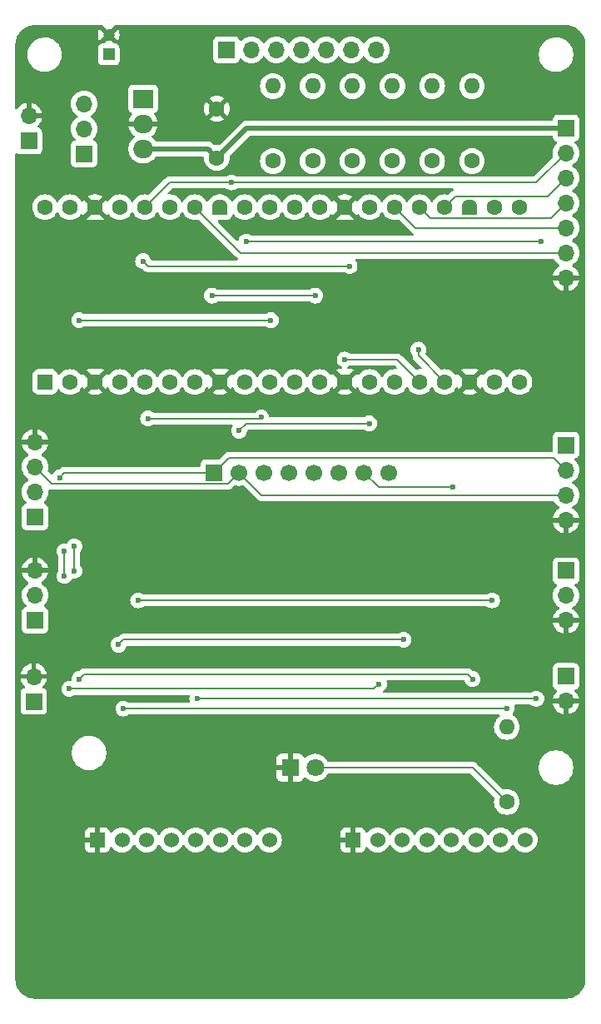
<source format=gbl>
G04 #@! TF.GenerationSoftware,KiCad,Pcbnew,8.0.8*
G04 #@! TF.CreationDate,2025-01-15T15:59:59-05:00*
G04 #@! TF.ProjectId,mainboard,6d61696e-626f-4617-9264-2e6b69636164,rev?*
G04 #@! TF.SameCoordinates,Original*
G04 #@! TF.FileFunction,Copper,L2,Bot*
G04 #@! TF.FilePolarity,Positive*
%FSLAX46Y46*%
G04 Gerber Fmt 4.6, Leading zero omitted, Abs format (unit mm)*
G04 Created by KiCad (PCBNEW 8.0.8) date 2025-01-15 15:59:59*
%MOMM*%
%LPD*%
G01*
G04 APERTURE LIST*
G04 Aperture macros list*
%AMRoundRect*
0 Rectangle with rounded corners*
0 $1 Rounding radius*
0 $2 $3 $4 $5 $6 $7 $8 $9 X,Y pos of 4 corners*
0 Add a 4 corners polygon primitive as box body*
4,1,4,$2,$3,$4,$5,$6,$7,$8,$9,$2,$3,0*
0 Add four circle primitives for the rounded corners*
1,1,$1+$1,$2,$3*
1,1,$1+$1,$4,$5*
1,1,$1+$1,$6,$7*
1,1,$1+$1,$8,$9*
0 Add four rect primitives between the rounded corners*
20,1,$1+$1,$2,$3,$4,$5,0*
20,1,$1+$1,$4,$5,$6,$7,0*
20,1,$1+$1,$6,$7,$8,$9,0*
20,1,$1+$1,$8,$9,$2,$3,0*%
%AMFreePoly0*
4,1,28,0.605014,0.794986,0.644504,0.794986,0.724698,0.756366,0.780194,0.686777,0.800000,0.600000,0.800000,-0.600000,0.780194,-0.686777,0.724698,-0.756366,0.644504,-0.794986,0.605014,-0.794986,0.600000,-0.800000,0.000000,-0.800000,-0.178017,-0.779942,-0.347107,-0.720775,-0.498792,-0.625465,-0.625465,-0.498792,-0.720775,-0.347107,-0.779942,-0.178017,-0.800000,0.000000,-0.779942,0.178017,
-0.720775,0.347107,-0.625465,0.498792,-0.498792,0.625465,-0.347107,0.720775,-0.178017,0.779942,0.000000,0.800000,0.600000,0.800000,0.605014,0.794986,0.605014,0.794986,$1*%
%AMFreePoly1*
4,1,28,0.178017,0.779942,0.347107,0.720775,0.498792,0.625465,0.625465,0.498792,0.720775,0.347107,0.779942,0.178017,0.800000,0.000000,0.779942,-0.178017,0.720775,-0.347107,0.625465,-0.498792,0.498792,-0.625465,0.347107,-0.720775,0.178017,-0.779942,0.000000,-0.800000,-0.600000,-0.800000,-0.605014,-0.794986,-0.644504,-0.794986,-0.724698,-0.756366,-0.780194,-0.686777,-0.800000,-0.600000,
-0.800000,0.600000,-0.780194,0.686777,-0.724698,0.756366,-0.644504,0.794986,-0.605014,0.794986,-0.600000,0.800000,0.000000,0.800000,0.178017,0.779942,0.178017,0.779942,$1*%
G04 Aperture macros list end*
G04 #@! TA.AperFunction,ComponentPad*
%ADD10C,1.600000*%
G04 #@! TD*
G04 #@! TA.AperFunction,ComponentPad*
%ADD11RoundRect,0.200000X0.600000X-0.600000X0.600000X0.600000X-0.600000X0.600000X-0.600000X-0.600000X0*%
G04 #@! TD*
G04 #@! TA.AperFunction,ComponentPad*
%ADD12FreePoly0,90.000000*%
G04 #@! TD*
G04 #@! TA.AperFunction,ComponentPad*
%ADD13FreePoly1,90.000000*%
G04 #@! TD*
G04 #@! TA.AperFunction,ComponentPad*
%ADD14O,1.600000X1.600000*%
G04 #@! TD*
G04 #@! TA.AperFunction,ComponentPad*
%ADD15R,1.700000X1.700000*%
G04 #@! TD*
G04 #@! TA.AperFunction,ComponentPad*
%ADD16O,1.700000X1.700000*%
G04 #@! TD*
G04 #@! TA.AperFunction,ComponentPad*
%ADD17R,1.800000X1.800000*%
G04 #@! TD*
G04 #@! TA.AperFunction,ComponentPad*
%ADD18C,1.800000*%
G04 #@! TD*
G04 #@! TA.AperFunction,ComponentPad*
%ADD19C,1.700000*%
G04 #@! TD*
G04 #@! TA.AperFunction,ComponentPad*
%ADD20R,2.000000X1.905000*%
G04 #@! TD*
G04 #@! TA.AperFunction,ComponentPad*
%ADD21O,2.000000X1.905000*%
G04 #@! TD*
G04 #@! TA.AperFunction,ComponentPad*
%ADD22R,1.524000X1.524000*%
G04 #@! TD*
G04 #@! TA.AperFunction,ComponentPad*
%ADD23C,1.524000*%
G04 #@! TD*
G04 #@! TA.AperFunction,ComponentPad*
%ADD24R,1.200000X1.200000*%
G04 #@! TD*
G04 #@! TA.AperFunction,ComponentPad*
%ADD25C,1.200000*%
G04 #@! TD*
G04 #@! TA.AperFunction,ViaPad*
%ADD26C,0.600000*%
G04 #@! TD*
G04 #@! TA.AperFunction,Conductor*
%ADD27C,0.500000*%
G04 #@! TD*
G04 #@! TA.AperFunction,Conductor*
%ADD28C,0.200000*%
G04 #@! TD*
G04 APERTURE END LIST*
D10*
G04 #@! TO.P,C1,1*
G04 #@! TO.N,5V*
X155000000Y-61000000D03*
G04 #@! TO.P,C1,2*
G04 #@! TO.N,GND*
X155000000Y-56000000D03*
G04 #@! TD*
D11*
G04 #@! TO.P,A2,1,GPIO0*
G04 #@! TO.N,/MTR_TX*
X137520000Y-83780000D03*
D10*
G04 #@! TO.P,A2,2,GPIO1*
G04 #@! TO.N,/MTR_RX*
X140060000Y-83780000D03*
D12*
G04 #@! TO.P,A2,3,GND*
G04 #@! TO.N,GND*
X142600000Y-83780000D03*
D10*
G04 #@! TO.P,A2,4,GPIO2*
G04 #@! TO.N,/MTR_DISCRIM*
X145140000Y-83780000D03*
G04 #@! TO.P,A2,5,GPIO3*
G04 #@! TO.N,/MTR_PRES*
X147680000Y-83780000D03*
G04 #@! TO.P,A2,6,GPIO4*
G04 #@! TO.N,/CTRL_RESET*
X150220000Y-83780000D03*
G04 #@! TO.P,A2,7,GPIO5*
G04 #@! TO.N,/CTRL_ARM*
X152760000Y-83780000D03*
D12*
G04 #@! TO.P,A2,8,GND*
G04 #@! TO.N,GND*
X155300000Y-83780000D03*
D10*
G04 #@! TO.P,A2,9,GPIO6*
G04 #@! TO.N,/CTRL_RACE*
X157840000Y-83780000D03*
G04 #@! TO.P,A2,10,GPIO7*
G04 #@! TO.N,/CTRL_DISCRIM*
X160380000Y-83780000D03*
G04 #@! TO.P,A2,11,GPIO8*
G04 #@! TO.N,/CTRL_PRES*
X162920000Y-83780000D03*
G04 #@! TO.P,A2,12,GPIO9*
G04 #@! TO.N,/LED1R*
X165460000Y-83780000D03*
D12*
G04 #@! TO.P,A2,13,GND*
G04 #@! TO.N,GND*
X168000000Y-83780000D03*
D10*
G04 #@! TO.P,A2,14,GPIO10*
G04 #@! TO.N,/LED2R*
X170540000Y-83780000D03*
G04 #@! TO.P,A2,15,GPIO11*
G04 #@! TO.N,/LED3R*
X173080000Y-83780000D03*
G04 #@! TO.P,A2,16,GPIO12*
G04 #@! TO.N,/LED1G*
X175620000Y-83780000D03*
G04 #@! TO.P,A2,17,GPIO13*
G04 #@! TO.N,/LED2G*
X178160000Y-83780000D03*
D12*
G04 #@! TO.P,A2,18,GND*
G04 #@! TO.N,GND*
X180700000Y-83780000D03*
D10*
G04 #@! TO.P,A2,19,GPIO14*
G04 #@! TO.N,/LED3G*
X183240000Y-83780000D03*
G04 #@! TO.P,A2,20,GPIO15*
G04 #@! TO.N,/ERROR_LED*
X185780000Y-83780000D03*
G04 #@! TO.P,A2,21,GPIO16*
G04 #@! TO.N,/CTRL_LEDARM*
X185780000Y-66000000D03*
G04 #@! TO.P,A2,22,GPIO17*
G04 #@! TO.N,/CTRL_LEDRACE*
X183240000Y-66000000D03*
D13*
G04 #@! TO.P,A2,23,GND*
G04 #@! TO.N,GND*
X180700000Y-66000000D03*
D10*
G04 #@! TO.P,A2,24,GPIO18*
G04 #@! TO.N,/GPIO18*
X178160000Y-66000000D03*
G04 #@! TO.P,A2,25,GPIO19*
G04 #@! TO.N,/GPIO19*
X175620000Y-66000000D03*
G04 #@! TO.P,A2,26,GPIO20*
G04 #@! TO.N,/GPIO20*
X173080000Y-66000000D03*
G04 #@! TO.P,A2,27,GPIO21*
G04 #@! TO.N,/SCL*
X170540000Y-66000000D03*
D13*
G04 #@! TO.P,A2,28,GND*
G04 #@! TO.N,GND*
X168000000Y-66000000D03*
D10*
G04 #@! TO.P,A2,29,GPIO22*
G04 #@! TO.N,/SDA*
X165460000Y-66000000D03*
G04 #@! TO.P,A2,30,RUN*
G04 #@! TO.N,unconnected-(A2-RUN-Pad30)*
X162920000Y-66000000D03*
G04 #@! TO.P,A2,31,GPIO26_ADC0*
G04 #@! TO.N,/LBEAM_SIG*
X160380000Y-66000000D03*
G04 #@! TO.P,A2,32,GPIO27_ADC1*
G04 #@! TO.N,/RBEAM_SIG*
X157840000Y-66000000D03*
D13*
G04 #@! TO.P,A2,33,AGND*
G04 #@! TO.N,unconnected-(A2-AGND-Pad33)*
X155300000Y-66000000D03*
D10*
G04 #@! TO.P,A2,34,GPIO28_ADC2*
G04 #@! TO.N,/GPIO28_ADC2*
X152760000Y-66000000D03*
G04 #@! TO.P,A2,35,ADC_VREF*
G04 #@! TO.N,unconnected-(A2-ADC_VREF-Pad35)*
X150220000Y-66000000D03*
G04 #@! TO.P,A2,36,3V3*
G04 #@! TO.N,+3V3*
X147680000Y-66000000D03*
G04 #@! TO.P,A2,37,3V3_EN*
G04 #@! TO.N,unconnected-(A2-3V3_EN-Pad37)*
X145140000Y-66000000D03*
D13*
G04 #@! TO.P,A2,38,GND*
G04 #@! TO.N,GND*
X142600000Y-66000000D03*
D10*
G04 #@! TO.P,A2,39,VSYS*
G04 #@! TO.N,5V*
X140060000Y-66000000D03*
G04 #@! TO.P,A2,40,VBUS*
G04 #@! TO.N,unconnected-(A2-VBUS-Pad40)*
X137520000Y-66000000D03*
G04 #@! TD*
G04 #@! TO.P,R6,1*
G04 #@! TO.N,/LED3G*
X180950000Y-61310000D03*
D14*
G04 #@! TO.P,R6,2*
G04 #@! TO.N,Net-(J6-Pin_7)*
X180950000Y-53690000D03*
G04 #@! TD*
D15*
G04 #@! TO.P,SW1,1,A*
G04 #@! TO.N,unconnected-(SW1-A-Pad1)*
X141500000Y-60580000D03*
D16*
G04 #@! TO.P,SW1,2,B*
G04 #@! TO.N,/PRESWITCH*
X141500000Y-58040000D03*
G04 #@! TO.P,SW1,3,C*
G04 #@! TO.N,/VBAT*
X141500000Y-55500000D03*
G04 #@! TD*
D17*
G04 #@! TO.P,D4,1,K*
G04 #@! TO.N,GND*
X162460000Y-123000000D03*
D18*
G04 #@! TO.P,D4,2,A*
G04 #@! TO.N,Net-(D4-A)*
X165000000Y-123000000D03*
G04 #@! TD*
D10*
G04 #@! TO.P,R4,1*
G04 #@! TO.N,/LED2G*
X172850000Y-61310000D03*
D14*
G04 #@! TO.P,R4,2*
G04 #@! TO.N,Net-(J6-Pin_5)*
X172850000Y-53690000D03*
G04 #@! TD*
D15*
G04 #@! TO.P,J4,1,Pin_1*
G04 #@! TO.N,5V*
X190500000Y-90200000D03*
D16*
G04 #@! TO.P,J4,2,Pin_2*
G04 #@! TO.N,/SDA*
X190500000Y-92740000D03*
G04 #@! TO.P,J4,3,Pin_3*
G04 #@! TO.N,/SCL*
X190500000Y-95280000D03*
G04 #@! TO.P,J4,4,Pin_4*
G04 #@! TO.N,GND*
X190500000Y-97820000D03*
G04 #@! TD*
D15*
G04 #@! TO.P,U1,1,DATA*
G04 #@! TO.N,/SDA*
X154720000Y-93000000D03*
D19*
G04 #@! TO.P,U1,2,CLK*
G04 #@! TO.N,/SCL*
X157260000Y-93000000D03*
G04 #@! TO.P,U1,3,A0*
G04 #@! TO.N,unconnected-(U1-A0-Pad3)*
X159800000Y-93000000D03*
G04 #@! TO.P,U1,4,RST*
G04 #@! TO.N,unconnected-(U1-RST-Pad4)*
X162340000Y-93000000D03*
G04 #@! TO.P,U1,5,CS*
G04 #@! TO.N,unconnected-(U1-CS-Pad5)*
X164880000Y-93000000D03*
G04 #@! TO.P,U1,6,3VO*
G04 #@! TO.N,unconnected-(U1-3VO-Pad6)*
X167420000Y-93000000D03*
G04 #@! TO.P,U1,7,VIN*
G04 #@! TO.N,+3V3*
X169960000Y-93000000D03*
G04 #@! TO.P,U1,8,GND*
G04 #@! TO.N,GND*
X172500000Y-93000000D03*
G04 #@! TD*
D20*
G04 #@! TO.P,U2,1,VI*
G04 #@! TO.N,/VBAT*
X147500000Y-55000000D03*
D21*
G04 #@! TO.P,U2,2,GND*
G04 #@! TO.N,GND*
X147500000Y-57540000D03*
G04 #@! TO.P,U2,3,VO*
G04 #@! TO.N,5V*
X147500000Y-60080000D03*
G04 #@! TD*
D15*
G04 #@! TO.P,J9,1,Pin_1*
G04 #@! TO.N,5V*
X136375000Y-116275000D03*
D16*
G04 #@! TO.P,J9,2,Pin_2*
G04 #@! TO.N,GND*
X136375000Y-113735000D03*
G04 #@! TD*
D10*
G04 #@! TO.P,R1,1*
G04 #@! TO.N,/LED1R*
X160700000Y-61310000D03*
D14*
G04 #@! TO.P,R1,2*
G04 #@! TO.N,Net-(J6-Pin_2)*
X160700000Y-53690000D03*
G04 #@! TD*
D15*
G04 #@! TO.P,J11,1,Pin_1*
G04 #@! TO.N,5V*
X190500000Y-57960000D03*
D16*
G04 #@! TO.P,J11,2,Pin_2*
G04 #@! TO.N,+3V3*
X190500000Y-60500000D03*
G04 #@! TO.P,J11,3,Pin_3*
G04 #@! TO.N,/GPIO18*
X190500000Y-63040000D03*
G04 #@! TO.P,J11,4,Pin_4*
G04 #@! TO.N,/GPIO19*
X190500000Y-65580000D03*
G04 #@! TO.P,J11,5,Pin_5*
G04 #@! TO.N,/GPIO20*
X190500000Y-68120000D03*
G04 #@! TO.P,J11,6,Pin_6*
G04 #@! TO.N,/GPIO28_ADC2*
X190500000Y-70660000D03*
G04 #@! TO.P,J11,7,Pin_7*
G04 #@! TO.N,GND*
X190500000Y-73200000D03*
G04 #@! TD*
D15*
G04 #@! TO.P,J10,1,Pin_1*
G04 #@! TO.N,5V*
X190500000Y-113725000D03*
D16*
G04 #@! TO.P,J10,2,Pin_2*
G04 #@! TO.N,GND*
X190500000Y-116265000D03*
G04 #@! TD*
D15*
G04 #@! TO.P,BT1,1,+*
G04 #@! TO.N,/PRESWITCH*
X135875000Y-59275000D03*
D16*
G04 #@! TO.P,BT1,2,-*
G04 #@! TO.N,GND*
X135875000Y-56735000D03*
G04 #@! TD*
D10*
G04 #@! TO.P,R3,1*
G04 #@! TO.N,/LED2R*
X168800000Y-61310000D03*
D14*
G04 #@! TO.P,R3,2*
G04 #@! TO.N,Net-(J6-Pin_4)*
X168800000Y-53690000D03*
G04 #@! TD*
D10*
G04 #@! TO.P,R2,1*
G04 #@! TO.N,/LED1G*
X164750000Y-61310000D03*
D14*
G04 #@! TO.P,R2,2*
G04 #@! TO.N,Net-(J6-Pin_3)*
X164750000Y-53690000D03*
G04 #@! TD*
D22*
G04 #@! TO.P,J1,1*
G04 #@! TO.N,GND*
X168850000Y-130350000D03*
D23*
G04 #@! TO.P,J1,2*
G04 #@! TO.N,/MTR_TX*
X171350000Y-130350000D03*
G04 #@! TO.P,J1,3*
G04 #@! TO.N,/MTR_DISCRIM*
X173850000Y-130350000D03*
G04 #@! TO.P,J1,4*
G04 #@! TO.N,unconnected-(J1-Pad4)*
X176350000Y-130350000D03*
G04 #@! TO.P,J1,5*
G04 #@! TO.N,+3V3*
X178850000Y-130350000D03*
G04 #@! TO.P,J1,6*
G04 #@! TO.N,/MTR_RX*
X181350000Y-130350000D03*
G04 #@! TO.P,J1,7*
G04 #@! TO.N,/MTR_PRES*
X183850000Y-130350000D03*
G04 #@! TO.P,J1,8*
G04 #@! TO.N,unconnected-(J1-Pad8)*
X186350000Y-130350000D03*
G04 #@! TD*
D15*
G04 #@! TO.P,J6,1,Pin_1*
G04 #@! TO.N,+3V3*
X155960000Y-50000000D03*
D16*
G04 #@! TO.P,J6,2,Pin_2*
G04 #@! TO.N,Net-(J6-Pin_2)*
X158500000Y-50000000D03*
G04 #@! TO.P,J6,3,Pin_3*
G04 #@! TO.N,Net-(J6-Pin_3)*
X161040000Y-50000000D03*
G04 #@! TO.P,J6,4,Pin_4*
G04 #@! TO.N,Net-(J6-Pin_4)*
X163580000Y-50000000D03*
G04 #@! TO.P,J6,5,Pin_5*
G04 #@! TO.N,Net-(J6-Pin_5)*
X166120000Y-50000000D03*
G04 #@! TO.P,J6,6,Pin_6*
G04 #@! TO.N,Net-(J6-Pin_6)*
X168660000Y-50000000D03*
G04 #@! TO.P,J6,7,Pin_7*
G04 #@! TO.N,Net-(J6-Pin_7)*
X171200000Y-50000000D03*
G04 #@! TD*
D15*
G04 #@! TO.P,J7,1,Pin_1*
G04 #@! TO.N,5V*
X136500000Y-108000000D03*
D16*
G04 #@! TO.P,J7,2,Pin_2*
G04 #@! TO.N,/LBEAM_SIG*
X136500000Y-105460000D03*
G04 #@! TO.P,J7,3,Pin_3*
G04 #@! TO.N,GND*
X136500000Y-102920000D03*
G04 #@! TD*
D24*
G04 #@! TO.P,C2,1*
G04 #@! TO.N,/VBAT*
X144000000Y-50472600D03*
D25*
G04 #@! TO.P,C2,2*
G04 #@! TO.N,GND*
X144000000Y-48472600D03*
G04 #@! TD*
D15*
G04 #@! TO.P,J3,1,Pin_1*
G04 #@! TO.N,5V*
X136500000Y-97500000D03*
D16*
G04 #@! TO.P,J3,2,Pin_2*
G04 #@! TO.N,/SDA*
X136500000Y-94960000D03*
G04 #@! TO.P,J3,3,Pin_3*
G04 #@! TO.N,/SCL*
X136500000Y-92420000D03*
G04 #@! TO.P,J3,4,Pin_4*
G04 #@! TO.N,GND*
X136500000Y-89880000D03*
G04 #@! TD*
D10*
G04 #@! TO.P,R7,1*
G04 #@! TO.N,Net-(D4-A)*
X184500000Y-126500000D03*
D14*
G04 #@! TO.P,R7,2*
G04 #@! TO.N,/ERROR_LED*
X184500000Y-118880000D03*
G04 #@! TD*
D22*
G04 #@! TO.P,J2,1*
G04 #@! TO.N,GND*
X142850000Y-130350000D03*
D23*
G04 #@! TO.P,J2,2*
G04 #@! TO.N,/CTRL_LEDRACE*
X145350000Y-130350000D03*
G04 #@! TO.P,J2,3*
G04 #@! TO.N,/CTRL_DISCRIM*
X147850000Y-130350000D03*
G04 #@! TO.P,J2,4*
G04 #@! TO.N,/CTRL_RESET*
X150350000Y-130350000D03*
G04 #@! TO.P,J2,5*
G04 #@! TO.N,/CTRL_LEDARM*
X152850000Y-130350000D03*
G04 #@! TO.P,J2,6*
G04 #@! TO.N,/CTRL_ARM*
X155350000Y-130350000D03*
G04 #@! TO.P,J2,7*
G04 #@! TO.N,/CTRL_PRES*
X157850000Y-130350000D03*
G04 #@! TO.P,J2,8*
G04 #@! TO.N,/CTRL_RACE*
X160350000Y-130350000D03*
G04 #@! TD*
D10*
G04 #@! TO.P,R5,1*
G04 #@! TO.N,/LED3R*
X176900000Y-61310000D03*
D14*
G04 #@! TO.P,R5,2*
G04 #@! TO.N,Net-(J6-Pin_6)*
X176900000Y-53690000D03*
G04 #@! TD*
D15*
G04 #@! TO.P,J8,1,Pin_1*
G04 #@! TO.N,5V*
X190500000Y-102975000D03*
D16*
G04 #@! TO.P,J8,2,Pin_2*
G04 #@! TO.N,/RBEAM_SIG*
X190500000Y-105515000D03*
G04 #@! TO.P,J8,3,Pin_3*
G04 #@! TO.N,GND*
X190500000Y-108055000D03*
G04 #@! TD*
D26*
G04 #@! TO.N,GND*
X151500000Y-139500000D03*
X153500000Y-100000000D03*
X189000000Y-128000000D03*
X162500000Y-56000000D03*
X142500000Y-135500000D03*
X149000000Y-100000000D03*
X155500000Y-90000000D03*
X145500000Y-74500000D03*
X175500000Y-101000000D03*
X159500000Y-100000000D03*
X143500000Y-70500000D03*
X139000000Y-55000000D03*
X137000000Y-62500000D03*
X180500000Y-88000000D03*
X168000000Y-101000000D03*
X146500000Y-80000000D03*
X157500000Y-100000000D03*
X167000000Y-76500000D03*
X185000000Y-139000000D03*
X183000000Y-78000000D03*
X175500000Y-75500000D03*
X185000000Y-61000000D03*
X170000000Y-75500000D03*
X173000000Y-75500000D03*
X164500000Y-138500000D03*
X167000000Y-68000000D03*
X173000000Y-139500000D03*
X174500000Y-88000000D03*
X152000000Y-53500000D03*
G04 #@! TO.N,/RBEAM_SIG*
X188000000Y-69500000D03*
X158000000Y-69500000D03*
G04 #@! TO.N,/CTRL_DISCRIM*
X148000000Y-87500000D03*
X159500000Y-87400000D03*
G04 #@! TO.N,/SDA*
X165000000Y-75000000D03*
X154500000Y-75000000D03*
X139000000Y-93500000D03*
G04 #@! TO.N,/CTRL_LEDARM*
X187500000Y-116000000D03*
X153000000Y-116000000D03*
G04 #@! TO.N,/LED2G*
X175500000Y-80500000D03*
G04 #@! TO.N,/SCL*
X157260000Y-88740000D03*
X170500000Y-88000000D03*
G04 #@! TO.N,/LBEAM_SIG*
X141000000Y-77500000D03*
X160500000Y-77500000D03*
G04 #@! TO.N,/MTR_DISCRIM*
X174000000Y-110000000D03*
X145000000Y-110500000D03*
G04 #@! TO.N,+3V3*
X156500000Y-63500000D03*
X168500000Y-72000000D03*
X147500000Y-71500000D03*
X179000000Y-94500000D03*
G04 #@! TO.N,/MTR_PRES*
X147000000Y-106000000D03*
X183000000Y-106000000D03*
G04 #@! TO.N,/MTR_TX*
X140000000Y-115000000D03*
X171500000Y-114500000D03*
X139500000Y-101000000D03*
X139500000Y-103500000D03*
G04 #@! TO.N,/CTRL_LEDRACE*
X184500000Y-117000000D03*
X145500000Y-117000000D03*
G04 #@! TO.N,/LED1G*
X168000000Y-81500000D03*
G04 #@! TO.N,/MTR_RX*
X140500000Y-100500000D03*
X181000000Y-114000000D03*
X140500000Y-103000000D03*
X141000000Y-114000000D03*
G04 #@! TD*
D27*
G04 #@! TO.N,5V*
X154080000Y-60080000D02*
X155000000Y-61000000D01*
X147500000Y-60080000D02*
X154080000Y-60080000D01*
X158040000Y-57960000D02*
X190500000Y-57960000D01*
X155000000Y-61000000D02*
X158040000Y-57960000D01*
D28*
G04 #@! TO.N,/RBEAM_SIG*
X188000000Y-69500000D02*
X158000000Y-69500000D01*
G04 #@! TO.N,/CTRL_DISCRIM*
X148000000Y-87500000D02*
X159400000Y-87500000D01*
X159400000Y-87500000D02*
X159500000Y-87400000D01*
G04 #@! TO.N,/GPIO28_ADC2*
X152760000Y-66000000D02*
X157420000Y-70660000D01*
X157420000Y-70660000D02*
X190500000Y-70660000D01*
G04 #@! TO.N,/GPIO20*
X175200000Y-68120000D02*
X173080000Y-66000000D01*
X190500000Y-68120000D02*
X175200000Y-68120000D01*
G04 #@! TO.N,/SDA*
X154500000Y-75000000D02*
X165000000Y-75000000D01*
X189260000Y-91500000D02*
X156220000Y-91500000D01*
X139000000Y-93500000D02*
X139500000Y-93000000D01*
X139500000Y-93000000D02*
X154720000Y-93000000D01*
X156220000Y-91500000D02*
X154720000Y-93000000D01*
X190500000Y-92740000D02*
X189260000Y-91500000D01*
G04 #@! TO.N,/CTRL_LEDARM*
X187500000Y-116000000D02*
X153000000Y-116000000D01*
G04 #@! TO.N,/LED2G*
X175500000Y-81120000D02*
X178160000Y-83780000D01*
X175500000Y-80500000D02*
X175500000Y-81120000D01*
G04 #@! TO.N,/SCL*
X159540000Y-95280000D02*
X157260000Y-93000000D01*
X158000000Y-88000000D02*
X170500000Y-88000000D01*
X157260000Y-88740000D02*
X158000000Y-88000000D01*
X156110000Y-94150000D02*
X157260000Y-93000000D01*
X138230000Y-94150000D02*
X156110000Y-94150000D01*
X136500000Y-92420000D02*
X138230000Y-94150000D01*
X190500000Y-95280000D02*
X159540000Y-95280000D01*
G04 #@! TO.N,/LBEAM_SIG*
X141000000Y-77500000D02*
X160500000Y-77500000D01*
G04 #@! TO.N,/MTR_DISCRIM*
X174000000Y-110000000D02*
X145500000Y-110000000D01*
X145500000Y-110000000D02*
X145000000Y-110500000D01*
G04 #@! TO.N,+3V3*
X156500000Y-63500000D02*
X150180000Y-63500000D01*
X156500000Y-50540000D02*
X155960000Y-50000000D01*
X190500000Y-60500000D02*
X187500000Y-63500000D01*
X148000000Y-72000000D02*
X147500000Y-71500000D01*
X171460000Y-94500000D02*
X169960000Y-93000000D01*
X179000000Y-94500000D02*
X171460000Y-94500000D01*
X150180000Y-63500000D02*
X147680000Y-66000000D01*
X168500000Y-72000000D02*
X148000000Y-72000000D01*
X187500000Y-63500000D02*
X156500000Y-63500000D01*
G04 #@! TO.N,/MTR_PRES*
X183000000Y-106000000D02*
X147000000Y-106000000D01*
G04 #@! TO.N,/MTR_TX*
X171000000Y-115000000D02*
X140000000Y-115000000D01*
X139500000Y-103500000D02*
X139500000Y-101000000D01*
X171500000Y-114500000D02*
X171000000Y-115000000D01*
G04 #@! TO.N,/CTRL_LEDRACE*
X184500000Y-117000000D02*
X145500000Y-117000000D01*
G04 #@! TO.N,/LED1G*
X173340000Y-81500000D02*
X175620000Y-83780000D01*
X168000000Y-81500000D02*
X173340000Y-81500000D01*
G04 #@! TO.N,/GPIO18*
X178160000Y-66000000D02*
X179270031Y-64889969D01*
X179270031Y-64889969D02*
X188650031Y-64889969D01*
X188650031Y-64889969D02*
X190500000Y-63040000D01*
G04 #@! TO.N,/GPIO19*
X190500000Y-65580000D02*
X188969969Y-67110031D01*
X176730031Y-67110031D02*
X175620000Y-66000000D01*
X188969969Y-67110031D02*
X176730031Y-67110031D01*
G04 #@! TO.N,/MTR_RX*
X140500000Y-100500000D02*
X140500000Y-103000000D01*
X141500000Y-113500000D02*
X180500000Y-113500000D01*
X180500000Y-113500000D02*
X181000000Y-114000000D01*
X141000000Y-114000000D02*
X141500000Y-113500000D01*
G04 #@! TO.N,Net-(D4-A)*
X165000000Y-123000000D02*
X181000000Y-123000000D01*
X181000000Y-123000000D02*
X184500000Y-126500000D01*
G04 #@! TD*
G04 #@! TA.AperFunction,Conductor*
G04 #@! TO.N,GND*
G36*
X173106942Y-82120185D02*
G01*
X173127584Y-82136819D01*
X173261336Y-82270571D01*
X173294821Y-82331894D01*
X173289837Y-82401586D01*
X173247965Y-82457519D01*
X173182501Y-82481936D01*
X173162848Y-82481780D01*
X173080002Y-82474532D01*
X173079998Y-82474532D01*
X172853313Y-82494364D01*
X172853302Y-82494366D01*
X172633511Y-82553258D01*
X172633502Y-82553261D01*
X172427267Y-82649431D01*
X172427265Y-82649432D01*
X172240858Y-82779954D01*
X172079954Y-82940858D01*
X171949432Y-83127265D01*
X171949431Y-83127267D01*
X171922382Y-83185275D01*
X171876209Y-83237714D01*
X171809016Y-83256866D01*
X171742135Y-83236650D01*
X171697618Y-83185275D01*
X171670568Y-83127267D01*
X171670567Y-83127265D01*
X171618429Y-83052804D01*
X171540047Y-82940861D01*
X171540045Y-82940858D01*
X171379141Y-82779954D01*
X171192734Y-82649432D01*
X171192732Y-82649431D01*
X170986497Y-82553261D01*
X170986488Y-82553258D01*
X170766697Y-82494366D01*
X170766693Y-82494365D01*
X170766692Y-82494365D01*
X170766691Y-82494364D01*
X170766686Y-82494364D01*
X170540002Y-82474532D01*
X170539998Y-82474532D01*
X170313313Y-82494364D01*
X170313302Y-82494366D01*
X170093511Y-82553258D01*
X170093502Y-82553261D01*
X169887267Y-82649431D01*
X169887265Y-82649432D01*
X169700858Y-82779954D01*
X169539956Y-82940856D01*
X169493285Y-83007510D01*
X169438708Y-83051134D01*
X169369209Y-83058327D01*
X169306855Y-83026805D01*
X169273470Y-82973739D01*
X169254990Y-82915241D01*
X169243066Y-82890483D01*
X168482961Y-83650588D01*
X168465925Y-83587007D01*
X168400099Y-83472993D01*
X168307007Y-83379901D01*
X168192993Y-83314075D01*
X168129410Y-83297037D01*
X168889657Y-82536789D01*
X168801386Y-82502836D01*
X168801380Y-82502834D01*
X168712374Y-82482518D01*
X168630887Y-82470802D01*
X168584584Y-82474588D01*
X168574480Y-82475000D01*
X168367131Y-82475000D01*
X168300092Y-82455315D01*
X168254337Y-82402511D01*
X168244393Y-82333353D01*
X168273418Y-82269797D01*
X168326177Y-82233958D01*
X168335464Y-82230707D01*
X168349522Y-82225789D01*
X168502262Y-82129816D01*
X168502267Y-82129810D01*
X168505097Y-82127555D01*
X168507275Y-82126665D01*
X168508158Y-82126111D01*
X168508255Y-82126265D01*
X168569783Y-82101145D01*
X168582412Y-82100500D01*
X173039903Y-82100500D01*
X173106942Y-82120185D01*
G37*
G04 #@! TD.AperFunction*
G04 #@! TA.AperFunction,Conductor*
G36*
X169243066Y-66889514D02*
G01*
X169254987Y-66864763D01*
X169254988Y-66864762D01*
X169278732Y-66803033D01*
X169321172Y-66747529D01*
X169386882Y-66723781D01*
X169455000Y-66739329D01*
X169496041Y-66776426D01*
X169539954Y-66839141D01*
X169700858Y-67000045D01*
X169700861Y-67000047D01*
X169887266Y-67130568D01*
X170093504Y-67226739D01*
X170313308Y-67285635D01*
X170454275Y-67297968D01*
X170539998Y-67305468D01*
X170540000Y-67305468D01*
X170540002Y-67305468D01*
X170596673Y-67300509D01*
X170766692Y-67285635D01*
X170986496Y-67226739D01*
X171192734Y-67130568D01*
X171379139Y-67000047D01*
X171540047Y-66839139D01*
X171670568Y-66652734D01*
X171697618Y-66594724D01*
X171743790Y-66542285D01*
X171810983Y-66523133D01*
X171877865Y-66543348D01*
X171922382Y-66594725D01*
X171949429Y-66652728D01*
X171949432Y-66652734D01*
X172079954Y-66839141D01*
X172240858Y-67000045D01*
X172240861Y-67000047D01*
X172427266Y-67130568D01*
X172633504Y-67226739D01*
X172853308Y-67285635D01*
X172994275Y-67297968D01*
X173079998Y-67305468D01*
X173080000Y-67305468D01*
X173080002Y-67305468D01*
X173136673Y-67300509D01*
X173306692Y-67285635D01*
X173402932Y-67259847D01*
X173472781Y-67261510D01*
X173522705Y-67291940D01*
X174831284Y-68600520D01*
X174831285Y-68600521D01*
X174831287Y-68600522D01*
X174948359Y-68668113D01*
X174996574Y-68718679D01*
X175009798Y-68787286D01*
X174983830Y-68852151D01*
X174926916Y-68892680D01*
X174886359Y-68899500D01*
X158582412Y-68899500D01*
X158515373Y-68879815D01*
X158505097Y-68872445D01*
X158502263Y-68870185D01*
X158502262Y-68870184D01*
X158387118Y-68797834D01*
X158349523Y-68774211D01*
X158179254Y-68714631D01*
X158179249Y-68714630D01*
X158000004Y-68694435D01*
X157999996Y-68694435D01*
X157820750Y-68714630D01*
X157820745Y-68714631D01*
X157650476Y-68774211D01*
X157497737Y-68870184D01*
X157370184Y-68997737D01*
X157274211Y-69150476D01*
X157214631Y-69320745D01*
X157213083Y-69327532D01*
X157211882Y-69327257D01*
X157187568Y-69385119D01*
X157129972Y-69424672D01*
X157060135Y-69426809D01*
X157003735Y-69394500D01*
X155126416Y-67517181D01*
X155092931Y-67455858D01*
X155097915Y-67386166D01*
X155139787Y-67330233D01*
X155205251Y-67305816D01*
X155214097Y-67305500D01*
X155219726Y-67305500D01*
X155233609Y-67306279D01*
X155237889Y-67306762D01*
X155243399Y-67307383D01*
X155243400Y-67307383D01*
X155356601Y-67307383D01*
X155362111Y-67306762D01*
X155366390Y-67306279D01*
X155380274Y-67305500D01*
X155831026Y-67305500D01*
X155848671Y-67306761D01*
X155869086Y-67309697D01*
X155869086Y-67309696D01*
X155869087Y-67309697D01*
X155920399Y-67305500D01*
X156012487Y-67297968D01*
X156101495Y-67277652D01*
X156180067Y-67252830D01*
X156304179Y-67180045D01*
X156375558Y-67123123D01*
X156435584Y-67066663D01*
X156515825Y-66947236D01*
X156555438Y-66864980D01*
X156579078Y-66803521D01*
X156621516Y-66748021D01*
X156687226Y-66724273D01*
X156755343Y-66739820D01*
X156796385Y-66776918D01*
X156839953Y-66839140D01*
X157000858Y-67000045D01*
X157000861Y-67000047D01*
X157187266Y-67130568D01*
X157393504Y-67226739D01*
X157613308Y-67285635D01*
X157754275Y-67297968D01*
X157839998Y-67305468D01*
X157840000Y-67305468D01*
X157840002Y-67305468D01*
X157896673Y-67300509D01*
X158066692Y-67285635D01*
X158286496Y-67226739D01*
X158492734Y-67130568D01*
X158679139Y-67000047D01*
X158840047Y-66839139D01*
X158970568Y-66652734D01*
X158997618Y-66594724D01*
X159043790Y-66542285D01*
X159110983Y-66523133D01*
X159177865Y-66543348D01*
X159222382Y-66594725D01*
X159249429Y-66652728D01*
X159249432Y-66652734D01*
X159379954Y-66839141D01*
X159540858Y-67000045D01*
X159540861Y-67000047D01*
X159727266Y-67130568D01*
X159933504Y-67226739D01*
X160153308Y-67285635D01*
X160294275Y-67297968D01*
X160379998Y-67305468D01*
X160380000Y-67305468D01*
X160380002Y-67305468D01*
X160436673Y-67300509D01*
X160606692Y-67285635D01*
X160826496Y-67226739D01*
X161032734Y-67130568D01*
X161219139Y-67000047D01*
X161380047Y-66839139D01*
X161510568Y-66652734D01*
X161537618Y-66594724D01*
X161583790Y-66542285D01*
X161650983Y-66523133D01*
X161717865Y-66543348D01*
X161762382Y-66594725D01*
X161789429Y-66652728D01*
X161789432Y-66652734D01*
X161919954Y-66839141D01*
X162080858Y-67000045D01*
X162080861Y-67000047D01*
X162267266Y-67130568D01*
X162473504Y-67226739D01*
X162693308Y-67285635D01*
X162834275Y-67297968D01*
X162919998Y-67305468D01*
X162920000Y-67305468D01*
X162920002Y-67305468D01*
X162976673Y-67300509D01*
X163146692Y-67285635D01*
X163366496Y-67226739D01*
X163572734Y-67130568D01*
X163759139Y-67000047D01*
X163920047Y-66839139D01*
X164050568Y-66652734D01*
X164077618Y-66594724D01*
X164123790Y-66542285D01*
X164190983Y-66523133D01*
X164257865Y-66543348D01*
X164302382Y-66594725D01*
X164329429Y-66652728D01*
X164329432Y-66652734D01*
X164459954Y-66839141D01*
X164620858Y-67000045D01*
X164620861Y-67000047D01*
X164807266Y-67130568D01*
X165013504Y-67226739D01*
X165233308Y-67285635D01*
X165374275Y-67297968D01*
X165459998Y-67305468D01*
X165460000Y-67305468D01*
X165460002Y-67305468D01*
X165516673Y-67300509D01*
X165686692Y-67285635D01*
X165906496Y-67226739D01*
X166112734Y-67130568D01*
X166299139Y-67000047D01*
X166460047Y-66839139D01*
X166506715Y-66772489D01*
X166561289Y-66728865D01*
X166630788Y-66721671D01*
X166693143Y-66753193D01*
X166726529Y-66806258D01*
X166745010Y-66864757D01*
X166745013Y-66864765D01*
X166756932Y-66889515D01*
X166756932Y-66889516D01*
X167517037Y-66129410D01*
X167534075Y-66192993D01*
X167599901Y-66307007D01*
X167692993Y-66400099D01*
X167807007Y-66465925D01*
X167870588Y-66482961D01*
X167110341Y-67243209D01*
X167110341Y-67243210D01*
X167198606Y-67277161D01*
X167198614Y-67277164D01*
X167287625Y-67297481D01*
X167369114Y-67309198D01*
X167369115Y-67309198D01*
X167415393Y-67305413D01*
X167425501Y-67305000D01*
X167919755Y-67305000D01*
X167933642Y-67305780D01*
X167943456Y-67306886D01*
X168056544Y-67306886D01*
X168066358Y-67305780D01*
X168080245Y-67305000D01*
X168531049Y-67305000D01*
X168548695Y-67306262D01*
X168569117Y-67309198D01*
X168712373Y-67297481D01*
X168801375Y-67277166D01*
X168801390Y-67277163D01*
X168879876Y-67252367D01*
X168879878Y-67252366D01*
X168891814Y-67245366D01*
X168891815Y-67245365D01*
X168129411Y-66482962D01*
X168192993Y-66465925D01*
X168307007Y-66400099D01*
X168400099Y-66307007D01*
X168465925Y-66192993D01*
X168482962Y-66129410D01*
X169243066Y-66889514D01*
G37*
G04 #@! TD.AperFunction*
G04 #@! TA.AperFunction,Conductor*
G36*
X155984627Y-64120185D02*
G01*
X155994903Y-64127555D01*
X155997736Y-64129814D01*
X155997738Y-64129816D01*
X156111270Y-64201152D01*
X156136458Y-64216980D01*
X156150478Y-64225789D01*
X156320745Y-64285368D01*
X156320750Y-64285369D01*
X156499996Y-64305565D01*
X156500000Y-64305565D01*
X156500004Y-64305565D01*
X156679249Y-64285369D01*
X156679252Y-64285368D01*
X156679255Y-64285368D01*
X156849522Y-64225789D01*
X157002262Y-64129816D01*
X157002267Y-64129810D01*
X157005097Y-64127555D01*
X157007275Y-64126665D01*
X157008158Y-64126111D01*
X157008255Y-64126265D01*
X157069783Y-64101145D01*
X157082412Y-64100500D01*
X178973656Y-64100500D01*
X179040695Y-64120185D01*
X179086450Y-64172989D01*
X179096394Y-64242147D01*
X179067369Y-64305703D01*
X179035657Y-64331886D01*
X178988126Y-64359329D01*
X178944720Y-64384389D01*
X178901316Y-64409448D01*
X178901313Y-64409450D01*
X178789509Y-64521255D01*
X178602705Y-64708058D01*
X178541382Y-64741543D01*
X178482931Y-64740152D01*
X178474847Y-64737986D01*
X178468154Y-64736192D01*
X178386697Y-64714366D01*
X178386693Y-64714365D01*
X178386692Y-64714365D01*
X178386691Y-64714364D01*
X178386686Y-64714364D01*
X178160002Y-64694532D01*
X178159998Y-64694532D01*
X177933313Y-64714364D01*
X177933302Y-64714366D01*
X177713511Y-64773258D01*
X177713502Y-64773261D01*
X177507267Y-64869431D01*
X177507265Y-64869432D01*
X177320858Y-64999954D01*
X177159954Y-65160858D01*
X177029432Y-65347265D01*
X177029431Y-65347267D01*
X177013346Y-65381762D01*
X177005211Y-65399209D01*
X177002382Y-65405275D01*
X176956209Y-65457714D01*
X176889016Y-65476866D01*
X176822135Y-65456650D01*
X176777618Y-65405275D01*
X176774791Y-65399213D01*
X176750568Y-65347266D01*
X176620047Y-65160861D01*
X176620045Y-65160858D01*
X176459141Y-64999954D01*
X176272734Y-64869432D01*
X176272732Y-64869431D01*
X176066497Y-64773261D01*
X176066488Y-64773258D01*
X175846697Y-64714366D01*
X175846693Y-64714365D01*
X175846692Y-64714365D01*
X175846691Y-64714364D01*
X175846686Y-64714364D01*
X175620002Y-64694532D01*
X175619998Y-64694532D01*
X175393313Y-64714364D01*
X175393302Y-64714366D01*
X175173511Y-64773258D01*
X175173502Y-64773261D01*
X174967267Y-64869431D01*
X174967265Y-64869432D01*
X174780858Y-64999954D01*
X174619954Y-65160858D01*
X174489432Y-65347265D01*
X174489431Y-65347267D01*
X174473346Y-65381762D01*
X174465211Y-65399209D01*
X174462382Y-65405275D01*
X174416209Y-65457714D01*
X174349016Y-65476866D01*
X174282135Y-65456650D01*
X174237618Y-65405275D01*
X174234791Y-65399213D01*
X174210568Y-65347266D01*
X174080047Y-65160861D01*
X174080045Y-65160858D01*
X173919141Y-64999954D01*
X173732734Y-64869432D01*
X173732732Y-64869431D01*
X173526497Y-64773261D01*
X173526488Y-64773258D01*
X173306697Y-64714366D01*
X173306693Y-64714365D01*
X173306692Y-64714365D01*
X173306691Y-64714364D01*
X173306686Y-64714364D01*
X173080002Y-64694532D01*
X173079998Y-64694532D01*
X172853313Y-64714364D01*
X172853302Y-64714366D01*
X172633511Y-64773258D01*
X172633502Y-64773261D01*
X172427267Y-64869431D01*
X172427265Y-64869432D01*
X172240858Y-64999954D01*
X172079954Y-65160858D01*
X171949432Y-65347265D01*
X171949431Y-65347267D01*
X171933346Y-65381762D01*
X171925211Y-65399209D01*
X171922382Y-65405275D01*
X171876209Y-65457714D01*
X171809016Y-65476866D01*
X171742135Y-65456650D01*
X171697618Y-65405275D01*
X171694791Y-65399213D01*
X171670568Y-65347266D01*
X171540047Y-65160861D01*
X171540045Y-65160858D01*
X171379141Y-64999954D01*
X171192734Y-64869432D01*
X171192732Y-64869431D01*
X170986497Y-64773261D01*
X170986488Y-64773258D01*
X170766697Y-64714366D01*
X170766693Y-64714365D01*
X170766692Y-64714365D01*
X170766691Y-64714364D01*
X170766686Y-64714364D01*
X170540002Y-64694532D01*
X170539998Y-64694532D01*
X170313313Y-64714364D01*
X170313302Y-64714366D01*
X170093511Y-64773258D01*
X170093502Y-64773261D01*
X169887267Y-64869431D01*
X169887265Y-64869432D01*
X169700858Y-64999954D01*
X169539954Y-65160858D01*
X169409433Y-65347264D01*
X169409432Y-65347266D01*
X169391557Y-65385600D01*
X169385591Y-65398393D01*
X169339417Y-65450832D01*
X169272224Y-65469983D01*
X169205343Y-65449766D01*
X169161489Y-65399789D01*
X169152933Y-65382023D01*
X169082932Y-65270618D01*
X168482961Y-65870587D01*
X168465925Y-65807007D01*
X168400099Y-65692993D01*
X168307007Y-65599901D01*
X168192993Y-65534075D01*
X168129409Y-65517037D01*
X168729381Y-64917066D01*
X168617976Y-64847066D01*
X168516094Y-64798002D01*
X168345933Y-64738461D01*
X168345927Y-64738459D01*
X168235689Y-64713298D01*
X168235673Y-64713296D01*
X168056547Y-64693113D01*
X167943453Y-64693113D01*
X167764326Y-64713296D01*
X167764310Y-64713298D01*
X167654072Y-64738459D01*
X167654066Y-64738461D01*
X167483905Y-64798002D01*
X167382019Y-64847068D01*
X167382018Y-64847069D01*
X167270617Y-64917065D01*
X167270617Y-64917066D01*
X167870588Y-65517038D01*
X167807007Y-65534075D01*
X167692993Y-65599901D01*
X167599901Y-65692993D01*
X167534075Y-65807007D01*
X167517037Y-65870589D01*
X166917066Y-65270618D01*
X166917065Y-65270618D01*
X166847069Y-65382018D01*
X166847066Y-65382023D01*
X166838508Y-65399793D01*
X166791683Y-65451651D01*
X166724255Y-65469961D01*
X166657632Y-65448910D01*
X166614408Y-65398391D01*
X166614137Y-65397810D01*
X166590568Y-65347266D01*
X166460047Y-65160861D01*
X166460045Y-65160858D01*
X166299141Y-64999954D01*
X166112734Y-64869432D01*
X166112732Y-64869431D01*
X165906497Y-64773261D01*
X165906488Y-64773258D01*
X165686697Y-64714366D01*
X165686693Y-64714365D01*
X165686692Y-64714365D01*
X165686691Y-64714364D01*
X165686686Y-64714364D01*
X165460002Y-64694532D01*
X165459998Y-64694532D01*
X165233313Y-64714364D01*
X165233302Y-64714366D01*
X165013511Y-64773258D01*
X165013502Y-64773261D01*
X164807267Y-64869431D01*
X164807265Y-64869432D01*
X164620858Y-64999954D01*
X164459954Y-65160858D01*
X164329432Y-65347265D01*
X164329431Y-65347267D01*
X164313346Y-65381762D01*
X164305211Y-65399209D01*
X164302382Y-65405275D01*
X164256209Y-65457714D01*
X164189016Y-65476866D01*
X164122135Y-65456650D01*
X164077618Y-65405275D01*
X164074791Y-65399213D01*
X164050568Y-65347266D01*
X163920047Y-65160861D01*
X163920045Y-65160858D01*
X163759141Y-64999954D01*
X163572734Y-64869432D01*
X163572732Y-64869431D01*
X163366497Y-64773261D01*
X163366488Y-64773258D01*
X163146697Y-64714366D01*
X163146693Y-64714365D01*
X163146692Y-64714365D01*
X163146691Y-64714364D01*
X163146686Y-64714364D01*
X162920002Y-64694532D01*
X162919998Y-64694532D01*
X162693313Y-64714364D01*
X162693302Y-64714366D01*
X162473511Y-64773258D01*
X162473502Y-64773261D01*
X162267267Y-64869431D01*
X162267265Y-64869432D01*
X162080858Y-64999954D01*
X161919954Y-65160858D01*
X161789432Y-65347265D01*
X161789431Y-65347267D01*
X161773346Y-65381762D01*
X161765211Y-65399209D01*
X161762382Y-65405275D01*
X161716209Y-65457714D01*
X161649016Y-65476866D01*
X161582135Y-65456650D01*
X161537618Y-65405275D01*
X161534791Y-65399213D01*
X161510568Y-65347266D01*
X161380047Y-65160861D01*
X161380045Y-65160858D01*
X161219141Y-64999954D01*
X161032734Y-64869432D01*
X161032732Y-64869431D01*
X160826497Y-64773261D01*
X160826488Y-64773258D01*
X160606697Y-64714366D01*
X160606693Y-64714365D01*
X160606692Y-64714365D01*
X160606691Y-64714364D01*
X160606686Y-64714364D01*
X160380002Y-64694532D01*
X160379998Y-64694532D01*
X160153313Y-64714364D01*
X160153302Y-64714366D01*
X159933511Y-64773258D01*
X159933502Y-64773261D01*
X159727267Y-64869431D01*
X159727265Y-64869432D01*
X159540858Y-64999954D01*
X159379954Y-65160858D01*
X159249432Y-65347265D01*
X159249431Y-65347267D01*
X159233346Y-65381762D01*
X159225211Y-65399209D01*
X159222382Y-65405275D01*
X159176209Y-65457714D01*
X159109016Y-65476866D01*
X159042135Y-65456650D01*
X158997618Y-65405275D01*
X158994791Y-65399213D01*
X158970568Y-65347266D01*
X158840047Y-65160861D01*
X158840045Y-65160858D01*
X158679141Y-64999954D01*
X158492734Y-64869432D01*
X158492732Y-64869431D01*
X158286497Y-64773261D01*
X158286488Y-64773258D01*
X158066697Y-64714366D01*
X158066693Y-64714365D01*
X158066692Y-64714365D01*
X158066691Y-64714364D01*
X158066686Y-64714364D01*
X157840002Y-64694532D01*
X157839998Y-64694532D01*
X157613313Y-64714364D01*
X157613302Y-64714366D01*
X157393511Y-64773258D01*
X157393502Y-64773261D01*
X157187267Y-64869431D01*
X157187265Y-64869432D01*
X157000858Y-64999954D01*
X156839954Y-65160858D01*
X156709433Y-65347264D01*
X156709432Y-65347266D01*
X156691557Y-65385600D01*
X156685862Y-65397812D01*
X156639689Y-65450251D01*
X156572495Y-65469402D01*
X156505614Y-65449186D01*
X156461761Y-65399209D01*
X156453357Y-65381759D01*
X156453355Y-65381755D01*
X156431684Y-65347266D01*
X156357442Y-65229110D01*
X156286865Y-65140610D01*
X156159390Y-65013135D01*
X156142860Y-64999953D01*
X156136914Y-64995211D01*
X156070890Y-64942558D01*
X156006611Y-64902169D01*
X155918249Y-64846647D01*
X155816255Y-64797528D01*
X155646098Y-64737989D01*
X155646089Y-64737986D01*
X155535739Y-64712801D01*
X155535736Y-64712800D01*
X155356603Y-64692617D01*
X155356599Y-64692617D01*
X155243401Y-64692617D01*
X155243397Y-64692617D01*
X155064263Y-64712800D01*
X155064260Y-64712801D01*
X154953910Y-64737986D01*
X154953901Y-64737989D01*
X154783744Y-64797528D01*
X154681750Y-64846647D01*
X154529111Y-64942557D01*
X154440610Y-65013134D01*
X154313134Y-65140610D01*
X154242557Y-65229111D01*
X154146644Y-65381755D01*
X154146640Y-65381762D01*
X154138236Y-65399213D01*
X154091411Y-65451071D01*
X154023983Y-65469380D01*
X153957360Y-65448329D01*
X153914137Y-65397810D01*
X153890568Y-65347266D01*
X153760047Y-65160861D01*
X153760045Y-65160858D01*
X153599141Y-64999954D01*
X153412734Y-64869432D01*
X153412732Y-64869431D01*
X153206497Y-64773261D01*
X153206488Y-64773258D01*
X152986697Y-64714366D01*
X152986693Y-64714365D01*
X152986692Y-64714365D01*
X152986691Y-64714364D01*
X152986686Y-64714364D01*
X152760002Y-64694532D01*
X152759998Y-64694532D01*
X152533313Y-64714364D01*
X152533302Y-64714366D01*
X152313511Y-64773258D01*
X152313502Y-64773261D01*
X152107267Y-64869431D01*
X152107265Y-64869432D01*
X151920858Y-64999954D01*
X151759954Y-65160858D01*
X151629432Y-65347265D01*
X151629431Y-65347267D01*
X151613346Y-65381762D01*
X151605211Y-65399209D01*
X151602382Y-65405275D01*
X151556209Y-65457714D01*
X151489016Y-65476866D01*
X151422135Y-65456650D01*
X151377618Y-65405275D01*
X151374791Y-65399213D01*
X151350568Y-65347266D01*
X151220047Y-65160861D01*
X151220045Y-65160858D01*
X151059141Y-64999954D01*
X150872734Y-64869432D01*
X150872732Y-64869431D01*
X150666497Y-64773261D01*
X150666488Y-64773258D01*
X150446697Y-64714366D01*
X150446693Y-64714365D01*
X150446692Y-64714365D01*
X150446691Y-64714364D01*
X150446686Y-64714364D01*
X150220002Y-64694532D01*
X150219998Y-64694532D01*
X150137151Y-64701780D01*
X150068651Y-64688013D01*
X150018468Y-64639398D01*
X150002535Y-64571369D01*
X150025911Y-64505526D01*
X150038663Y-64490571D01*
X150117660Y-64411575D01*
X150392416Y-64136819D01*
X150453739Y-64103334D01*
X150480097Y-64100500D01*
X155917588Y-64100500D01*
X155984627Y-64120185D01*
G37*
G04 #@! TD.AperFunction*
G04 #@! TA.AperFunction,Conductor*
G36*
X143397130Y-47520185D02*
G01*
X143417772Y-47536819D01*
X144000000Y-48119046D01*
X144000001Y-48119046D01*
X144582227Y-47536819D01*
X144643550Y-47503334D01*
X144669908Y-47500500D01*
X190434108Y-47500500D01*
X190495933Y-47500500D01*
X190504043Y-47500765D01*
X190752895Y-47517075D01*
X190768953Y-47519190D01*
X190976105Y-47560395D01*
X191009535Y-47567045D01*
X191025202Y-47571243D01*
X191194947Y-47628863D01*
X191257481Y-47650091D01*
X191272458Y-47656294D01*
X191481799Y-47759529D01*
X191492460Y-47764787D01*
X191506508Y-47772897D01*
X191710464Y-47909177D01*
X191723328Y-47919048D01*
X191907749Y-48080781D01*
X191919218Y-48092250D01*
X191957526Y-48135932D01*
X192074758Y-48269610D01*
X192080951Y-48276671D01*
X192090825Y-48289539D01*
X192227102Y-48493492D01*
X192235212Y-48507539D01*
X192343702Y-48727534D01*
X192349909Y-48742520D01*
X192428756Y-48974797D01*
X192432954Y-48990464D01*
X192480807Y-49231035D01*
X192482925Y-49247116D01*
X192499235Y-49495956D01*
X192499500Y-49504066D01*
X192499500Y-144495933D01*
X192499235Y-144504043D01*
X192482925Y-144752883D01*
X192480807Y-144768964D01*
X192432954Y-145009535D01*
X192428756Y-145025202D01*
X192349909Y-145257479D01*
X192343702Y-145272465D01*
X192235212Y-145492460D01*
X192227102Y-145506507D01*
X192090825Y-145710460D01*
X192080951Y-145723328D01*
X191919218Y-145907749D01*
X191907749Y-145919218D01*
X191723328Y-146080951D01*
X191710460Y-146090825D01*
X191506507Y-146227102D01*
X191492460Y-146235212D01*
X191272465Y-146343702D01*
X191257479Y-146349909D01*
X191025202Y-146428756D01*
X191009535Y-146432954D01*
X190768964Y-146480807D01*
X190752883Y-146482925D01*
X190504043Y-146499235D01*
X190495933Y-146499500D01*
X136504067Y-146499500D01*
X136495957Y-146499235D01*
X136247116Y-146482925D01*
X136231035Y-146480807D01*
X135990464Y-146432954D01*
X135974797Y-146428756D01*
X135742520Y-146349909D01*
X135727534Y-146343702D01*
X135507539Y-146235212D01*
X135493492Y-146227102D01*
X135289539Y-146090825D01*
X135276671Y-146080951D01*
X135092250Y-145919218D01*
X135080781Y-145907749D01*
X134919048Y-145723328D01*
X134909174Y-145710460D01*
X134772897Y-145506507D01*
X134764787Y-145492460D01*
X134658855Y-145277652D01*
X134656294Y-145272458D01*
X134650090Y-145257479D01*
X134571243Y-145025202D01*
X134567045Y-145009535D01*
X134559186Y-144970026D01*
X134519190Y-144768953D01*
X134517075Y-144752895D01*
X134500765Y-144504043D01*
X134500500Y-144495933D01*
X134500500Y-129540155D01*
X141588000Y-129540155D01*
X141588000Y-130100000D01*
X142561184Y-130100000D01*
X142545124Y-130116060D01*
X142494964Y-130202939D01*
X142469000Y-130299840D01*
X142469000Y-130400160D01*
X142494964Y-130497061D01*
X142545124Y-130583940D01*
X142561184Y-130600000D01*
X141588000Y-130600000D01*
X141588000Y-131159844D01*
X141594401Y-131219372D01*
X141594403Y-131219379D01*
X141644645Y-131354086D01*
X141644649Y-131354093D01*
X141730809Y-131469187D01*
X141730812Y-131469190D01*
X141845906Y-131555350D01*
X141845913Y-131555354D01*
X141980620Y-131605596D01*
X141980627Y-131605598D01*
X142040155Y-131611999D01*
X142040172Y-131612000D01*
X142600000Y-131612000D01*
X142600000Y-130638816D01*
X142616060Y-130654876D01*
X142702939Y-130705036D01*
X142799840Y-130731000D01*
X142900160Y-130731000D01*
X142997061Y-130705036D01*
X143083940Y-130654876D01*
X143100000Y-130638816D01*
X143100000Y-131612000D01*
X143659828Y-131612000D01*
X143659844Y-131611999D01*
X143719372Y-131605598D01*
X143719379Y-131605596D01*
X143854086Y-131555354D01*
X143854093Y-131555350D01*
X143969187Y-131469190D01*
X143969190Y-131469187D01*
X144055350Y-131354093D01*
X144055354Y-131354086D01*
X144105596Y-131219379D01*
X144105598Y-131219372D01*
X144111792Y-131161767D01*
X144138530Y-131097215D01*
X144195922Y-131057367D01*
X144265747Y-131054874D01*
X144325836Y-131090527D01*
X144336656Y-131103898D01*
X144379174Y-131164620D01*
X144379175Y-131164621D01*
X144535378Y-131320824D01*
X144535384Y-131320829D01*
X144716333Y-131447531D01*
X144716335Y-131447532D01*
X144716338Y-131447534D01*
X144916550Y-131540894D01*
X145129932Y-131598070D01*
X145287123Y-131611822D01*
X145349998Y-131617323D01*
X145350000Y-131617323D01*
X145350002Y-131617323D01*
X145405017Y-131612509D01*
X145570068Y-131598070D01*
X145783450Y-131540894D01*
X145983662Y-131447534D01*
X146164620Y-131320826D01*
X146320826Y-131164620D01*
X146447534Y-130983662D01*
X146487618Y-130897700D01*
X146533790Y-130845261D01*
X146600983Y-130826109D01*
X146667864Y-130846324D01*
X146712382Y-130897701D01*
X146752464Y-130983658D01*
X146752468Y-130983666D01*
X146879170Y-131164615D01*
X146879175Y-131164621D01*
X147035378Y-131320824D01*
X147035384Y-131320829D01*
X147216333Y-131447531D01*
X147216335Y-131447532D01*
X147216338Y-131447534D01*
X147416550Y-131540894D01*
X147629932Y-131598070D01*
X147787123Y-131611822D01*
X147849998Y-131617323D01*
X147850000Y-131617323D01*
X147850002Y-131617323D01*
X147905017Y-131612509D01*
X148070068Y-131598070D01*
X148283450Y-131540894D01*
X148483662Y-131447534D01*
X148664620Y-131320826D01*
X148820826Y-131164620D01*
X148947534Y-130983662D01*
X148987618Y-130897700D01*
X149033790Y-130845261D01*
X149100983Y-130826109D01*
X149167864Y-130846324D01*
X149212382Y-130897701D01*
X149252464Y-130983658D01*
X149252468Y-130983666D01*
X149379170Y-131164615D01*
X149379175Y-131164621D01*
X149535378Y-131320824D01*
X149535384Y-131320829D01*
X149716333Y-131447531D01*
X149716335Y-131447532D01*
X149716338Y-131447534D01*
X149916550Y-131540894D01*
X150129932Y-131598070D01*
X150287123Y-131611822D01*
X150349998Y-131617323D01*
X150350000Y-131617323D01*
X150350002Y-131617323D01*
X150405017Y-131612509D01*
X150570068Y-131598070D01*
X150783450Y-131540894D01*
X150983662Y-131447534D01*
X151164620Y-131320826D01*
X151320826Y-131164620D01*
X151447534Y-130983662D01*
X151487618Y-130897700D01*
X151533790Y-130845261D01*
X151600983Y-130826109D01*
X151667864Y-130846324D01*
X151712382Y-130897701D01*
X151752464Y-130983658D01*
X151752468Y-130983666D01*
X151879170Y-131164615D01*
X151879175Y-131164621D01*
X152035378Y-131320824D01*
X152035384Y-131320829D01*
X152216333Y-131447531D01*
X152216335Y-131447532D01*
X152216338Y-131447534D01*
X152416550Y-131540894D01*
X152629932Y-131598070D01*
X152787123Y-131611822D01*
X152849998Y-131617323D01*
X152850000Y-131617323D01*
X152850002Y-131617323D01*
X152905017Y-131612509D01*
X153070068Y-131598070D01*
X153283450Y-131540894D01*
X153483662Y-131447534D01*
X153664620Y-131320826D01*
X153820826Y-131164620D01*
X153947534Y-130983662D01*
X153987618Y-130897700D01*
X154033790Y-130845261D01*
X154100983Y-130826109D01*
X154167864Y-130846324D01*
X154212382Y-130897701D01*
X154252464Y-130983658D01*
X154252468Y-130983666D01*
X154379170Y-131164615D01*
X154379175Y-131164621D01*
X154535378Y-131320824D01*
X154535384Y-131320829D01*
X154716333Y-131447531D01*
X154716335Y-131447532D01*
X154716338Y-131447534D01*
X154916550Y-131540894D01*
X155129932Y-131598070D01*
X155287123Y-131611822D01*
X155349998Y-131617323D01*
X155350000Y-131617323D01*
X155350002Y-131617323D01*
X155405017Y-131612509D01*
X155570068Y-131598070D01*
X155783450Y-131540894D01*
X155983662Y-131447534D01*
X156164620Y-131320826D01*
X156320826Y-131164620D01*
X156447534Y-130983662D01*
X156487618Y-130897700D01*
X156533790Y-130845261D01*
X156600983Y-130826109D01*
X156667864Y-130846324D01*
X156712382Y-130897701D01*
X156752464Y-130983658D01*
X156752468Y-130983666D01*
X156879170Y-131164615D01*
X156879175Y-131164621D01*
X157035378Y-131320824D01*
X157035384Y-131320829D01*
X157216333Y-131447531D01*
X157216335Y-131447532D01*
X157216338Y-131447534D01*
X157416550Y-131540894D01*
X157629932Y-131598070D01*
X157787123Y-131611822D01*
X157849998Y-131617323D01*
X157850000Y-131617323D01*
X157850002Y-131617323D01*
X157905017Y-131612509D01*
X158070068Y-131598070D01*
X158283450Y-131540894D01*
X158483662Y-131447534D01*
X158664620Y-131320826D01*
X158820826Y-131164620D01*
X158947534Y-130983662D01*
X158987618Y-130897700D01*
X159033790Y-130845261D01*
X159100983Y-130826109D01*
X159167864Y-130846324D01*
X159212382Y-130897701D01*
X159252464Y-130983658D01*
X159252468Y-130983666D01*
X159379170Y-131164615D01*
X159379175Y-131164621D01*
X159535378Y-131320824D01*
X159535384Y-131320829D01*
X159716333Y-131447531D01*
X159716335Y-131447532D01*
X159716338Y-131447534D01*
X159916550Y-131540894D01*
X160129932Y-131598070D01*
X160287123Y-131611822D01*
X160349998Y-131617323D01*
X160350000Y-131617323D01*
X160350002Y-131617323D01*
X160405017Y-131612509D01*
X160570068Y-131598070D01*
X160783450Y-131540894D01*
X160983662Y-131447534D01*
X161164620Y-131320826D01*
X161320826Y-131164620D01*
X161447534Y-130983662D01*
X161540894Y-130783450D01*
X161598070Y-130570068D01*
X161617323Y-130350000D01*
X161598070Y-130129932D01*
X161540894Y-129916550D01*
X161447534Y-129716339D01*
X161334681Y-129555167D01*
X161324170Y-129540155D01*
X167588000Y-129540155D01*
X167588000Y-130100000D01*
X168561184Y-130100000D01*
X168545124Y-130116060D01*
X168494964Y-130202939D01*
X168469000Y-130299840D01*
X168469000Y-130400160D01*
X168494964Y-130497061D01*
X168545124Y-130583940D01*
X168561184Y-130600000D01*
X167588000Y-130600000D01*
X167588000Y-131159844D01*
X167594401Y-131219372D01*
X167594403Y-131219379D01*
X167644645Y-131354086D01*
X167644649Y-131354093D01*
X167730809Y-131469187D01*
X167730812Y-131469190D01*
X167845906Y-131555350D01*
X167845913Y-131555354D01*
X167980620Y-131605596D01*
X167980627Y-131605598D01*
X168040155Y-131611999D01*
X168040172Y-131612000D01*
X168600000Y-131612000D01*
X168600000Y-130638816D01*
X168616060Y-130654876D01*
X168702939Y-130705036D01*
X168799840Y-130731000D01*
X168900160Y-130731000D01*
X168997061Y-130705036D01*
X169083940Y-130654876D01*
X169100000Y-130638816D01*
X169100000Y-131612000D01*
X169659828Y-131612000D01*
X169659844Y-131611999D01*
X169719372Y-131605598D01*
X169719379Y-131605596D01*
X169854086Y-131555354D01*
X169854093Y-131555350D01*
X169969187Y-131469190D01*
X169969190Y-131469187D01*
X170055350Y-131354093D01*
X170055354Y-131354086D01*
X170105596Y-131219379D01*
X170105598Y-131219372D01*
X170111792Y-131161767D01*
X170138530Y-131097215D01*
X170195922Y-131057367D01*
X170265747Y-131054874D01*
X170325836Y-131090527D01*
X170336656Y-131103898D01*
X170379174Y-131164620D01*
X170379175Y-131164621D01*
X170535378Y-131320824D01*
X170535384Y-131320829D01*
X170716333Y-131447531D01*
X170716335Y-131447532D01*
X170716338Y-131447534D01*
X170916550Y-131540894D01*
X171129932Y-131598070D01*
X171287123Y-131611822D01*
X171349998Y-131617323D01*
X171350000Y-131617323D01*
X171350002Y-131617323D01*
X171405017Y-131612509D01*
X171570068Y-131598070D01*
X171783450Y-131540894D01*
X171983662Y-131447534D01*
X172164620Y-131320826D01*
X172320826Y-131164620D01*
X172447534Y-130983662D01*
X172487618Y-130897700D01*
X172533790Y-130845261D01*
X172600983Y-130826109D01*
X172667864Y-130846324D01*
X172712382Y-130897701D01*
X172752464Y-130983658D01*
X172752468Y-130983666D01*
X172879170Y-131164615D01*
X172879175Y-131164621D01*
X173035378Y-131320824D01*
X173035384Y-131320829D01*
X173216333Y-131447531D01*
X173216335Y-131447532D01*
X173216338Y-131447534D01*
X173416550Y-131540894D01*
X173629932Y-131598070D01*
X173787123Y-131611822D01*
X173849998Y-131617323D01*
X173850000Y-131617323D01*
X173850002Y-131617323D01*
X173905017Y-131612509D01*
X174070068Y-131598070D01*
X174283450Y-131540894D01*
X174483662Y-131447534D01*
X174664620Y-131320826D01*
X174820826Y-131164620D01*
X174947534Y-130983662D01*
X174987618Y-130897700D01*
X175033790Y-130845261D01*
X175100983Y-130826109D01*
X175167864Y-130846324D01*
X175212382Y-130897701D01*
X175252464Y-130983658D01*
X175252468Y-130983666D01*
X175379170Y-131164615D01*
X175379175Y-131164621D01*
X175535378Y-131320824D01*
X175535384Y-131320829D01*
X175716333Y-131447531D01*
X175716335Y-131447532D01*
X175716338Y-131447534D01*
X175916550Y-131540894D01*
X176129932Y-131598070D01*
X176287123Y-131611822D01*
X176349998Y-131617323D01*
X176350000Y-131617323D01*
X176350002Y-131617323D01*
X176405017Y-131612509D01*
X176570068Y-131598070D01*
X176783450Y-131540894D01*
X176983662Y-131447534D01*
X177164620Y-131320826D01*
X177320826Y-131164620D01*
X177447534Y-130983662D01*
X177487618Y-130897700D01*
X177533790Y-130845261D01*
X177600983Y-130826109D01*
X177667864Y-130846324D01*
X177712382Y-130897701D01*
X177752464Y-130983658D01*
X177752468Y-130983666D01*
X177879170Y-131164615D01*
X177879175Y-131164621D01*
X178035378Y-131320824D01*
X178035384Y-131320829D01*
X178216333Y-131447531D01*
X178216335Y-131447532D01*
X178216338Y-131447534D01*
X178416550Y-131540894D01*
X178629932Y-131598070D01*
X178787123Y-131611822D01*
X178849998Y-131617323D01*
X178850000Y-131617323D01*
X178850002Y-131617323D01*
X178905017Y-131612509D01*
X179070068Y-131598070D01*
X179283450Y-131540894D01*
X179483662Y-131447534D01*
X179664620Y-131320826D01*
X179820826Y-131164620D01*
X179947534Y-130983662D01*
X179987618Y-130897700D01*
X180033790Y-130845261D01*
X180100983Y-130826109D01*
X180167864Y-130846324D01*
X180212382Y-130897701D01*
X180252464Y-130983658D01*
X180252468Y-130983666D01*
X180379170Y-131164615D01*
X180379175Y-131164621D01*
X180535378Y-131320824D01*
X180535384Y-131320829D01*
X180716333Y-131447531D01*
X180716335Y-131447532D01*
X180716338Y-131447534D01*
X180916550Y-131540894D01*
X181129932Y-131598070D01*
X181287123Y-131611822D01*
X181349998Y-131617323D01*
X181350000Y-131617323D01*
X181350002Y-131617323D01*
X181405017Y-131612509D01*
X181570068Y-131598070D01*
X181783450Y-131540894D01*
X181983662Y-131447534D01*
X182164620Y-131320826D01*
X182320826Y-131164620D01*
X182447534Y-130983662D01*
X182487618Y-130897700D01*
X182533790Y-130845261D01*
X182600983Y-130826109D01*
X182667864Y-130846324D01*
X182712382Y-130897701D01*
X182752464Y-130983658D01*
X182752468Y-130983666D01*
X182879170Y-131164615D01*
X182879175Y-131164621D01*
X183035378Y-131320824D01*
X183035384Y-131320829D01*
X183216333Y-131447531D01*
X183216335Y-131447532D01*
X183216338Y-131447534D01*
X183416550Y-131540894D01*
X183629932Y-131598070D01*
X183787123Y-131611822D01*
X183849998Y-131617323D01*
X183850000Y-131617323D01*
X183850002Y-131617323D01*
X183905017Y-131612509D01*
X184070068Y-131598070D01*
X184283450Y-131540894D01*
X184483662Y-131447534D01*
X184664620Y-131320826D01*
X184820826Y-131164620D01*
X184947534Y-130983662D01*
X184987618Y-130897700D01*
X185033790Y-130845261D01*
X185100983Y-130826109D01*
X185167864Y-130846324D01*
X185212382Y-130897701D01*
X185252464Y-130983658D01*
X185252468Y-130983666D01*
X185379170Y-131164615D01*
X185379175Y-131164621D01*
X185535378Y-131320824D01*
X185535384Y-131320829D01*
X185716333Y-131447531D01*
X185716335Y-131447532D01*
X185716338Y-131447534D01*
X185916550Y-131540894D01*
X186129932Y-131598070D01*
X186287123Y-131611822D01*
X186349998Y-131617323D01*
X186350000Y-131617323D01*
X186350002Y-131617323D01*
X186405017Y-131612509D01*
X186570068Y-131598070D01*
X186783450Y-131540894D01*
X186983662Y-131447534D01*
X187164620Y-131320826D01*
X187320826Y-131164620D01*
X187447534Y-130983662D01*
X187540894Y-130783450D01*
X187598070Y-130570068D01*
X187617323Y-130350000D01*
X187598070Y-130129932D01*
X187540894Y-129916550D01*
X187447534Y-129716339D01*
X187334681Y-129555167D01*
X187320827Y-129535381D01*
X187266066Y-129480620D01*
X187164620Y-129379174D01*
X187164616Y-129379171D01*
X187164615Y-129379170D01*
X186983666Y-129252468D01*
X186983662Y-129252466D01*
X186983660Y-129252465D01*
X186783450Y-129159106D01*
X186783447Y-129159105D01*
X186783445Y-129159104D01*
X186570070Y-129101930D01*
X186570062Y-129101929D01*
X186350002Y-129082677D01*
X186349998Y-129082677D01*
X186129937Y-129101929D01*
X186129929Y-129101930D01*
X185916554Y-129159104D01*
X185916548Y-129159107D01*
X185716340Y-129252465D01*
X185716338Y-129252466D01*
X185535377Y-129379175D01*
X185379175Y-129535377D01*
X185252466Y-129716338D01*
X185252465Y-129716340D01*
X185212382Y-129802299D01*
X185166209Y-129854738D01*
X185099016Y-129873890D01*
X185032135Y-129853674D01*
X184987618Y-129802299D01*
X184947534Y-129716340D01*
X184947533Y-129716338D01*
X184820827Y-129535381D01*
X184766066Y-129480620D01*
X184664620Y-129379174D01*
X184664616Y-129379171D01*
X184664615Y-129379170D01*
X184483666Y-129252468D01*
X184483662Y-129252466D01*
X184483660Y-129252465D01*
X184283450Y-129159106D01*
X184283447Y-129159105D01*
X184283445Y-129159104D01*
X184070070Y-129101930D01*
X184070062Y-129101929D01*
X183850002Y-129082677D01*
X183849998Y-129082677D01*
X183629937Y-129101929D01*
X183629929Y-129101930D01*
X183416554Y-129159104D01*
X183416548Y-129159107D01*
X183216340Y-129252465D01*
X183216338Y-129252466D01*
X183035377Y-129379175D01*
X182879175Y-129535377D01*
X182752466Y-129716338D01*
X182752465Y-129716340D01*
X182712382Y-129802299D01*
X182666209Y-129854738D01*
X182599016Y-129873890D01*
X182532135Y-129853674D01*
X182487618Y-129802299D01*
X182447534Y-129716340D01*
X182447533Y-129716338D01*
X182320827Y-129535381D01*
X182266066Y-129480620D01*
X182164620Y-129379174D01*
X182164616Y-129379171D01*
X182164615Y-129379170D01*
X181983666Y-129252468D01*
X181983662Y-129252466D01*
X181983660Y-129252465D01*
X181783450Y-129159106D01*
X181783447Y-129159105D01*
X181783445Y-129159104D01*
X181570070Y-129101930D01*
X181570062Y-129101929D01*
X181350002Y-129082677D01*
X181349998Y-129082677D01*
X181129937Y-129101929D01*
X181129929Y-129101930D01*
X180916554Y-129159104D01*
X180916548Y-129159107D01*
X180716340Y-129252465D01*
X180716338Y-129252466D01*
X180535377Y-129379175D01*
X180379175Y-129535377D01*
X180252466Y-129716338D01*
X180252465Y-129716340D01*
X180212382Y-129802299D01*
X180166209Y-129854738D01*
X180099016Y-129873890D01*
X180032135Y-129853674D01*
X179987618Y-129802299D01*
X179947534Y-129716340D01*
X179947533Y-129716338D01*
X179820827Y-129535381D01*
X179766066Y-129480620D01*
X179664620Y-129379174D01*
X179664616Y-129379171D01*
X179664615Y-129379170D01*
X179483666Y-129252468D01*
X179483662Y-129252466D01*
X179483660Y-129252465D01*
X179283450Y-129159106D01*
X179283447Y-129159105D01*
X179283445Y-129159104D01*
X179070070Y-129101930D01*
X179070062Y-129101929D01*
X178850002Y-129082677D01*
X178849998Y-129082677D01*
X178629937Y-129101929D01*
X178629929Y-129101930D01*
X178416554Y-129159104D01*
X178416548Y-129159107D01*
X178216340Y-129252465D01*
X178216338Y-129252466D01*
X178035377Y-129379175D01*
X177879175Y-129535377D01*
X177752466Y-129716338D01*
X177752465Y-129716340D01*
X177712382Y-129802299D01*
X177666209Y-129854738D01*
X177599016Y-129873890D01*
X177532135Y-129853674D01*
X177487618Y-129802299D01*
X177447534Y-129716340D01*
X177447533Y-129716338D01*
X177320827Y-129535381D01*
X177266066Y-129480620D01*
X177164620Y-129379174D01*
X177164616Y-129379171D01*
X177164615Y-129379170D01*
X176983666Y-129252468D01*
X176983662Y-129252466D01*
X176983660Y-129252465D01*
X176783450Y-129159106D01*
X176783447Y-129159105D01*
X176783445Y-129159104D01*
X176570070Y-129101930D01*
X176570062Y-129101929D01*
X176350002Y-129082677D01*
X176349998Y-129082677D01*
X176129937Y-129101929D01*
X176129929Y-129101930D01*
X175916554Y-129159104D01*
X175916548Y-129159107D01*
X175716340Y-129252465D01*
X175716338Y-129252466D01*
X175535377Y-129379175D01*
X175379175Y-129535377D01*
X175252466Y-129716338D01*
X175252465Y-129716340D01*
X175212382Y-129802299D01*
X175166209Y-129854738D01*
X175099016Y-129873890D01*
X175032135Y-129853674D01*
X174987618Y-129802299D01*
X174947534Y-129716340D01*
X174947533Y-129716338D01*
X174820827Y-129535381D01*
X174766066Y-129480620D01*
X174664620Y-129379174D01*
X174664616Y-129379171D01*
X174664615Y-129379170D01*
X174483666Y-129252468D01*
X174483662Y-129252466D01*
X174483660Y-129252465D01*
X174283450Y-129159106D01*
X174283447Y-129159105D01*
X174283445Y-129159104D01*
X174070070Y-129101930D01*
X174070062Y-129101929D01*
X173850002Y-129082677D01*
X173849998Y-129082677D01*
X173629937Y-129101929D01*
X173629929Y-129101930D01*
X173416554Y-129159104D01*
X173416548Y-129159107D01*
X173216340Y-129252465D01*
X173216338Y-129252466D01*
X173035377Y-129379175D01*
X172879175Y-129535377D01*
X172752466Y-129716338D01*
X172752465Y-129716340D01*
X172712382Y-129802299D01*
X172666209Y-129854738D01*
X172599016Y-129873890D01*
X172532135Y-129853674D01*
X172487618Y-129802299D01*
X172447534Y-129716340D01*
X172447533Y-129716338D01*
X172320827Y-129535381D01*
X172266066Y-129480620D01*
X172164620Y-129379174D01*
X172164616Y-129379171D01*
X172164615Y-129379170D01*
X171983666Y-129252468D01*
X171983662Y-129252466D01*
X171983660Y-129252465D01*
X171783450Y-129159106D01*
X171783447Y-129159105D01*
X171783445Y-129159104D01*
X171570070Y-129101930D01*
X171570062Y-129101929D01*
X171350002Y-129082677D01*
X171349998Y-129082677D01*
X171129937Y-129101929D01*
X171129929Y-129101930D01*
X170916554Y-129159104D01*
X170916548Y-129159107D01*
X170716340Y-129252465D01*
X170716338Y-129252466D01*
X170535377Y-129379175D01*
X170379177Y-129535375D01*
X170336656Y-129596102D01*
X170282079Y-129639727D01*
X170212580Y-129646919D01*
X170150226Y-129615397D01*
X170114812Y-129555167D01*
X170111792Y-129538233D01*
X170105598Y-129480627D01*
X170105596Y-129480620D01*
X170055354Y-129345913D01*
X170055350Y-129345906D01*
X169969190Y-129230812D01*
X169969187Y-129230809D01*
X169854093Y-129144649D01*
X169854086Y-129144645D01*
X169719379Y-129094403D01*
X169719372Y-129094401D01*
X169659844Y-129088000D01*
X169100000Y-129088000D01*
X169100000Y-130061184D01*
X169083940Y-130045124D01*
X168997061Y-129994964D01*
X168900160Y-129969000D01*
X168799840Y-129969000D01*
X168702939Y-129994964D01*
X168616060Y-130045124D01*
X168600000Y-130061184D01*
X168600000Y-129088000D01*
X168040155Y-129088000D01*
X167980627Y-129094401D01*
X167980620Y-129094403D01*
X167845913Y-129144645D01*
X167845906Y-129144649D01*
X167730812Y-129230809D01*
X167730809Y-129230812D01*
X167644649Y-129345906D01*
X167644645Y-129345913D01*
X167594403Y-129480620D01*
X167594401Y-129480627D01*
X167588000Y-129540155D01*
X161324170Y-129540155D01*
X161320827Y-129535381D01*
X161266066Y-129480620D01*
X161164620Y-129379174D01*
X161164616Y-129379171D01*
X161164615Y-129379170D01*
X160983666Y-129252468D01*
X160983662Y-129252466D01*
X160983660Y-129252465D01*
X160783450Y-129159106D01*
X160783447Y-129159105D01*
X160783445Y-129159104D01*
X160570070Y-129101930D01*
X160570062Y-129101929D01*
X160350002Y-129082677D01*
X160349998Y-129082677D01*
X160129937Y-129101929D01*
X160129929Y-129101930D01*
X159916554Y-129159104D01*
X159916548Y-129159107D01*
X159716340Y-129252465D01*
X159716338Y-129252466D01*
X159535377Y-129379175D01*
X159379175Y-129535377D01*
X159252466Y-129716338D01*
X159252465Y-129716340D01*
X159212382Y-129802299D01*
X159166209Y-129854738D01*
X159099016Y-129873890D01*
X159032135Y-129853674D01*
X158987618Y-129802299D01*
X158947534Y-129716340D01*
X158947533Y-129716338D01*
X158820827Y-129535381D01*
X158766066Y-129480620D01*
X158664620Y-129379174D01*
X158664616Y-129379171D01*
X158664615Y-129379170D01*
X158483666Y-129252468D01*
X158483662Y-129252466D01*
X158483660Y-129252465D01*
X158283450Y-129159106D01*
X158283447Y-129159105D01*
X158283445Y-129159104D01*
X158070070Y-129101930D01*
X158070062Y-129101929D01*
X157850002Y-129082677D01*
X157849998Y-129082677D01*
X157629937Y-129101929D01*
X157629929Y-129101930D01*
X157416554Y-129159104D01*
X157416548Y-129159107D01*
X157216340Y-129252465D01*
X157216338Y-129252466D01*
X157035377Y-129379175D01*
X156879175Y-129535377D01*
X156752466Y-129716338D01*
X156752465Y-129716340D01*
X156712382Y-129802299D01*
X156666209Y-129854738D01*
X156599016Y-129873890D01*
X156532135Y-129853674D01*
X156487618Y-129802299D01*
X156447534Y-129716340D01*
X156447533Y-129716338D01*
X156320827Y-129535381D01*
X156266066Y-129480620D01*
X156164620Y-129379174D01*
X156164616Y-129379171D01*
X156164615Y-129379170D01*
X155983666Y-129252468D01*
X155983662Y-129252466D01*
X155983660Y-129252465D01*
X155783450Y-129159106D01*
X155783447Y-129159105D01*
X155783445Y-129159104D01*
X155570070Y-129101930D01*
X155570062Y-129101929D01*
X155350002Y-129082677D01*
X155349998Y-129082677D01*
X155129937Y-129101929D01*
X155129929Y-129101930D01*
X154916554Y-129159104D01*
X154916548Y-129159107D01*
X154716340Y-129252465D01*
X154716338Y-129252466D01*
X154535377Y-129379175D01*
X154379175Y-129535377D01*
X154252466Y-129716338D01*
X154252465Y-129716340D01*
X154212382Y-129802299D01*
X154166209Y-129854738D01*
X154099016Y-129873890D01*
X154032135Y-129853674D01*
X153987618Y-129802299D01*
X153947534Y-129716340D01*
X153947533Y-129716338D01*
X153820827Y-129535381D01*
X153766066Y-129480620D01*
X153664620Y-129379174D01*
X153664616Y-129379171D01*
X153664615Y-129379170D01*
X153483666Y-129252468D01*
X153483662Y-129252466D01*
X153483660Y-129252465D01*
X153283450Y-129159106D01*
X153283447Y-129159105D01*
X153283445Y-129159104D01*
X153070070Y-129101930D01*
X153070062Y-129101929D01*
X152850002Y-129082677D01*
X152849998Y-129082677D01*
X152629937Y-129101929D01*
X152629929Y-129101930D01*
X152416554Y-129159104D01*
X152416548Y-129159107D01*
X152216340Y-129252465D01*
X152216338Y-129252466D01*
X152035377Y-129379175D01*
X151879175Y-129535377D01*
X151752466Y-129716338D01*
X151752465Y-129716340D01*
X151712382Y-129802299D01*
X151666209Y-129854738D01*
X151599016Y-129873890D01*
X151532135Y-129853674D01*
X151487618Y-129802299D01*
X151447534Y-129716340D01*
X151447533Y-129716338D01*
X151320827Y-129535381D01*
X151266066Y-129480620D01*
X151164620Y-129379174D01*
X151164616Y-129379171D01*
X151164615Y-129379170D01*
X150983666Y-129252468D01*
X150983662Y-129252466D01*
X150983660Y-129252465D01*
X150783450Y-129159106D01*
X150783447Y-129159105D01*
X150783445Y-129159104D01*
X150570070Y-129101930D01*
X150570062Y-129101929D01*
X150350002Y-129082677D01*
X150349998Y-129082677D01*
X150129937Y-129101929D01*
X150129929Y-129101930D01*
X149916554Y-129159104D01*
X149916548Y-129159107D01*
X149716340Y-129252465D01*
X149716338Y-129252466D01*
X149535377Y-129379175D01*
X149379175Y-129535377D01*
X149252466Y-129716338D01*
X149252465Y-129716340D01*
X149212382Y-129802299D01*
X149166209Y-129854738D01*
X149099016Y-129873890D01*
X149032135Y-129853674D01*
X148987618Y-129802299D01*
X148947534Y-129716340D01*
X148947533Y-129716338D01*
X148820827Y-129535381D01*
X148766066Y-129480620D01*
X148664620Y-129379174D01*
X148664616Y-129379171D01*
X148664615Y-129379170D01*
X148483666Y-129252468D01*
X148483662Y-129252466D01*
X148483660Y-129252465D01*
X148283450Y-129159106D01*
X148283447Y-129159105D01*
X148283445Y-129159104D01*
X148070070Y-129101930D01*
X148070062Y-129101929D01*
X147850002Y-129082677D01*
X147849998Y-129082677D01*
X147629937Y-129101929D01*
X147629929Y-129101930D01*
X147416554Y-129159104D01*
X147416548Y-129159107D01*
X147216340Y-129252465D01*
X147216338Y-129252466D01*
X147035377Y-129379175D01*
X146879175Y-129535377D01*
X146752466Y-129716338D01*
X146752465Y-129716340D01*
X146712382Y-129802299D01*
X146666209Y-129854738D01*
X146599016Y-129873890D01*
X146532135Y-129853674D01*
X146487618Y-129802299D01*
X146447534Y-129716340D01*
X146447533Y-129716338D01*
X146320827Y-129535381D01*
X146266066Y-129480620D01*
X146164620Y-129379174D01*
X146164616Y-129379171D01*
X146164615Y-129379170D01*
X145983666Y-129252468D01*
X145983662Y-129252466D01*
X145983660Y-129252465D01*
X145783450Y-129159106D01*
X145783447Y-129159105D01*
X145783445Y-129159104D01*
X145570070Y-129101930D01*
X145570062Y-129101929D01*
X145350002Y-129082677D01*
X145349998Y-129082677D01*
X145129937Y-129101929D01*
X145129929Y-129101930D01*
X144916554Y-129159104D01*
X144916548Y-129159107D01*
X144716340Y-129252465D01*
X144716338Y-129252466D01*
X144535377Y-129379175D01*
X144379177Y-129535375D01*
X144336656Y-129596102D01*
X144282079Y-129639727D01*
X144212580Y-129646919D01*
X144150226Y-129615397D01*
X144114812Y-129555167D01*
X144111792Y-129538233D01*
X144105598Y-129480627D01*
X144105596Y-129480620D01*
X144055354Y-129345913D01*
X144055350Y-129345906D01*
X143969190Y-129230812D01*
X143969187Y-129230809D01*
X143854093Y-129144649D01*
X143854086Y-129144645D01*
X143719379Y-129094403D01*
X143719372Y-129094401D01*
X143659844Y-129088000D01*
X143100000Y-129088000D01*
X143100000Y-130061184D01*
X143083940Y-130045124D01*
X142997061Y-129994964D01*
X142900160Y-129969000D01*
X142799840Y-129969000D01*
X142702939Y-129994964D01*
X142616060Y-130045124D01*
X142600000Y-130061184D01*
X142600000Y-129088000D01*
X142040155Y-129088000D01*
X141980627Y-129094401D01*
X141980620Y-129094403D01*
X141845913Y-129144645D01*
X141845906Y-129144649D01*
X141730812Y-129230809D01*
X141730809Y-129230812D01*
X141644649Y-129345906D01*
X141644645Y-129345913D01*
X141594403Y-129480620D01*
X141594401Y-129480627D01*
X141588000Y-129540155D01*
X134500500Y-129540155D01*
X134500500Y-121385258D01*
X140249500Y-121385258D01*
X140249500Y-121614741D01*
X140266362Y-121742812D01*
X140279452Y-121842238D01*
X140328525Y-122025382D01*
X140338842Y-122063887D01*
X140426650Y-122275876D01*
X140426657Y-122275890D01*
X140541392Y-122474617D01*
X140681081Y-122656661D01*
X140681089Y-122656670D01*
X140843330Y-122818911D01*
X140843338Y-122818918D01*
X141025382Y-122958607D01*
X141025385Y-122958608D01*
X141025388Y-122958611D01*
X141224112Y-123073344D01*
X141224117Y-123073346D01*
X141224123Y-123073349D01*
X141315480Y-123111190D01*
X141436113Y-123161158D01*
X141657762Y-123220548D01*
X141885266Y-123250500D01*
X141885273Y-123250500D01*
X142114727Y-123250500D01*
X142114734Y-123250500D01*
X142342238Y-123220548D01*
X142563887Y-123161158D01*
X142775888Y-123073344D01*
X142974612Y-122958611D01*
X143156661Y-122818919D01*
X143156665Y-122818914D01*
X143156670Y-122818911D01*
X143318911Y-122656670D01*
X143318914Y-122656665D01*
X143318919Y-122656661D01*
X143458611Y-122474612D01*
X143573344Y-122275888D01*
X143661158Y-122063887D01*
X143664302Y-122052155D01*
X161060000Y-122052155D01*
X161060000Y-122750000D01*
X162084722Y-122750000D01*
X162040667Y-122826306D01*
X162010000Y-122940756D01*
X162010000Y-123059244D01*
X162040667Y-123173694D01*
X162084722Y-123250000D01*
X161060000Y-123250000D01*
X161060000Y-123947844D01*
X161066401Y-124007372D01*
X161066403Y-124007379D01*
X161116645Y-124142086D01*
X161116649Y-124142093D01*
X161202809Y-124257187D01*
X161202812Y-124257190D01*
X161317906Y-124343350D01*
X161317913Y-124343354D01*
X161452620Y-124393596D01*
X161452627Y-124393598D01*
X161512155Y-124399999D01*
X161512172Y-124400000D01*
X162210000Y-124400000D01*
X162210000Y-123375277D01*
X162286306Y-123419333D01*
X162400756Y-123450000D01*
X162519244Y-123450000D01*
X162633694Y-123419333D01*
X162710000Y-123375277D01*
X162710000Y-124400000D01*
X163407828Y-124400000D01*
X163407844Y-124399999D01*
X163467372Y-124393598D01*
X163467379Y-124393596D01*
X163602086Y-124343354D01*
X163602093Y-124343350D01*
X163717187Y-124257190D01*
X163717190Y-124257187D01*
X163803350Y-124142093D01*
X163803355Y-124142084D01*
X163832075Y-124065081D01*
X163873945Y-124009147D01*
X163939409Y-123984729D01*
X164007682Y-123999580D01*
X164039484Y-124024428D01*
X164048216Y-124033913D01*
X164048219Y-124033915D01*
X164048222Y-124033918D01*
X164231365Y-124176464D01*
X164231371Y-124176468D01*
X164231374Y-124176470D01*
X164435497Y-124286936D01*
X164549487Y-124326068D01*
X164655015Y-124362297D01*
X164655017Y-124362297D01*
X164655019Y-124362298D01*
X164883951Y-124400500D01*
X164883952Y-124400500D01*
X165116048Y-124400500D01*
X165116049Y-124400500D01*
X165344981Y-124362298D01*
X165564503Y-124286936D01*
X165768626Y-124176470D01*
X165951784Y-124033913D01*
X166108979Y-123863153D01*
X166235924Y-123668849D01*
X166235926Y-123668843D01*
X166237747Y-123665481D01*
X166286967Y-123615891D01*
X166346801Y-123600500D01*
X180699903Y-123600500D01*
X180766942Y-123620185D01*
X180787584Y-123636819D01*
X183208058Y-126057293D01*
X183241543Y-126118616D01*
X183240152Y-126177067D01*
X183214366Y-126273302D01*
X183214364Y-126273313D01*
X183194532Y-126499998D01*
X183194532Y-126500001D01*
X183214364Y-126726686D01*
X183214366Y-126726697D01*
X183273258Y-126946488D01*
X183273261Y-126946497D01*
X183369431Y-127152732D01*
X183369432Y-127152734D01*
X183499954Y-127339141D01*
X183660858Y-127500045D01*
X183660861Y-127500047D01*
X183847266Y-127630568D01*
X184053504Y-127726739D01*
X184273308Y-127785635D01*
X184435230Y-127799801D01*
X184499998Y-127805468D01*
X184500000Y-127805468D01*
X184500002Y-127805468D01*
X184556673Y-127800509D01*
X184726692Y-127785635D01*
X184946496Y-127726739D01*
X185152734Y-127630568D01*
X185339139Y-127500047D01*
X185500047Y-127339139D01*
X185630568Y-127152734D01*
X185726739Y-126946496D01*
X185785635Y-126726692D01*
X185805468Y-126500000D01*
X185785635Y-126273308D01*
X185726739Y-126053504D01*
X185630568Y-125847266D01*
X185500047Y-125660861D01*
X185500045Y-125660858D01*
X185339141Y-125499954D01*
X185152734Y-125369432D01*
X185152732Y-125369431D01*
X184946497Y-125273261D01*
X184946488Y-125273258D01*
X184726697Y-125214366D01*
X184726693Y-125214365D01*
X184726692Y-125214365D01*
X184726691Y-125214364D01*
X184726686Y-125214364D01*
X184500002Y-125194532D01*
X184499998Y-125194532D01*
X184273313Y-125214364D01*
X184273302Y-125214366D01*
X184177067Y-125240152D01*
X184107217Y-125238489D01*
X184057293Y-125208058D01*
X181734493Y-122885258D01*
X187749500Y-122885258D01*
X187749500Y-123114741D01*
X187763431Y-123220548D01*
X187779452Y-123342238D01*
X187838842Y-123563887D01*
X187926650Y-123775876D01*
X187926657Y-123775890D01*
X188041392Y-123974617D01*
X188181081Y-124156661D01*
X188181089Y-124156670D01*
X188343330Y-124318911D01*
X188343338Y-124318918D01*
X188525382Y-124458607D01*
X188525385Y-124458608D01*
X188525388Y-124458611D01*
X188724112Y-124573344D01*
X188724117Y-124573346D01*
X188724123Y-124573349D01*
X188815480Y-124611190D01*
X188936113Y-124661158D01*
X189157762Y-124720548D01*
X189385266Y-124750500D01*
X189385273Y-124750500D01*
X189614727Y-124750500D01*
X189614734Y-124750500D01*
X189842238Y-124720548D01*
X190063887Y-124661158D01*
X190275888Y-124573344D01*
X190474612Y-124458611D01*
X190656661Y-124318919D01*
X190656665Y-124318914D01*
X190656670Y-124318911D01*
X190818911Y-124156670D01*
X190818914Y-124156665D01*
X190818919Y-124156661D01*
X190958611Y-123974612D01*
X191073344Y-123775888D01*
X191161158Y-123563887D01*
X191220548Y-123342238D01*
X191250500Y-123114734D01*
X191250500Y-122885266D01*
X191220548Y-122657762D01*
X191161158Y-122436113D01*
X191094791Y-122275890D01*
X191073349Y-122224123D01*
X191073346Y-122224117D01*
X191073344Y-122224112D01*
X190958611Y-122025388D01*
X190958608Y-122025385D01*
X190958607Y-122025382D01*
X190857764Y-121893962D01*
X190818919Y-121843339D01*
X190818918Y-121843338D01*
X190818911Y-121843330D01*
X190656670Y-121681089D01*
X190656661Y-121681081D01*
X190474617Y-121541392D01*
X190275890Y-121426657D01*
X190275876Y-121426650D01*
X190063887Y-121338842D01*
X189842238Y-121279452D01*
X189804215Y-121274446D01*
X189614741Y-121249500D01*
X189614734Y-121249500D01*
X189385266Y-121249500D01*
X189385258Y-121249500D01*
X189168715Y-121278009D01*
X189157762Y-121279452D01*
X189064076Y-121304554D01*
X188936112Y-121338842D01*
X188724123Y-121426650D01*
X188724109Y-121426657D01*
X188525382Y-121541392D01*
X188343338Y-121681081D01*
X188181081Y-121843338D01*
X188041392Y-122025382D01*
X187926657Y-122224109D01*
X187926650Y-122224123D01*
X187838842Y-122436112D01*
X187828526Y-122474612D01*
X187784236Y-122639910D01*
X187779453Y-122657759D01*
X187779451Y-122657770D01*
X187749500Y-122885258D01*
X181734493Y-122885258D01*
X181487590Y-122638355D01*
X181487588Y-122638352D01*
X181368717Y-122519481D01*
X181368716Y-122519480D01*
X181281904Y-122469360D01*
X181281904Y-122469359D01*
X181281900Y-122469358D01*
X181231785Y-122440423D01*
X181079057Y-122399499D01*
X180920943Y-122399499D01*
X180913347Y-122399499D01*
X180913331Y-122399500D01*
X166346801Y-122399500D01*
X166279762Y-122379815D01*
X166237747Y-122334519D01*
X166235924Y-122331151D01*
X166108983Y-122136852D01*
X166108980Y-122136849D01*
X166108979Y-122136847D01*
X165951784Y-121966087D01*
X165951779Y-121966083D01*
X165951777Y-121966081D01*
X165768634Y-121823535D01*
X165768628Y-121823531D01*
X165564504Y-121713064D01*
X165564495Y-121713061D01*
X165344984Y-121637702D01*
X165157404Y-121606401D01*
X165116049Y-121599500D01*
X164883951Y-121599500D01*
X164842596Y-121606401D01*
X164655015Y-121637702D01*
X164435504Y-121713061D01*
X164435495Y-121713064D01*
X164231371Y-121823531D01*
X164231365Y-121823535D01*
X164048222Y-121966081D01*
X164048215Y-121966087D01*
X164039484Y-121975572D01*
X163979595Y-122011561D01*
X163909757Y-122009458D01*
X163852143Y-121969932D01*
X163832075Y-121934918D01*
X163803355Y-121857915D01*
X163803350Y-121857906D01*
X163717190Y-121742812D01*
X163717187Y-121742809D01*
X163602093Y-121656649D01*
X163602086Y-121656645D01*
X163467379Y-121606403D01*
X163467372Y-121606401D01*
X163407844Y-121600000D01*
X162710000Y-121600000D01*
X162710000Y-122624722D01*
X162633694Y-122580667D01*
X162519244Y-122550000D01*
X162400756Y-122550000D01*
X162286306Y-122580667D01*
X162210000Y-122624722D01*
X162210000Y-121600000D01*
X161512155Y-121600000D01*
X161452627Y-121606401D01*
X161452620Y-121606403D01*
X161317913Y-121656645D01*
X161317906Y-121656649D01*
X161202812Y-121742809D01*
X161202809Y-121742812D01*
X161116649Y-121857906D01*
X161116645Y-121857913D01*
X161066403Y-121992620D01*
X161066401Y-121992627D01*
X161060000Y-122052155D01*
X143664302Y-122052155D01*
X143720548Y-121842238D01*
X143750500Y-121614734D01*
X143750500Y-121385266D01*
X143720548Y-121157762D01*
X143661158Y-120936113D01*
X143573344Y-120724112D01*
X143458611Y-120525388D01*
X143458608Y-120525385D01*
X143458607Y-120525382D01*
X143318918Y-120343338D01*
X143318911Y-120343330D01*
X143156670Y-120181089D01*
X143156661Y-120181081D01*
X142974617Y-120041392D01*
X142921226Y-120010567D01*
X142775888Y-119926656D01*
X142775876Y-119926650D01*
X142563887Y-119838842D01*
X142342238Y-119779452D01*
X142304215Y-119774446D01*
X142114741Y-119749500D01*
X142114734Y-119749500D01*
X141885266Y-119749500D01*
X141885258Y-119749500D01*
X141668715Y-119778009D01*
X141657762Y-119779452D01*
X141564076Y-119804554D01*
X141436112Y-119838842D01*
X141224123Y-119926650D01*
X141224109Y-119926657D01*
X141025382Y-120041392D01*
X140843338Y-120181081D01*
X140681081Y-120343338D01*
X140541392Y-120525382D01*
X140426657Y-120724109D01*
X140426650Y-120724123D01*
X140338842Y-120936112D01*
X140279453Y-121157759D01*
X140279451Y-121157770D01*
X140249500Y-121385258D01*
X134500500Y-121385258D01*
X134500500Y-115377135D01*
X135024500Y-115377135D01*
X135024500Y-117172870D01*
X135024501Y-117172876D01*
X135030908Y-117232483D01*
X135081202Y-117367328D01*
X135081206Y-117367335D01*
X135167452Y-117482544D01*
X135167455Y-117482547D01*
X135282664Y-117568793D01*
X135282671Y-117568797D01*
X135417517Y-117619091D01*
X135417516Y-117619091D01*
X135424444Y-117619835D01*
X135477127Y-117625500D01*
X137272872Y-117625499D01*
X137332483Y-117619091D01*
X137467331Y-117568796D01*
X137582546Y-117482546D01*
X137668796Y-117367331D01*
X137719091Y-117232483D01*
X137725500Y-117172873D01*
X137725499Y-115377128D01*
X137719091Y-115317517D01*
X137707100Y-115285368D01*
X137668797Y-115182671D01*
X137668793Y-115182664D01*
X137582547Y-115067455D01*
X137582544Y-115067452D01*
X137492435Y-114999996D01*
X139194435Y-114999996D01*
X139194435Y-115000003D01*
X139214630Y-115179249D01*
X139214631Y-115179254D01*
X139274211Y-115349523D01*
X139305209Y-115398855D01*
X139370184Y-115502262D01*
X139497738Y-115629816D01*
X139650478Y-115725789D01*
X139762537Y-115765000D01*
X139820745Y-115785368D01*
X139820750Y-115785369D01*
X139999996Y-115805565D01*
X140000000Y-115805565D01*
X140000004Y-115805565D01*
X140179249Y-115785369D01*
X140179252Y-115785368D01*
X140179255Y-115785368D01*
X140349522Y-115725789D01*
X140502262Y-115629816D01*
X140502267Y-115629810D01*
X140505097Y-115627555D01*
X140507275Y-115626665D01*
X140508158Y-115626111D01*
X140508255Y-115626265D01*
X140569783Y-115601145D01*
X140582412Y-115600500D01*
X152116937Y-115600500D01*
X152183976Y-115620185D01*
X152229731Y-115672989D01*
X152239675Y-115742147D01*
X152233978Y-115765455D01*
X152214633Y-115820737D01*
X152214630Y-115820750D01*
X152194435Y-115999996D01*
X152194435Y-116000003D01*
X152214630Y-116179249D01*
X152214633Y-116179262D01*
X152233978Y-116234545D01*
X152237540Y-116304324D01*
X152202812Y-116364951D01*
X152140818Y-116397179D01*
X152116937Y-116399500D01*
X146082412Y-116399500D01*
X146015373Y-116379815D01*
X146005097Y-116372445D01*
X146002263Y-116370185D01*
X146002262Y-116370184D01*
X145897447Y-116304324D01*
X145849523Y-116274211D01*
X145679254Y-116214631D01*
X145679249Y-116214630D01*
X145500004Y-116194435D01*
X145499996Y-116194435D01*
X145320750Y-116214630D01*
X145320745Y-116214631D01*
X145150476Y-116274211D01*
X144997737Y-116370184D01*
X144870184Y-116497737D01*
X144774211Y-116650476D01*
X144714631Y-116820745D01*
X144714630Y-116820750D01*
X144694435Y-116999996D01*
X144694435Y-117000003D01*
X144714630Y-117179249D01*
X144714631Y-117179254D01*
X144774211Y-117349523D01*
X144830182Y-117438600D01*
X144870184Y-117502262D01*
X144997738Y-117629816D01*
X145150478Y-117725789D01*
X145218043Y-117749431D01*
X145320745Y-117785368D01*
X145320750Y-117785369D01*
X145499996Y-117805565D01*
X145500000Y-117805565D01*
X145500004Y-117805565D01*
X145679249Y-117785369D01*
X145679252Y-117785368D01*
X145679255Y-117785368D01*
X145849522Y-117725789D01*
X146002262Y-117629816D01*
X146002267Y-117629810D01*
X146005097Y-117627555D01*
X146007275Y-117626665D01*
X146008158Y-117626111D01*
X146008255Y-117626265D01*
X146069783Y-117601145D01*
X146082412Y-117600500D01*
X183666684Y-117600500D01*
X183733723Y-117620185D01*
X183779478Y-117672989D01*
X183789422Y-117742147D01*
X183760397Y-117805703D01*
X183737807Y-117826075D01*
X183660858Y-117879954D01*
X183499954Y-118040858D01*
X183369432Y-118227265D01*
X183369431Y-118227267D01*
X183273261Y-118433502D01*
X183273258Y-118433511D01*
X183214366Y-118653302D01*
X183214364Y-118653313D01*
X183194532Y-118879998D01*
X183194532Y-118880001D01*
X183214364Y-119106686D01*
X183214366Y-119106697D01*
X183273258Y-119326488D01*
X183273261Y-119326497D01*
X183369431Y-119532732D01*
X183369432Y-119532734D01*
X183499954Y-119719141D01*
X183660858Y-119880045D01*
X183660861Y-119880047D01*
X183847266Y-120010568D01*
X184053504Y-120106739D01*
X184273308Y-120165635D01*
X184435230Y-120179801D01*
X184499998Y-120185468D01*
X184500000Y-120185468D01*
X184500002Y-120185468D01*
X184556673Y-120180509D01*
X184726692Y-120165635D01*
X184946496Y-120106739D01*
X185152734Y-120010568D01*
X185339139Y-119880047D01*
X185500047Y-119719139D01*
X185630568Y-119532734D01*
X185726739Y-119326496D01*
X185785635Y-119106692D01*
X185805468Y-118880000D01*
X185785635Y-118653308D01*
X185726739Y-118433504D01*
X185630568Y-118227266D01*
X185500047Y-118040861D01*
X185500045Y-118040858D01*
X185339141Y-117879954D01*
X185152733Y-117749431D01*
X185129035Y-117738381D01*
X185076596Y-117692208D01*
X185057445Y-117625014D01*
X185077661Y-117558133D01*
X185093760Y-117538318D01*
X185129816Y-117502262D01*
X185225789Y-117349522D01*
X185285368Y-117179255D01*
X185286087Y-117172873D01*
X185305565Y-117000003D01*
X185305565Y-116999996D01*
X185285369Y-116820750D01*
X185285366Y-116820737D01*
X185266022Y-116765455D01*
X185262460Y-116695676D01*
X185297188Y-116635049D01*
X185359182Y-116602821D01*
X185383063Y-116600500D01*
X186917588Y-116600500D01*
X186984627Y-116620185D01*
X186994903Y-116627555D01*
X186997736Y-116629814D01*
X186997738Y-116629816D01*
X187150478Y-116725789D01*
X187262537Y-116765000D01*
X187320745Y-116785368D01*
X187320750Y-116785369D01*
X187499996Y-116805565D01*
X187500000Y-116805565D01*
X187500004Y-116805565D01*
X187679249Y-116785369D01*
X187679252Y-116785368D01*
X187679255Y-116785368D01*
X187849522Y-116725789D01*
X188002262Y-116629816D01*
X188129816Y-116502262D01*
X188225789Y-116349522D01*
X188285368Y-116179255D01*
X188305565Y-116000000D01*
X188290343Y-115864901D01*
X188285369Y-115820750D01*
X188285368Y-115820745D01*
X188225788Y-115650476D01*
X188186167Y-115587420D01*
X188129816Y-115497738D01*
X188002262Y-115370184D01*
X187933553Y-115327011D01*
X187849523Y-115274211D01*
X187679254Y-115214631D01*
X187679249Y-115214630D01*
X187500004Y-115194435D01*
X187499996Y-115194435D01*
X187320750Y-115214630D01*
X187320745Y-115214631D01*
X187150476Y-115274211D01*
X186997736Y-115370185D01*
X186994903Y-115372445D01*
X186992724Y-115373334D01*
X186991842Y-115373889D01*
X186991744Y-115373734D01*
X186930217Y-115398855D01*
X186917588Y-115399500D01*
X172003476Y-115399500D01*
X171936437Y-115379815D01*
X171890682Y-115327011D01*
X171880738Y-115257853D01*
X171909763Y-115194297D01*
X171937504Y-115170506D01*
X172002262Y-115129816D01*
X172129816Y-115002262D01*
X172225789Y-114849522D01*
X172285368Y-114679255D01*
X172285369Y-114679249D01*
X172305565Y-114500003D01*
X172305565Y-114499996D01*
X172285369Y-114320750D01*
X172285366Y-114320737D01*
X172266022Y-114265455D01*
X172262460Y-114195676D01*
X172297188Y-114135049D01*
X172359182Y-114102821D01*
X172383063Y-114100500D01*
X180099091Y-114100500D01*
X180166130Y-114120185D01*
X180211885Y-114172989D01*
X180216133Y-114183545D01*
X180262640Y-114316455D01*
X180274211Y-114349522D01*
X180370184Y-114502262D01*
X180497738Y-114629816D01*
X180650478Y-114725789D01*
X180657180Y-114728134D01*
X180820745Y-114785368D01*
X180820750Y-114785369D01*
X180999996Y-114805565D01*
X181000000Y-114805565D01*
X181000004Y-114805565D01*
X181179249Y-114785369D01*
X181179252Y-114785368D01*
X181179255Y-114785368D01*
X181349522Y-114725789D01*
X181502262Y-114629816D01*
X181629816Y-114502262D01*
X181725789Y-114349522D01*
X181785368Y-114179255D01*
X181786074Y-114172989D01*
X181805565Y-114000003D01*
X181805565Y-113999996D01*
X181785369Y-113820750D01*
X181785368Y-113820745D01*
X181725788Y-113650476D01*
X181629815Y-113497737D01*
X181502262Y-113370184D01*
X181349521Y-113274210D01*
X181179249Y-113214630D01*
X181092332Y-113204837D01*
X181027918Y-113177770D01*
X181018535Y-113169298D01*
X180980523Y-113131286D01*
X180980520Y-113131284D01*
X180868717Y-113019481D01*
X180868716Y-113019480D01*
X180781904Y-112969360D01*
X180781904Y-112969359D01*
X180781900Y-112969358D01*
X180731785Y-112940423D01*
X180579057Y-112899499D01*
X180420943Y-112899499D01*
X180413347Y-112899499D01*
X180413331Y-112899500D01*
X141586670Y-112899500D01*
X141586654Y-112899499D01*
X141579058Y-112899499D01*
X141420943Y-112899499D01*
X141344579Y-112919961D01*
X141268214Y-112940423D01*
X141268209Y-112940426D01*
X141131290Y-113019475D01*
X141131286Y-113019478D01*
X140981465Y-113169299D01*
X140920142Y-113202783D01*
X140907668Y-113204837D01*
X140820750Y-113214630D01*
X140650478Y-113274210D01*
X140497737Y-113370184D01*
X140370184Y-113497737D01*
X140274211Y-113650476D01*
X140214631Y-113820745D01*
X140214630Y-113820750D01*
X140194435Y-113999996D01*
X140194435Y-114000004D01*
X140201714Y-114064611D01*
X140189659Y-114133433D01*
X140142310Y-114184812D01*
X140074699Y-114202436D01*
X140064611Y-114201714D01*
X140000004Y-114194435D01*
X139999996Y-114194435D01*
X139820750Y-114214630D01*
X139820745Y-114214631D01*
X139650476Y-114274211D01*
X139497737Y-114370184D01*
X139370184Y-114497737D01*
X139274211Y-114650476D01*
X139214631Y-114820745D01*
X139214630Y-114820750D01*
X139194435Y-114999996D01*
X137492435Y-114999996D01*
X137467335Y-114981206D01*
X137467328Y-114981202D01*
X137335401Y-114931997D01*
X137279467Y-114890126D01*
X137255050Y-114824662D01*
X137269902Y-114756389D01*
X137291053Y-114728133D01*
X137413108Y-114606078D01*
X137548600Y-114412578D01*
X137648429Y-114198492D01*
X137648432Y-114198486D01*
X137705636Y-113985000D01*
X136808012Y-113985000D01*
X136840925Y-113927993D01*
X136875000Y-113800826D01*
X136875000Y-113669174D01*
X136840925Y-113542007D01*
X136808012Y-113485000D01*
X137705636Y-113485000D01*
X137705635Y-113484999D01*
X137648432Y-113271513D01*
X137648429Y-113271507D01*
X137548600Y-113057422D01*
X137548599Y-113057420D01*
X137413113Y-112863926D01*
X137413108Y-112863920D01*
X137376323Y-112827135D01*
X189149500Y-112827135D01*
X189149500Y-114622870D01*
X189149501Y-114622876D01*
X189155908Y-114682483D01*
X189206202Y-114817328D01*
X189206206Y-114817335D01*
X189292452Y-114932544D01*
X189292455Y-114932547D01*
X189407664Y-115018793D01*
X189407671Y-115018797D01*
X189407674Y-115018798D01*
X189539598Y-115068002D01*
X189595531Y-115109873D01*
X189619949Y-115175337D01*
X189605098Y-115243610D01*
X189583947Y-115271865D01*
X189461886Y-115393926D01*
X189326400Y-115587420D01*
X189326399Y-115587422D01*
X189226570Y-115801507D01*
X189226567Y-115801513D01*
X189169364Y-116014999D01*
X189169364Y-116015000D01*
X190066988Y-116015000D01*
X190034075Y-116072007D01*
X190000000Y-116199174D01*
X190000000Y-116330826D01*
X190034075Y-116457993D01*
X190066988Y-116515000D01*
X189169364Y-116515000D01*
X189226567Y-116728486D01*
X189226570Y-116728492D01*
X189326399Y-116942578D01*
X189461894Y-117136082D01*
X189628917Y-117303105D01*
X189822421Y-117438600D01*
X190036507Y-117538429D01*
X190036516Y-117538433D01*
X190250000Y-117595634D01*
X190250000Y-116698012D01*
X190307007Y-116730925D01*
X190434174Y-116765000D01*
X190565826Y-116765000D01*
X190692993Y-116730925D01*
X190750000Y-116698012D01*
X190750000Y-117595633D01*
X190963483Y-117538433D01*
X190963492Y-117538429D01*
X191177578Y-117438600D01*
X191371082Y-117303105D01*
X191538105Y-117136082D01*
X191673600Y-116942578D01*
X191773429Y-116728492D01*
X191773432Y-116728486D01*
X191830636Y-116515000D01*
X190933012Y-116515000D01*
X190965925Y-116457993D01*
X191000000Y-116330826D01*
X191000000Y-116199174D01*
X190965925Y-116072007D01*
X190933012Y-116015000D01*
X191830636Y-116015000D01*
X191830635Y-116014999D01*
X191773432Y-115801513D01*
X191773429Y-115801507D01*
X191673600Y-115587422D01*
X191673599Y-115587420D01*
X191538113Y-115393926D01*
X191538108Y-115393920D01*
X191416053Y-115271865D01*
X191382568Y-115210542D01*
X191387552Y-115140850D01*
X191429424Y-115084917D01*
X191460400Y-115068002D01*
X191592331Y-115018796D01*
X191707546Y-114932546D01*
X191793796Y-114817331D01*
X191844091Y-114682483D01*
X191850500Y-114622873D01*
X191850499Y-112827128D01*
X191844091Y-112767517D01*
X191817750Y-112696894D01*
X191793797Y-112632671D01*
X191793793Y-112632664D01*
X191707547Y-112517455D01*
X191707544Y-112517452D01*
X191592335Y-112431206D01*
X191592328Y-112431202D01*
X191457482Y-112380908D01*
X191457483Y-112380908D01*
X191397883Y-112374501D01*
X191397881Y-112374500D01*
X191397873Y-112374500D01*
X191397864Y-112374500D01*
X189602129Y-112374500D01*
X189602123Y-112374501D01*
X189542516Y-112380908D01*
X189407671Y-112431202D01*
X189407664Y-112431206D01*
X189292455Y-112517452D01*
X189292452Y-112517455D01*
X189206206Y-112632664D01*
X189206202Y-112632671D01*
X189155908Y-112767517D01*
X189149501Y-112827116D01*
X189149501Y-112827123D01*
X189149500Y-112827135D01*
X137376323Y-112827135D01*
X137246082Y-112696894D01*
X137052578Y-112561399D01*
X136838492Y-112461570D01*
X136838486Y-112461567D01*
X136625000Y-112404364D01*
X136625000Y-113301988D01*
X136567993Y-113269075D01*
X136440826Y-113235000D01*
X136309174Y-113235000D01*
X136182007Y-113269075D01*
X136125000Y-113301988D01*
X136125000Y-112404364D01*
X136124999Y-112404364D01*
X135911513Y-112461567D01*
X135911507Y-112461570D01*
X135697422Y-112561399D01*
X135697420Y-112561400D01*
X135503926Y-112696886D01*
X135503920Y-112696891D01*
X135336891Y-112863920D01*
X135336886Y-112863926D01*
X135201400Y-113057420D01*
X135201399Y-113057422D01*
X135101570Y-113271507D01*
X135101567Y-113271513D01*
X135044364Y-113484999D01*
X135044364Y-113485000D01*
X135941988Y-113485000D01*
X135909075Y-113542007D01*
X135875000Y-113669174D01*
X135875000Y-113800826D01*
X135909075Y-113927993D01*
X135941988Y-113985000D01*
X135044364Y-113985000D01*
X135101567Y-114198486D01*
X135101570Y-114198492D01*
X135201399Y-114412578D01*
X135336894Y-114606082D01*
X135458946Y-114728134D01*
X135492431Y-114789457D01*
X135487447Y-114859149D01*
X135445575Y-114915082D01*
X135414598Y-114931997D01*
X135282671Y-114981202D01*
X135282664Y-114981206D01*
X135167455Y-115067452D01*
X135167452Y-115067455D01*
X135081206Y-115182664D01*
X135081202Y-115182671D01*
X135030908Y-115317517D01*
X135025404Y-115368716D01*
X135024501Y-115377123D01*
X135024500Y-115377135D01*
X134500500Y-115377135D01*
X134500500Y-110499996D01*
X144194435Y-110499996D01*
X144194435Y-110500003D01*
X144214630Y-110679249D01*
X144214631Y-110679254D01*
X144274211Y-110849523D01*
X144370184Y-111002262D01*
X144497738Y-111129816D01*
X144650478Y-111225789D01*
X144820745Y-111285368D01*
X144820750Y-111285369D01*
X144999996Y-111305565D01*
X145000000Y-111305565D01*
X145000004Y-111305565D01*
X145179249Y-111285369D01*
X145179252Y-111285368D01*
X145179255Y-111285368D01*
X145349522Y-111225789D01*
X145502262Y-111129816D01*
X145629816Y-111002262D01*
X145725789Y-110849522D01*
X145783867Y-110683545D01*
X145824589Y-110626769D01*
X145889542Y-110601022D01*
X145900909Y-110600500D01*
X173417588Y-110600500D01*
X173484627Y-110620185D01*
X173494903Y-110627555D01*
X173497736Y-110629814D01*
X173497738Y-110629816D01*
X173650478Y-110725789D01*
X173820745Y-110785368D01*
X173820750Y-110785369D01*
X173999996Y-110805565D01*
X174000000Y-110805565D01*
X174000004Y-110805565D01*
X174179249Y-110785369D01*
X174179252Y-110785368D01*
X174179255Y-110785368D01*
X174349522Y-110725789D01*
X174502262Y-110629816D01*
X174629816Y-110502262D01*
X174725789Y-110349522D01*
X174785368Y-110179255D01*
X174785369Y-110179249D01*
X174805565Y-110000003D01*
X174805565Y-109999996D01*
X174785369Y-109820750D01*
X174785368Y-109820745D01*
X174743110Y-109699980D01*
X174725789Y-109650478D01*
X174629816Y-109497738D01*
X174502262Y-109370184D01*
X174470932Y-109350498D01*
X174349523Y-109274211D01*
X174179254Y-109214631D01*
X174179249Y-109214630D01*
X174000004Y-109194435D01*
X173999996Y-109194435D01*
X173820750Y-109214630D01*
X173820745Y-109214631D01*
X173650476Y-109274211D01*
X173497736Y-109370185D01*
X173494903Y-109372445D01*
X173492724Y-109373334D01*
X173491842Y-109373889D01*
X173491744Y-109373734D01*
X173430217Y-109398855D01*
X173417588Y-109399500D01*
X145586670Y-109399500D01*
X145586654Y-109399499D01*
X145579058Y-109399499D01*
X145420943Y-109399499D01*
X145344579Y-109419961D01*
X145268214Y-109440423D01*
X145268209Y-109440426D01*
X145131290Y-109519475D01*
X145131286Y-109519478D01*
X144981465Y-109669299D01*
X144920142Y-109702783D01*
X144907668Y-109704837D01*
X144820750Y-109714630D01*
X144650478Y-109774210D01*
X144497737Y-109870184D01*
X144370184Y-109997737D01*
X144274211Y-110150476D01*
X144214631Y-110320745D01*
X144214630Y-110320750D01*
X144194435Y-110499996D01*
X134500500Y-110499996D01*
X134500500Y-105459999D01*
X135144341Y-105459999D01*
X135144341Y-105460000D01*
X135164936Y-105695403D01*
X135164938Y-105695413D01*
X135226094Y-105923655D01*
X135226096Y-105923659D01*
X135226097Y-105923663D01*
X135261692Y-105999996D01*
X135325965Y-106137830D01*
X135325967Y-106137834D01*
X135354970Y-106179254D01*
X135461501Y-106331396D01*
X135461506Y-106331402D01*
X135583430Y-106453326D01*
X135616915Y-106514649D01*
X135611931Y-106584341D01*
X135570059Y-106640274D01*
X135539083Y-106657189D01*
X135407669Y-106706203D01*
X135407664Y-106706206D01*
X135292455Y-106792452D01*
X135292452Y-106792455D01*
X135206206Y-106907664D01*
X135206202Y-106907671D01*
X135155908Y-107042517D01*
X135149501Y-107102116D01*
X135149501Y-107102123D01*
X135149500Y-107102135D01*
X135149500Y-108897870D01*
X135149501Y-108897876D01*
X135155908Y-108957483D01*
X135206202Y-109092328D01*
X135206206Y-109092335D01*
X135292452Y-109207544D01*
X135292455Y-109207547D01*
X135407664Y-109293793D01*
X135407671Y-109293797D01*
X135542517Y-109344091D01*
X135542516Y-109344091D01*
X135549444Y-109344835D01*
X135602127Y-109350500D01*
X137397872Y-109350499D01*
X137457483Y-109344091D01*
X137592331Y-109293796D01*
X137707546Y-109207546D01*
X137793796Y-109092331D01*
X137844091Y-108957483D01*
X137850500Y-108897873D01*
X137850499Y-107102128D01*
X137844091Y-107042517D01*
X137793796Y-106907669D01*
X137793795Y-106907668D01*
X137793793Y-106907664D01*
X137707547Y-106792455D01*
X137707544Y-106792452D01*
X137592335Y-106706206D01*
X137592328Y-106706202D01*
X137460917Y-106657189D01*
X137404983Y-106615318D01*
X137380566Y-106549853D01*
X137395418Y-106481580D01*
X137416563Y-106453332D01*
X137538495Y-106331401D01*
X137674035Y-106137830D01*
X137738308Y-105999996D01*
X146194435Y-105999996D01*
X146194435Y-106000003D01*
X146214630Y-106179249D01*
X146214631Y-106179254D01*
X146274211Y-106349523D01*
X146297384Y-106386402D01*
X146370184Y-106502262D01*
X146497738Y-106629816D01*
X146539265Y-106655909D01*
X146619308Y-106706204D01*
X146650478Y-106725789D01*
X146756261Y-106762804D01*
X146820745Y-106785368D01*
X146820750Y-106785369D01*
X146999996Y-106805565D01*
X147000000Y-106805565D01*
X147000004Y-106805565D01*
X147179249Y-106785369D01*
X147179252Y-106785368D01*
X147179255Y-106785368D01*
X147349522Y-106725789D01*
X147502262Y-106629816D01*
X147502267Y-106629810D01*
X147505097Y-106627555D01*
X147507275Y-106626665D01*
X147508158Y-106626111D01*
X147508255Y-106626265D01*
X147569783Y-106601145D01*
X147582412Y-106600500D01*
X182417588Y-106600500D01*
X182484627Y-106620185D01*
X182494903Y-106627555D01*
X182497736Y-106629814D01*
X182497738Y-106629816D01*
X182650478Y-106725789D01*
X182756261Y-106762804D01*
X182820745Y-106785368D01*
X182820750Y-106785369D01*
X182999996Y-106805565D01*
X183000000Y-106805565D01*
X183000004Y-106805565D01*
X183179249Y-106785369D01*
X183179252Y-106785368D01*
X183179255Y-106785368D01*
X183349522Y-106725789D01*
X183502262Y-106629816D01*
X183629816Y-106502262D01*
X183725789Y-106349522D01*
X183785368Y-106179255D01*
X183790035Y-106137834D01*
X183805565Y-106000003D01*
X183805565Y-105999996D01*
X183785369Y-105820750D01*
X183785368Y-105820745D01*
X183741512Y-105695413D01*
X183725789Y-105650478D01*
X183640662Y-105514999D01*
X189144341Y-105514999D01*
X189144341Y-105515000D01*
X189164936Y-105750403D01*
X189164938Y-105750413D01*
X189226094Y-105978655D01*
X189226096Y-105978659D01*
X189226097Y-105978663D01*
X189300318Y-106137830D01*
X189325965Y-106192830D01*
X189325967Y-106192834D01*
X189461501Y-106386395D01*
X189461506Y-106386402D01*
X189628597Y-106553493D01*
X189628603Y-106553498D01*
X189695729Y-106600500D01*
X189733096Y-106626665D01*
X189814594Y-106683730D01*
X189858219Y-106738307D01*
X189865413Y-106807805D01*
X189833890Y-106870160D01*
X189814595Y-106886880D01*
X189628922Y-107016890D01*
X189628920Y-107016891D01*
X189461891Y-107183920D01*
X189461886Y-107183926D01*
X189326400Y-107377420D01*
X189326399Y-107377422D01*
X189226570Y-107591507D01*
X189226567Y-107591513D01*
X189169364Y-107804999D01*
X189169364Y-107805000D01*
X190066988Y-107805000D01*
X190034075Y-107862007D01*
X190000000Y-107989174D01*
X190000000Y-108120826D01*
X190034075Y-108247993D01*
X190066988Y-108305000D01*
X189169364Y-108305000D01*
X189226567Y-108518486D01*
X189226570Y-108518492D01*
X189326399Y-108732578D01*
X189461894Y-108926082D01*
X189628917Y-109093105D01*
X189822421Y-109228600D01*
X190036507Y-109328429D01*
X190036516Y-109328433D01*
X190250000Y-109385634D01*
X190250000Y-108488012D01*
X190307007Y-108520925D01*
X190434174Y-108555000D01*
X190565826Y-108555000D01*
X190692993Y-108520925D01*
X190750000Y-108488012D01*
X190750000Y-109385633D01*
X190963483Y-109328433D01*
X190963492Y-109328429D01*
X191177578Y-109228600D01*
X191371082Y-109093105D01*
X191538105Y-108926082D01*
X191673600Y-108732578D01*
X191773429Y-108518492D01*
X191773432Y-108518486D01*
X191830636Y-108305000D01*
X190933012Y-108305000D01*
X190965925Y-108247993D01*
X191000000Y-108120826D01*
X191000000Y-107989174D01*
X190965925Y-107862007D01*
X190933012Y-107805000D01*
X191830636Y-107805000D01*
X191830635Y-107804999D01*
X191773432Y-107591513D01*
X191773429Y-107591507D01*
X191673600Y-107377422D01*
X191673599Y-107377420D01*
X191538113Y-107183926D01*
X191538108Y-107183920D01*
X191371078Y-107016890D01*
X191185405Y-106886879D01*
X191141780Y-106832302D01*
X191134588Y-106762804D01*
X191166110Y-106700449D01*
X191185406Y-106683730D01*
X191371401Y-106553495D01*
X191538495Y-106386401D01*
X191674035Y-106192830D01*
X191773903Y-105978663D01*
X191835063Y-105750408D01*
X191855659Y-105515000D01*
X191835063Y-105279592D01*
X191773903Y-105051337D01*
X191674035Y-104837171D01*
X191635522Y-104782169D01*
X191538496Y-104643600D01*
X191483493Y-104588597D01*
X191416567Y-104521671D01*
X191383084Y-104460351D01*
X191388068Y-104390659D01*
X191429939Y-104334725D01*
X191460915Y-104317810D01*
X191592331Y-104268796D01*
X191707546Y-104182546D01*
X191793796Y-104067331D01*
X191844091Y-103932483D01*
X191850500Y-103872873D01*
X191850499Y-102077128D01*
X191844091Y-102017517D01*
X191793796Y-101882669D01*
X191793795Y-101882668D01*
X191793793Y-101882664D01*
X191707547Y-101767455D01*
X191707544Y-101767452D01*
X191592335Y-101681206D01*
X191592328Y-101681202D01*
X191457482Y-101630908D01*
X191457483Y-101630908D01*
X191397883Y-101624501D01*
X191397881Y-101624500D01*
X191397873Y-101624500D01*
X191397864Y-101624500D01*
X189602129Y-101624500D01*
X189602123Y-101624501D01*
X189542516Y-101630908D01*
X189407671Y-101681202D01*
X189407664Y-101681206D01*
X189292455Y-101767452D01*
X189292452Y-101767455D01*
X189206206Y-101882664D01*
X189206202Y-101882671D01*
X189155908Y-102017517D01*
X189149501Y-102077116D01*
X189149501Y-102077123D01*
X189149500Y-102077135D01*
X189149500Y-103872870D01*
X189149501Y-103872876D01*
X189155908Y-103932483D01*
X189206202Y-104067328D01*
X189206206Y-104067335D01*
X189292452Y-104182544D01*
X189292455Y-104182547D01*
X189407664Y-104268793D01*
X189407671Y-104268797D01*
X189539081Y-104317810D01*
X189595015Y-104359681D01*
X189619432Y-104425145D01*
X189604580Y-104493418D01*
X189583430Y-104521673D01*
X189461503Y-104643600D01*
X189325965Y-104837169D01*
X189325964Y-104837171D01*
X189226098Y-105051335D01*
X189226094Y-105051344D01*
X189164938Y-105279586D01*
X189164936Y-105279596D01*
X189144341Y-105514999D01*
X183640662Y-105514999D01*
X183629816Y-105497738D01*
X183502262Y-105370184D01*
X183349523Y-105274211D01*
X183179254Y-105214631D01*
X183179249Y-105214630D01*
X183000004Y-105194435D01*
X182999996Y-105194435D01*
X182820750Y-105214630D01*
X182820745Y-105214631D01*
X182650476Y-105274211D01*
X182497736Y-105370185D01*
X182494903Y-105372445D01*
X182492724Y-105373334D01*
X182491842Y-105373889D01*
X182491744Y-105373734D01*
X182430217Y-105398855D01*
X182417588Y-105399500D01*
X147582412Y-105399500D01*
X147515373Y-105379815D01*
X147505097Y-105372445D01*
X147502263Y-105370185D01*
X147502262Y-105370184D01*
X147445496Y-105334515D01*
X147349523Y-105274211D01*
X147179254Y-105214631D01*
X147179249Y-105214630D01*
X147000004Y-105194435D01*
X146999996Y-105194435D01*
X146820750Y-105214630D01*
X146820745Y-105214631D01*
X146650476Y-105274211D01*
X146497737Y-105370184D01*
X146370184Y-105497737D01*
X146274211Y-105650476D01*
X146214631Y-105820745D01*
X146214630Y-105820750D01*
X146194435Y-105999996D01*
X137738308Y-105999996D01*
X137773903Y-105923663D01*
X137835063Y-105695408D01*
X137855659Y-105460000D01*
X137835063Y-105224592D01*
X137773903Y-104996337D01*
X137674035Y-104782171D01*
X137577007Y-104643599D01*
X137538494Y-104588597D01*
X137371402Y-104421506D01*
X137371401Y-104421505D01*
X137185405Y-104291269D01*
X137141781Y-104236692D01*
X137134588Y-104167193D01*
X137166110Y-104104839D01*
X137185405Y-104088119D01*
X137371082Y-103958105D01*
X137538105Y-103791082D01*
X137673600Y-103597578D01*
X137773429Y-103383492D01*
X137773432Y-103383486D01*
X137830636Y-103170000D01*
X136933012Y-103170000D01*
X136965925Y-103112993D01*
X137000000Y-102985826D01*
X137000000Y-102854174D01*
X136965925Y-102727007D01*
X136933012Y-102670000D01*
X137830636Y-102670000D01*
X137830635Y-102669999D01*
X137773432Y-102456513D01*
X137773429Y-102456507D01*
X137673600Y-102242422D01*
X137673599Y-102242420D01*
X137538113Y-102048926D01*
X137538108Y-102048920D01*
X137371082Y-101881894D01*
X137177578Y-101746399D01*
X136963492Y-101646570D01*
X136963486Y-101646567D01*
X136750000Y-101589364D01*
X136750000Y-102486988D01*
X136692993Y-102454075D01*
X136565826Y-102420000D01*
X136434174Y-102420000D01*
X136307007Y-102454075D01*
X136250000Y-102486988D01*
X136250000Y-101589364D01*
X136249999Y-101589364D01*
X136036513Y-101646567D01*
X136036507Y-101646570D01*
X135822422Y-101746399D01*
X135822420Y-101746400D01*
X135628926Y-101881886D01*
X135628920Y-101881891D01*
X135461891Y-102048920D01*
X135461886Y-102048926D01*
X135326400Y-102242420D01*
X135326399Y-102242422D01*
X135226570Y-102456507D01*
X135226567Y-102456513D01*
X135169364Y-102669999D01*
X135169364Y-102670000D01*
X136066988Y-102670000D01*
X136034075Y-102727007D01*
X136000000Y-102854174D01*
X136000000Y-102985826D01*
X136034075Y-103112993D01*
X136066988Y-103170000D01*
X135169364Y-103170000D01*
X135226567Y-103383486D01*
X135226570Y-103383492D01*
X135326399Y-103597578D01*
X135461894Y-103791082D01*
X135628917Y-103958105D01*
X135814595Y-104088119D01*
X135858219Y-104142696D01*
X135865412Y-104212195D01*
X135833890Y-104274549D01*
X135814595Y-104291269D01*
X135628594Y-104421508D01*
X135461505Y-104588597D01*
X135325965Y-104782169D01*
X135325964Y-104782171D01*
X135226098Y-104996335D01*
X135226094Y-104996344D01*
X135164938Y-105224586D01*
X135164936Y-105224596D01*
X135144341Y-105459999D01*
X134500500Y-105459999D01*
X134500500Y-100999996D01*
X138694435Y-100999996D01*
X138694435Y-101000003D01*
X138714630Y-101179249D01*
X138714631Y-101179254D01*
X138774211Y-101349523D01*
X138870185Y-101502263D01*
X138872445Y-101505097D01*
X138873334Y-101507275D01*
X138873889Y-101508158D01*
X138873734Y-101508255D01*
X138898855Y-101569783D01*
X138899500Y-101582412D01*
X138899500Y-102917587D01*
X138879815Y-102984626D01*
X138872450Y-102994896D01*
X138870186Y-102997734D01*
X138774211Y-103150476D01*
X138714631Y-103320745D01*
X138714630Y-103320750D01*
X138694435Y-103499996D01*
X138694435Y-103500003D01*
X138714630Y-103679249D01*
X138714631Y-103679254D01*
X138774211Y-103849523D01*
X138826338Y-103932482D01*
X138870184Y-104002262D01*
X138997738Y-104129816D01*
X139150478Y-104225789D01*
X139273385Y-104268796D01*
X139320745Y-104285368D01*
X139320750Y-104285369D01*
X139499996Y-104305565D01*
X139500000Y-104305565D01*
X139500004Y-104305565D01*
X139679249Y-104285369D01*
X139679252Y-104285368D01*
X139679255Y-104285368D01*
X139849522Y-104225789D01*
X140002262Y-104129816D01*
X140129816Y-104002262D01*
X140225789Y-103849522D01*
X140225789Y-103849519D01*
X140228259Y-103845590D01*
X140280594Y-103799299D01*
X140347136Y-103788342D01*
X140499996Y-103805565D01*
X140500000Y-103805565D01*
X140500004Y-103805565D01*
X140679249Y-103785369D01*
X140679252Y-103785368D01*
X140679255Y-103785368D01*
X140849522Y-103725789D01*
X141002262Y-103629816D01*
X141129816Y-103502262D01*
X141225789Y-103349522D01*
X141285368Y-103179255D01*
X141286411Y-103170000D01*
X141305565Y-103000003D01*
X141305565Y-102999996D01*
X141285369Y-102820750D01*
X141285368Y-102820745D01*
X141225789Y-102650478D01*
X141129816Y-102497738D01*
X141129814Y-102497736D01*
X141129813Y-102497734D01*
X141127550Y-102494896D01*
X141126659Y-102492715D01*
X141126111Y-102491842D01*
X141126264Y-102491745D01*
X141101144Y-102430209D01*
X141100500Y-102417587D01*
X141100500Y-101082412D01*
X141120185Y-101015373D01*
X141127555Y-101005097D01*
X141129810Y-101002267D01*
X141129816Y-101002262D01*
X141225789Y-100849522D01*
X141285368Y-100679255D01*
X141285369Y-100679249D01*
X141305565Y-100500003D01*
X141305565Y-100499996D01*
X141285369Y-100320750D01*
X141285368Y-100320745D01*
X141269085Y-100274211D01*
X141225789Y-100150478D01*
X141129816Y-99997738D01*
X141002262Y-99870184D01*
X140849523Y-99774211D01*
X140679254Y-99714631D01*
X140679249Y-99714630D01*
X140500004Y-99694435D01*
X140499996Y-99694435D01*
X140320750Y-99714630D01*
X140320745Y-99714631D01*
X140150476Y-99774211D01*
X139997737Y-99870184D01*
X139870182Y-99997739D01*
X139771739Y-100154410D01*
X139719405Y-100200700D01*
X139652863Y-100211657D01*
X139500004Y-100194435D01*
X139499996Y-100194435D01*
X139320750Y-100214630D01*
X139320745Y-100214631D01*
X139150476Y-100274211D01*
X138997737Y-100370184D01*
X138870184Y-100497737D01*
X138774211Y-100650476D01*
X138714631Y-100820745D01*
X138714630Y-100820750D01*
X138694435Y-100999996D01*
X134500500Y-100999996D01*
X134500500Y-92419999D01*
X135144341Y-92419999D01*
X135144341Y-92420000D01*
X135164936Y-92655403D01*
X135164938Y-92655413D01*
X135226094Y-92883655D01*
X135226096Y-92883659D01*
X135226097Y-92883663D01*
X135311041Y-93065826D01*
X135325965Y-93097830D01*
X135325967Y-93097834D01*
X135461501Y-93291395D01*
X135461506Y-93291402D01*
X135628597Y-93458493D01*
X135628603Y-93458498D01*
X135814158Y-93588425D01*
X135857783Y-93643002D01*
X135864977Y-93712500D01*
X135833454Y-93774855D01*
X135814158Y-93791575D01*
X135628597Y-93921505D01*
X135461505Y-94088597D01*
X135325965Y-94282169D01*
X135325964Y-94282171D01*
X135226098Y-94496335D01*
X135226094Y-94496344D01*
X135164938Y-94724586D01*
X135164936Y-94724596D01*
X135144341Y-94959999D01*
X135144341Y-94960000D01*
X135164936Y-95195403D01*
X135164938Y-95195413D01*
X135226094Y-95423655D01*
X135226096Y-95423659D01*
X135226097Y-95423663D01*
X135268876Y-95515403D01*
X135325965Y-95637830D01*
X135325967Y-95637834D01*
X135434281Y-95792521D01*
X135461501Y-95831396D01*
X135461506Y-95831402D01*
X135583430Y-95953326D01*
X135616915Y-96014649D01*
X135611931Y-96084341D01*
X135570059Y-96140274D01*
X135539083Y-96157189D01*
X135407669Y-96206203D01*
X135407664Y-96206206D01*
X135292455Y-96292452D01*
X135292452Y-96292455D01*
X135206206Y-96407664D01*
X135206202Y-96407671D01*
X135155908Y-96542517D01*
X135150019Y-96597302D01*
X135149501Y-96602123D01*
X135149500Y-96602135D01*
X135149500Y-98397870D01*
X135149501Y-98397876D01*
X135155908Y-98457483D01*
X135206202Y-98592328D01*
X135206206Y-98592335D01*
X135292452Y-98707544D01*
X135292455Y-98707547D01*
X135407664Y-98793793D01*
X135407671Y-98793797D01*
X135542517Y-98844091D01*
X135542516Y-98844091D01*
X135549444Y-98844835D01*
X135602127Y-98850500D01*
X137397872Y-98850499D01*
X137457483Y-98844091D01*
X137592331Y-98793796D01*
X137707546Y-98707546D01*
X137793796Y-98592331D01*
X137844091Y-98457483D01*
X137850500Y-98397873D01*
X137850499Y-96602128D01*
X137844091Y-96542517D01*
X137838603Y-96527804D01*
X137793797Y-96407671D01*
X137793793Y-96407664D01*
X137707547Y-96292455D01*
X137707544Y-96292452D01*
X137592335Y-96206206D01*
X137592328Y-96206202D01*
X137460917Y-96157189D01*
X137404983Y-96115318D01*
X137380566Y-96049853D01*
X137395418Y-95981580D01*
X137416563Y-95953332D01*
X137538495Y-95831401D01*
X137674035Y-95637830D01*
X137773903Y-95423663D01*
X137835063Y-95195408D01*
X137855659Y-94960000D01*
X137845235Y-94840864D01*
X137859001Y-94772367D01*
X137907616Y-94722184D01*
X137975644Y-94706250D01*
X138000852Y-94710283D01*
X138110019Y-94739534D01*
X138150942Y-94750500D01*
X138150943Y-94750500D01*
X156023331Y-94750500D01*
X156023347Y-94750501D01*
X156030943Y-94750501D01*
X156189054Y-94750501D01*
X156189057Y-94750501D01*
X156341785Y-94709577D01*
X156413512Y-94668165D01*
X156436719Y-94654767D01*
X156478709Y-94630524D01*
X156478708Y-94630524D01*
X156478716Y-94630520D01*
X156590520Y-94518716D01*
X156590520Y-94518714D01*
X156600724Y-94508511D01*
X156600728Y-94508506D01*
X156776470Y-94332763D01*
X156837791Y-94299280D01*
X156896238Y-94300670D01*
X157024592Y-94335063D01*
X157212918Y-94351539D01*
X157259999Y-94355659D01*
X157260000Y-94355659D01*
X157260001Y-94355659D01*
X157299234Y-94352226D01*
X157495408Y-94335063D01*
X157623757Y-94300672D01*
X157693606Y-94302335D01*
X157743531Y-94332766D01*
X159055139Y-95644374D01*
X159055149Y-95644385D01*
X159059479Y-95648715D01*
X159059480Y-95648716D01*
X159171284Y-95760520D01*
X159258095Y-95810639D01*
X159258097Y-95810641D01*
X159294044Y-95831395D01*
X159308215Y-95839577D01*
X159460943Y-95880501D01*
X159460946Y-95880501D01*
X159626653Y-95880501D01*
X159626669Y-95880500D01*
X189210909Y-95880500D01*
X189277948Y-95900185D01*
X189323292Y-95952097D01*
X189325965Y-95957830D01*
X189461505Y-96151401D01*
X189628599Y-96318495D01*
X189755955Y-96407671D01*
X189814594Y-96448730D01*
X189858219Y-96503307D01*
X189865413Y-96572805D01*
X189833890Y-96635160D01*
X189814595Y-96651880D01*
X189628922Y-96781890D01*
X189628920Y-96781891D01*
X189461891Y-96948920D01*
X189461886Y-96948926D01*
X189326400Y-97142420D01*
X189326399Y-97142422D01*
X189226570Y-97356507D01*
X189226567Y-97356513D01*
X189169364Y-97569999D01*
X189169364Y-97570000D01*
X190066988Y-97570000D01*
X190034075Y-97627007D01*
X190000000Y-97754174D01*
X190000000Y-97885826D01*
X190034075Y-98012993D01*
X190066988Y-98070000D01*
X189169364Y-98070000D01*
X189226567Y-98283486D01*
X189226570Y-98283492D01*
X189326399Y-98497578D01*
X189461894Y-98691082D01*
X189628917Y-98858105D01*
X189822421Y-98993600D01*
X190036507Y-99093429D01*
X190036516Y-99093433D01*
X190250000Y-99150634D01*
X190250000Y-98253012D01*
X190307007Y-98285925D01*
X190434174Y-98320000D01*
X190565826Y-98320000D01*
X190692993Y-98285925D01*
X190750000Y-98253012D01*
X190750000Y-99150633D01*
X190963483Y-99093433D01*
X190963492Y-99093429D01*
X191177578Y-98993600D01*
X191371082Y-98858105D01*
X191538105Y-98691082D01*
X191673600Y-98497578D01*
X191773429Y-98283492D01*
X191773432Y-98283486D01*
X191830636Y-98070000D01*
X190933012Y-98070000D01*
X190965925Y-98012993D01*
X191000000Y-97885826D01*
X191000000Y-97754174D01*
X190965925Y-97627007D01*
X190933012Y-97570000D01*
X191830636Y-97570000D01*
X191830635Y-97569999D01*
X191773432Y-97356513D01*
X191773429Y-97356507D01*
X191673600Y-97142422D01*
X191673599Y-97142420D01*
X191538113Y-96948926D01*
X191538108Y-96948920D01*
X191371078Y-96781890D01*
X191185405Y-96651879D01*
X191141780Y-96597302D01*
X191134588Y-96527804D01*
X191166110Y-96465449D01*
X191185406Y-96448730D01*
X191371401Y-96318495D01*
X191538495Y-96151401D01*
X191674035Y-95957830D01*
X191773903Y-95743663D01*
X191835063Y-95515408D01*
X191855659Y-95280000D01*
X191835063Y-95044592D01*
X191773903Y-94816337D01*
X191674035Y-94602171D01*
X191674034Y-94602169D01*
X191538494Y-94408597D01*
X191371402Y-94241506D01*
X191371396Y-94241501D01*
X191185842Y-94111575D01*
X191142217Y-94056998D01*
X191135023Y-93987500D01*
X191166546Y-93925145D01*
X191185842Y-93908425D01*
X191235957Y-93873334D01*
X191371401Y-93778495D01*
X191538495Y-93611401D01*
X191674035Y-93417830D01*
X191773903Y-93203663D01*
X191835063Y-92975408D01*
X191855659Y-92740000D01*
X191835063Y-92504592D01*
X191773903Y-92276337D01*
X191674035Y-92062171D01*
X191660273Y-92042517D01*
X191538496Y-91868600D01*
X191538495Y-91868599D01*
X191416567Y-91746671D01*
X191383084Y-91685351D01*
X191388068Y-91615659D01*
X191429939Y-91559725D01*
X191460915Y-91542810D01*
X191592331Y-91493796D01*
X191707546Y-91407546D01*
X191793796Y-91292331D01*
X191844091Y-91157483D01*
X191850500Y-91097873D01*
X191850499Y-89302128D01*
X191844091Y-89242517D01*
X191793796Y-89107669D01*
X191793795Y-89107668D01*
X191793793Y-89107664D01*
X191707547Y-88992455D01*
X191707544Y-88992452D01*
X191592335Y-88906206D01*
X191592328Y-88906202D01*
X191457482Y-88855908D01*
X191457483Y-88855908D01*
X191397883Y-88849501D01*
X191397881Y-88849500D01*
X191397873Y-88849500D01*
X191397864Y-88849500D01*
X189602129Y-88849500D01*
X189602123Y-88849501D01*
X189542516Y-88855908D01*
X189407671Y-88906202D01*
X189407664Y-88906206D01*
X189292455Y-88992452D01*
X189292452Y-88992455D01*
X189206206Y-89107664D01*
X189206202Y-89107671D01*
X189155908Y-89242517D01*
X189149501Y-89302116D01*
X189149500Y-89302127D01*
X189149500Y-90072993D01*
X189149501Y-90775500D01*
X189129816Y-90842539D01*
X189077013Y-90888294D01*
X189025501Y-90899500D01*
X156140940Y-90899500D01*
X156100019Y-90910464D01*
X156100019Y-90910465D01*
X156071507Y-90918105D01*
X155988214Y-90940423D01*
X155988209Y-90940426D01*
X155851290Y-91019475D01*
X155851282Y-91019481D01*
X155739478Y-91131286D01*
X155257582Y-91613181D01*
X155196259Y-91646666D01*
X155169901Y-91649500D01*
X153822129Y-91649500D01*
X153822123Y-91649501D01*
X153762516Y-91655908D01*
X153627671Y-91706202D01*
X153627664Y-91706206D01*
X153512455Y-91792452D01*
X153512452Y-91792455D01*
X153426206Y-91907664D01*
X153426202Y-91907671D01*
X153375908Y-92042517D01*
X153369501Y-92102116D01*
X153369500Y-92102135D01*
X153369500Y-92275500D01*
X153349815Y-92342539D01*
X153297011Y-92388294D01*
X153245500Y-92399500D01*
X139586670Y-92399500D01*
X139586654Y-92399499D01*
X139579058Y-92399499D01*
X139420943Y-92399499D01*
X139344579Y-92419961D01*
X139268214Y-92440423D01*
X139268209Y-92440426D01*
X139131290Y-92519475D01*
X139131286Y-92519478D01*
X138981465Y-92669299D01*
X138920142Y-92702783D01*
X138907668Y-92704837D01*
X138820750Y-92714630D01*
X138650478Y-92774210D01*
X138497737Y-92870184D01*
X138370182Y-92997739D01*
X138281883Y-93138266D01*
X138229549Y-93184556D01*
X138160495Y-93195204D01*
X138096647Y-93166829D01*
X138089209Y-93159974D01*
X137832766Y-92903531D01*
X137799281Y-92842208D01*
X137800672Y-92783757D01*
X137803230Y-92774210D01*
X137835063Y-92655408D01*
X137855659Y-92420000D01*
X137851830Y-92376241D01*
X137846717Y-92317791D01*
X137835063Y-92184592D01*
X137773903Y-91956337D01*
X137674035Y-91742171D01*
X137648853Y-91706206D01*
X137538494Y-91548597D01*
X137371402Y-91381506D01*
X137371401Y-91381505D01*
X137185405Y-91251269D01*
X137141781Y-91196692D01*
X137134588Y-91127193D01*
X137166110Y-91064839D01*
X137185405Y-91048119D01*
X137371082Y-90918105D01*
X137538105Y-90751082D01*
X137673600Y-90557578D01*
X137773429Y-90343492D01*
X137773432Y-90343486D01*
X137830636Y-90130000D01*
X136933012Y-90130000D01*
X136965925Y-90072993D01*
X137000000Y-89945826D01*
X137000000Y-89814174D01*
X136965925Y-89687007D01*
X136933012Y-89630000D01*
X137830636Y-89630000D01*
X137830635Y-89629999D01*
X137773432Y-89416513D01*
X137773429Y-89416507D01*
X137673600Y-89202422D01*
X137673599Y-89202420D01*
X137538113Y-89008926D01*
X137538108Y-89008920D01*
X137371082Y-88841894D01*
X137177578Y-88706399D01*
X136963492Y-88606570D01*
X136963486Y-88606567D01*
X136750000Y-88549364D01*
X136750000Y-89446988D01*
X136692993Y-89414075D01*
X136565826Y-89380000D01*
X136434174Y-89380000D01*
X136307007Y-89414075D01*
X136250000Y-89446988D01*
X136250000Y-88549364D01*
X136249999Y-88549364D01*
X136036513Y-88606567D01*
X136036507Y-88606570D01*
X135822422Y-88706399D01*
X135822420Y-88706400D01*
X135628926Y-88841886D01*
X135628920Y-88841891D01*
X135461891Y-89008920D01*
X135461886Y-89008926D01*
X135326400Y-89202420D01*
X135326399Y-89202422D01*
X135226570Y-89416507D01*
X135226567Y-89416513D01*
X135169364Y-89629999D01*
X135169364Y-89630000D01*
X136066988Y-89630000D01*
X136034075Y-89687007D01*
X136000000Y-89814174D01*
X136000000Y-89945826D01*
X136034075Y-90072993D01*
X136066988Y-90130000D01*
X135169364Y-90130000D01*
X135226567Y-90343486D01*
X135226570Y-90343492D01*
X135326399Y-90557578D01*
X135461894Y-90751082D01*
X135628917Y-90918105D01*
X135814595Y-91048119D01*
X135858219Y-91102696D01*
X135865412Y-91172195D01*
X135833890Y-91234549D01*
X135814595Y-91251269D01*
X135628594Y-91381508D01*
X135461505Y-91548597D01*
X135325965Y-91742169D01*
X135325964Y-91742171D01*
X135226098Y-91956335D01*
X135226094Y-91956344D01*
X135164938Y-92184586D01*
X135164936Y-92184596D01*
X135144341Y-92419999D01*
X134500500Y-92419999D01*
X134500500Y-87499996D01*
X147194435Y-87499996D01*
X147194435Y-87500003D01*
X147214630Y-87679249D01*
X147214631Y-87679254D01*
X147274211Y-87849523D01*
X147368760Y-87999996D01*
X147370184Y-88002262D01*
X147497738Y-88129816D01*
X147650478Y-88225789D01*
X147820745Y-88285368D01*
X147820750Y-88285369D01*
X147999996Y-88305565D01*
X148000000Y-88305565D01*
X148000004Y-88305565D01*
X148179249Y-88285369D01*
X148179252Y-88285368D01*
X148179255Y-88285368D01*
X148349522Y-88225789D01*
X148502262Y-88129816D01*
X148502267Y-88129810D01*
X148505097Y-88127555D01*
X148507275Y-88126665D01*
X148508158Y-88126111D01*
X148508255Y-88126265D01*
X148569783Y-88101145D01*
X148582412Y-88100500D01*
X156492055Y-88100500D01*
X156559094Y-88120185D01*
X156604849Y-88172989D01*
X156614793Y-88242147D01*
X156597049Y-88290472D01*
X156534211Y-88390476D01*
X156474631Y-88560745D01*
X156474630Y-88560750D01*
X156454435Y-88739996D01*
X156454435Y-88740003D01*
X156474630Y-88919249D01*
X156474631Y-88919254D01*
X156534211Y-89089523D01*
X156605151Y-89202422D01*
X156630184Y-89242262D01*
X156757738Y-89369816D01*
X156910478Y-89465789D01*
X156950808Y-89479901D01*
X157080745Y-89525368D01*
X157080750Y-89525369D01*
X157259996Y-89545565D01*
X157260000Y-89545565D01*
X157260004Y-89545565D01*
X157439249Y-89525369D01*
X157439252Y-89525368D01*
X157439255Y-89525368D01*
X157609522Y-89465789D01*
X157762262Y-89369816D01*
X157889816Y-89242262D01*
X157985789Y-89089522D01*
X158045368Y-88919255D01*
X158055161Y-88832329D01*
X158082226Y-88767918D01*
X158090679Y-88758554D01*
X158212417Y-88636817D01*
X158273740Y-88603334D01*
X158300097Y-88600500D01*
X169917588Y-88600500D01*
X169984627Y-88620185D01*
X169994903Y-88627555D01*
X169997736Y-88629814D01*
X169997738Y-88629816D01*
X170150478Y-88725789D01*
X170270876Y-88767918D01*
X170320745Y-88785368D01*
X170320750Y-88785369D01*
X170499996Y-88805565D01*
X170500000Y-88805565D01*
X170500004Y-88805565D01*
X170679249Y-88785369D01*
X170679252Y-88785368D01*
X170679255Y-88785368D01*
X170849522Y-88725789D01*
X171002262Y-88629816D01*
X171129816Y-88502262D01*
X171225789Y-88349522D01*
X171285368Y-88179255D01*
X171286074Y-88172989D01*
X171305565Y-88000003D01*
X171305565Y-87999996D01*
X171285369Y-87820750D01*
X171285368Y-87820745D01*
X171225789Y-87650478D01*
X171129816Y-87497738D01*
X171002262Y-87370184D01*
X170933553Y-87327011D01*
X170849523Y-87274211D01*
X170679254Y-87214631D01*
X170679249Y-87214630D01*
X170500004Y-87194435D01*
X170499996Y-87194435D01*
X170320750Y-87214630D01*
X170320745Y-87214631D01*
X170150476Y-87274211D01*
X169997736Y-87370185D01*
X169994903Y-87372445D01*
X169992724Y-87373334D01*
X169991842Y-87373889D01*
X169991744Y-87373734D01*
X169930217Y-87398855D01*
X169917588Y-87399500D01*
X160416322Y-87399500D01*
X160349283Y-87379815D01*
X160303528Y-87327011D01*
X160293102Y-87289383D01*
X160285369Y-87220750D01*
X160285368Y-87220748D01*
X160285368Y-87220745D01*
X160225789Y-87050478D01*
X160129816Y-86897738D01*
X160002262Y-86770184D01*
X159913852Y-86714632D01*
X159849523Y-86674211D01*
X159679254Y-86614631D01*
X159679249Y-86614630D01*
X159500004Y-86594435D01*
X159499996Y-86594435D01*
X159320750Y-86614630D01*
X159320745Y-86614631D01*
X159150476Y-86674211D01*
X158997739Y-86770183D01*
X158904740Y-86863182D01*
X158843416Y-86896666D01*
X158817059Y-86899500D01*
X148582412Y-86899500D01*
X148515373Y-86879815D01*
X148505097Y-86872445D01*
X148502263Y-86870185D01*
X148502262Y-86870184D01*
X148445496Y-86834515D01*
X148349523Y-86774211D01*
X148179254Y-86714631D01*
X148179249Y-86714630D01*
X148000004Y-86694435D01*
X147999996Y-86694435D01*
X147820750Y-86714630D01*
X147820745Y-86714631D01*
X147650476Y-86774211D01*
X147497737Y-86870184D01*
X147370184Y-86997737D01*
X147274211Y-87150476D01*
X147214631Y-87320745D01*
X147214630Y-87320750D01*
X147194435Y-87499996D01*
X134500500Y-87499996D01*
X134500500Y-83123386D01*
X136219500Y-83123386D01*
X136219500Y-84436613D01*
X136225913Y-84507192D01*
X136276522Y-84669606D01*
X136364530Y-84815188D01*
X136484811Y-84935469D01*
X136484813Y-84935470D01*
X136484815Y-84935472D01*
X136630394Y-85023478D01*
X136792804Y-85074086D01*
X136863384Y-85080500D01*
X136863387Y-85080500D01*
X138176613Y-85080500D01*
X138176616Y-85080500D01*
X138247196Y-85074086D01*
X138409606Y-85023478D01*
X138555185Y-84935472D01*
X138675472Y-84815185D01*
X138763478Y-84669606D01*
X138790543Y-84582747D01*
X138829279Y-84524602D01*
X138893304Y-84496627D01*
X138962290Y-84507708D01*
X139010502Y-84548515D01*
X139052927Y-84609106D01*
X139059955Y-84619142D01*
X139220858Y-84780045D01*
X139220861Y-84780047D01*
X139407266Y-84910568D01*
X139613504Y-85006739D01*
X139833308Y-85065635D01*
X139995230Y-85079801D01*
X140059998Y-85085468D01*
X140060000Y-85085468D01*
X140060002Y-85085468D01*
X140116784Y-85080500D01*
X140286692Y-85065635D01*
X140506496Y-85006739D01*
X140712734Y-84910568D01*
X140899139Y-84780047D01*
X141060047Y-84619139D01*
X141190568Y-84432734D01*
X141214410Y-84381604D01*
X141260579Y-84329169D01*
X141327773Y-84310016D01*
X141394654Y-84330231D01*
X141438509Y-84380208D01*
X141447066Y-84397975D01*
X141517066Y-84509381D01*
X142117037Y-83909410D01*
X142134075Y-83972993D01*
X142199901Y-84087007D01*
X142292993Y-84180099D01*
X142407007Y-84245925D01*
X142470588Y-84262962D01*
X141870618Y-84862932D01*
X141870617Y-84862932D01*
X141982023Y-84932933D01*
X142083905Y-84981997D01*
X142254066Y-85041538D01*
X142254072Y-85041540D01*
X142364310Y-85066701D01*
X142364326Y-85066703D01*
X142543452Y-85086886D01*
X142543453Y-85086887D01*
X142656547Y-85086887D01*
X142656547Y-85086886D01*
X142835673Y-85066703D01*
X142835689Y-85066701D01*
X142945927Y-85041540D01*
X142945933Y-85041538D01*
X143116090Y-84981999D01*
X143217988Y-84932926D01*
X143329381Y-84862932D01*
X142729411Y-84262961D01*
X142792993Y-84245925D01*
X142907007Y-84180099D01*
X143000099Y-84087007D01*
X143065925Y-83972993D01*
X143082962Y-83909410D01*
X143682932Y-84509380D01*
X143752926Y-84397987D01*
X143752927Y-84397986D01*
X143761486Y-84380213D01*
X143808307Y-84328352D01*
X143875733Y-84310037D01*
X143942358Y-84331083D01*
X143985589Y-84381605D01*
X144009428Y-84432727D01*
X144009432Y-84432734D01*
X144139954Y-84619141D01*
X144300858Y-84780045D01*
X144300861Y-84780047D01*
X144487266Y-84910568D01*
X144693504Y-85006739D01*
X144913308Y-85065635D01*
X145075230Y-85079801D01*
X145139998Y-85085468D01*
X145140000Y-85085468D01*
X145140002Y-85085468D01*
X145196784Y-85080500D01*
X145366692Y-85065635D01*
X145586496Y-85006739D01*
X145792734Y-84910568D01*
X145979139Y-84780047D01*
X146140047Y-84619139D01*
X146270568Y-84432734D01*
X146297618Y-84374724D01*
X146343790Y-84322285D01*
X146410983Y-84303133D01*
X146477865Y-84323348D01*
X146522381Y-84374724D01*
X146533224Y-84397975D01*
X146549429Y-84432728D01*
X146549432Y-84432734D01*
X146679954Y-84619141D01*
X146840858Y-84780045D01*
X146840861Y-84780047D01*
X147027266Y-84910568D01*
X147233504Y-85006739D01*
X147453308Y-85065635D01*
X147615230Y-85079801D01*
X147679998Y-85085468D01*
X147680000Y-85085468D01*
X147680002Y-85085468D01*
X147736784Y-85080500D01*
X147906692Y-85065635D01*
X148126496Y-85006739D01*
X148332734Y-84910568D01*
X148519139Y-84780047D01*
X148680047Y-84619139D01*
X148810568Y-84432734D01*
X148837618Y-84374724D01*
X148883790Y-84322285D01*
X148950983Y-84303133D01*
X149017865Y-84323348D01*
X149062381Y-84374724D01*
X149073224Y-84397975D01*
X149089429Y-84432728D01*
X149089432Y-84432734D01*
X149219954Y-84619141D01*
X149380858Y-84780045D01*
X149380861Y-84780047D01*
X149567266Y-84910568D01*
X149773504Y-85006739D01*
X149993308Y-85065635D01*
X150155230Y-85079801D01*
X150219998Y-85085468D01*
X150220000Y-85085468D01*
X150220002Y-85085468D01*
X150276784Y-85080500D01*
X150446692Y-85065635D01*
X150666496Y-85006739D01*
X150872734Y-84910568D01*
X151059139Y-84780047D01*
X151220047Y-84619139D01*
X151350568Y-84432734D01*
X151377618Y-84374724D01*
X151423790Y-84322285D01*
X151490983Y-84303133D01*
X151557865Y-84323348D01*
X151602381Y-84374724D01*
X151613224Y-84397975D01*
X151629429Y-84432728D01*
X151629432Y-84432734D01*
X151759954Y-84619141D01*
X151920858Y-84780045D01*
X151920861Y-84780047D01*
X152107266Y-84910568D01*
X152313504Y-85006739D01*
X152533308Y-85065635D01*
X152695230Y-85079801D01*
X152759998Y-85085468D01*
X152760000Y-85085468D01*
X152760002Y-85085468D01*
X152816784Y-85080500D01*
X152986692Y-85065635D01*
X153206496Y-85006739D01*
X153412734Y-84910568D01*
X153599139Y-84780047D01*
X153760047Y-84619139D01*
X153890568Y-84432734D01*
X153914410Y-84381604D01*
X153960579Y-84329169D01*
X154027773Y-84310016D01*
X154094654Y-84330231D01*
X154138509Y-84380208D01*
X154147066Y-84397975D01*
X154217066Y-84509381D01*
X154817037Y-83909410D01*
X154834075Y-83972993D01*
X154899901Y-84087007D01*
X154992993Y-84180099D01*
X155107007Y-84245925D01*
X155170588Y-84262962D01*
X154570618Y-84862932D01*
X154570617Y-84862932D01*
X154682023Y-84932933D01*
X154783905Y-84981997D01*
X154954066Y-85041538D01*
X154954072Y-85041540D01*
X155064310Y-85066701D01*
X155064326Y-85066703D01*
X155243452Y-85086886D01*
X155243453Y-85086887D01*
X155356547Y-85086887D01*
X155356547Y-85086886D01*
X155535673Y-85066703D01*
X155535689Y-85066701D01*
X155645927Y-85041540D01*
X155645933Y-85041538D01*
X155816090Y-84981999D01*
X155917988Y-84932926D01*
X156029380Y-84862932D01*
X155429411Y-84262961D01*
X155492993Y-84245925D01*
X155607007Y-84180099D01*
X155700099Y-84087007D01*
X155765925Y-83972993D01*
X155782962Y-83909410D01*
X156382932Y-84509380D01*
X156452926Y-84397987D01*
X156452927Y-84397986D01*
X156461486Y-84380213D01*
X156508307Y-84328352D01*
X156575733Y-84310037D01*
X156642358Y-84331083D01*
X156685589Y-84381605D01*
X156709428Y-84432727D01*
X156709432Y-84432734D01*
X156839954Y-84619141D01*
X157000858Y-84780045D01*
X157000861Y-84780047D01*
X157187266Y-84910568D01*
X157393504Y-85006739D01*
X157613308Y-85065635D01*
X157775230Y-85079801D01*
X157839998Y-85085468D01*
X157840000Y-85085468D01*
X157840002Y-85085468D01*
X157896784Y-85080500D01*
X158066692Y-85065635D01*
X158286496Y-85006739D01*
X158492734Y-84910568D01*
X158679139Y-84780047D01*
X158840047Y-84619139D01*
X158970568Y-84432734D01*
X158997618Y-84374724D01*
X159043790Y-84322285D01*
X159110983Y-84303133D01*
X159177865Y-84323348D01*
X159222381Y-84374724D01*
X159233224Y-84397975D01*
X159249429Y-84432728D01*
X159249432Y-84432734D01*
X159379954Y-84619141D01*
X159540858Y-84780045D01*
X159540861Y-84780047D01*
X159727266Y-84910568D01*
X159933504Y-85006739D01*
X160153308Y-85065635D01*
X160315230Y-85079801D01*
X160379998Y-85085468D01*
X160380000Y-85085468D01*
X160380002Y-85085468D01*
X160436784Y-85080500D01*
X160606692Y-85065635D01*
X160826496Y-85006739D01*
X161032734Y-84910568D01*
X161219139Y-84780047D01*
X161380047Y-84619139D01*
X161510568Y-84432734D01*
X161537618Y-84374724D01*
X161583790Y-84322285D01*
X161650983Y-84303133D01*
X161717865Y-84323348D01*
X161762381Y-84374724D01*
X161773224Y-84397975D01*
X161789429Y-84432728D01*
X161789432Y-84432734D01*
X161919954Y-84619141D01*
X162080858Y-84780045D01*
X162080861Y-84780047D01*
X162267266Y-84910568D01*
X162473504Y-85006739D01*
X162693308Y-85065635D01*
X162855230Y-85079801D01*
X162919998Y-85085468D01*
X162920000Y-85085468D01*
X162920002Y-85085468D01*
X162976784Y-85080500D01*
X163146692Y-85065635D01*
X163366496Y-85006739D01*
X163572734Y-84910568D01*
X163759139Y-84780047D01*
X163920047Y-84619139D01*
X164050568Y-84432734D01*
X164077618Y-84374724D01*
X164123790Y-84322285D01*
X164190983Y-84303133D01*
X164257865Y-84323348D01*
X164302381Y-84374724D01*
X164313224Y-84397975D01*
X164329429Y-84432728D01*
X164329432Y-84432734D01*
X164459954Y-84619141D01*
X164620858Y-84780045D01*
X164620861Y-84780047D01*
X164807266Y-84910568D01*
X165013504Y-85006739D01*
X165233308Y-85065635D01*
X165395230Y-85079801D01*
X165459998Y-85085468D01*
X165460000Y-85085468D01*
X165460002Y-85085468D01*
X165516784Y-85080500D01*
X165686692Y-85065635D01*
X165906496Y-85006739D01*
X166112734Y-84910568D01*
X166299139Y-84780047D01*
X166460047Y-84619139D01*
X166590568Y-84432734D01*
X166614410Y-84381604D01*
X166660579Y-84329169D01*
X166727773Y-84310016D01*
X166794654Y-84330231D01*
X166838509Y-84380208D01*
X166847066Y-84397975D01*
X166917066Y-84509381D01*
X167517037Y-83909410D01*
X167534075Y-83972993D01*
X167599901Y-84087007D01*
X167692993Y-84180099D01*
X167807007Y-84245925D01*
X167870588Y-84262962D01*
X167270618Y-84862932D01*
X167270617Y-84862932D01*
X167382023Y-84932933D01*
X167483905Y-84981997D01*
X167654066Y-85041538D01*
X167654072Y-85041540D01*
X167764310Y-85066701D01*
X167764326Y-85066703D01*
X167943452Y-85086886D01*
X167943453Y-85086887D01*
X168056547Y-85086887D01*
X168056547Y-85086886D01*
X168235673Y-85066703D01*
X168235689Y-85066701D01*
X168345927Y-85041540D01*
X168345933Y-85041538D01*
X168516090Y-84981999D01*
X168617988Y-84932926D01*
X168729381Y-84862932D01*
X168129411Y-84262961D01*
X168192993Y-84245925D01*
X168307007Y-84180099D01*
X168400099Y-84087007D01*
X168465925Y-83972993D01*
X168482962Y-83909410D01*
X169082932Y-84509380D01*
X169152926Y-84397987D01*
X169152927Y-84397986D01*
X169161486Y-84380213D01*
X169208307Y-84328352D01*
X169275733Y-84310037D01*
X169342358Y-84331083D01*
X169385589Y-84381605D01*
X169409428Y-84432727D01*
X169409432Y-84432734D01*
X169539954Y-84619141D01*
X169700858Y-84780045D01*
X169700861Y-84780047D01*
X169887266Y-84910568D01*
X170093504Y-85006739D01*
X170313308Y-85065635D01*
X170475230Y-85079801D01*
X170539998Y-85085468D01*
X170540000Y-85085468D01*
X170540002Y-85085468D01*
X170596784Y-85080500D01*
X170766692Y-85065635D01*
X170986496Y-85006739D01*
X171192734Y-84910568D01*
X171379139Y-84780047D01*
X171540047Y-84619139D01*
X171670568Y-84432734D01*
X171697618Y-84374724D01*
X171743790Y-84322285D01*
X171810983Y-84303133D01*
X171877865Y-84323348D01*
X171922381Y-84374724D01*
X171933224Y-84397975D01*
X171949429Y-84432728D01*
X171949432Y-84432734D01*
X172079954Y-84619141D01*
X172240858Y-84780045D01*
X172240861Y-84780047D01*
X172427266Y-84910568D01*
X172633504Y-85006739D01*
X172853308Y-85065635D01*
X173015230Y-85079801D01*
X173079998Y-85085468D01*
X173080000Y-85085468D01*
X173080002Y-85085468D01*
X173136784Y-85080500D01*
X173306692Y-85065635D01*
X173526496Y-85006739D01*
X173732734Y-84910568D01*
X173919139Y-84780047D01*
X174080047Y-84619139D01*
X174210568Y-84432734D01*
X174237618Y-84374724D01*
X174283790Y-84322285D01*
X174350983Y-84303133D01*
X174417865Y-84323348D01*
X174462381Y-84374724D01*
X174473224Y-84397975D01*
X174489429Y-84432728D01*
X174489432Y-84432734D01*
X174619954Y-84619141D01*
X174780858Y-84780045D01*
X174780861Y-84780047D01*
X174967266Y-84910568D01*
X175173504Y-85006739D01*
X175393308Y-85065635D01*
X175555230Y-85079801D01*
X175619998Y-85085468D01*
X175620000Y-85085468D01*
X175620002Y-85085468D01*
X175676784Y-85080500D01*
X175846692Y-85065635D01*
X176066496Y-85006739D01*
X176272734Y-84910568D01*
X176459139Y-84780047D01*
X176620047Y-84619139D01*
X176750568Y-84432734D01*
X176777618Y-84374724D01*
X176823790Y-84322285D01*
X176890983Y-84303133D01*
X176957865Y-84323348D01*
X177002381Y-84374724D01*
X177013224Y-84397975D01*
X177029429Y-84432728D01*
X177029432Y-84432734D01*
X177159954Y-84619141D01*
X177320858Y-84780045D01*
X177320861Y-84780047D01*
X177507266Y-84910568D01*
X177713504Y-85006739D01*
X177933308Y-85065635D01*
X178095230Y-85079801D01*
X178159998Y-85085468D01*
X178160000Y-85085468D01*
X178160002Y-85085468D01*
X178216784Y-85080500D01*
X178386692Y-85065635D01*
X178606496Y-85006739D01*
X178812734Y-84910568D01*
X178999139Y-84780047D01*
X179160047Y-84619139D01*
X179290568Y-84432734D01*
X179314410Y-84381604D01*
X179360579Y-84329169D01*
X179427773Y-84310016D01*
X179494654Y-84330231D01*
X179538509Y-84380208D01*
X179547066Y-84397975D01*
X179617066Y-84509381D01*
X180217037Y-83909410D01*
X180234075Y-83972993D01*
X180299901Y-84087007D01*
X180392993Y-84180099D01*
X180507007Y-84245925D01*
X180570588Y-84262962D01*
X179970618Y-84862932D01*
X179970617Y-84862932D01*
X180082023Y-84932933D01*
X180183905Y-84981997D01*
X180354066Y-85041538D01*
X180354072Y-85041540D01*
X180464310Y-85066701D01*
X180464326Y-85066703D01*
X180643452Y-85086886D01*
X180643453Y-85086887D01*
X180756547Y-85086887D01*
X180756547Y-85086886D01*
X180935673Y-85066703D01*
X180935689Y-85066701D01*
X181045927Y-85041540D01*
X181045933Y-85041538D01*
X181216090Y-84981999D01*
X181317988Y-84932926D01*
X181429381Y-84862932D01*
X180829411Y-84262961D01*
X180892993Y-84245925D01*
X181007007Y-84180099D01*
X181100099Y-84087007D01*
X181165925Y-83972993D01*
X181182962Y-83909410D01*
X181782932Y-84509380D01*
X181852926Y-84397987D01*
X181852927Y-84397986D01*
X181861486Y-84380213D01*
X181908307Y-84328352D01*
X181975733Y-84310037D01*
X182042358Y-84331083D01*
X182085589Y-84381605D01*
X182109428Y-84432727D01*
X182109432Y-84432734D01*
X182239954Y-84619141D01*
X182400858Y-84780045D01*
X182400861Y-84780047D01*
X182587266Y-84910568D01*
X182793504Y-85006739D01*
X183013308Y-85065635D01*
X183175230Y-85079801D01*
X183239998Y-85085468D01*
X183240000Y-85085468D01*
X183240002Y-85085468D01*
X183296784Y-85080500D01*
X183466692Y-85065635D01*
X183686496Y-85006739D01*
X183892734Y-84910568D01*
X184079139Y-84780047D01*
X184240047Y-84619139D01*
X184370568Y-84432734D01*
X184397618Y-84374724D01*
X184443790Y-84322285D01*
X184510983Y-84303133D01*
X184577865Y-84323348D01*
X184622381Y-84374724D01*
X184633224Y-84397975D01*
X184649429Y-84432728D01*
X184649432Y-84432734D01*
X184779954Y-84619141D01*
X184940858Y-84780045D01*
X184940861Y-84780047D01*
X185127266Y-84910568D01*
X185333504Y-85006739D01*
X185553308Y-85065635D01*
X185715230Y-85079801D01*
X185779998Y-85085468D01*
X185780000Y-85085468D01*
X185780002Y-85085468D01*
X185836784Y-85080500D01*
X186006692Y-85065635D01*
X186226496Y-85006739D01*
X186432734Y-84910568D01*
X186619139Y-84780047D01*
X186780047Y-84619139D01*
X186910568Y-84432734D01*
X187006739Y-84226496D01*
X187065635Y-84006692D01*
X187085468Y-83780000D01*
X187065635Y-83553308D01*
X187006739Y-83333504D01*
X186910568Y-83127266D01*
X186780047Y-82940861D01*
X186780045Y-82940858D01*
X186619141Y-82779954D01*
X186432734Y-82649432D01*
X186432732Y-82649431D01*
X186226497Y-82553261D01*
X186226488Y-82553258D01*
X186006697Y-82494366D01*
X186006693Y-82494365D01*
X186006692Y-82494365D01*
X186006691Y-82494364D01*
X186006686Y-82494364D01*
X185780002Y-82474532D01*
X185779998Y-82474532D01*
X185553313Y-82494364D01*
X185553302Y-82494366D01*
X185333511Y-82553258D01*
X185333502Y-82553261D01*
X185127267Y-82649431D01*
X185127265Y-82649432D01*
X184940858Y-82779954D01*
X184779954Y-82940858D01*
X184649432Y-83127265D01*
X184649431Y-83127267D01*
X184622382Y-83185275D01*
X184576209Y-83237714D01*
X184509016Y-83256866D01*
X184442135Y-83236650D01*
X184397618Y-83185275D01*
X184370568Y-83127267D01*
X184370567Y-83127265D01*
X184318429Y-83052804D01*
X184240047Y-82940861D01*
X184240045Y-82940858D01*
X184079141Y-82779954D01*
X183892734Y-82649432D01*
X183892732Y-82649431D01*
X183686497Y-82553261D01*
X183686488Y-82553258D01*
X183466697Y-82494366D01*
X183466693Y-82494365D01*
X183466692Y-82494365D01*
X183466691Y-82494364D01*
X183466686Y-82494364D01*
X183240002Y-82474532D01*
X183239998Y-82474532D01*
X183013313Y-82494364D01*
X183013302Y-82494366D01*
X182793511Y-82553258D01*
X182793502Y-82553261D01*
X182587267Y-82649431D01*
X182587265Y-82649432D01*
X182400858Y-82779954D01*
X182239956Y-82940856D01*
X182193285Y-83007510D01*
X182138708Y-83051134D01*
X182069209Y-83058327D01*
X182006855Y-83026805D01*
X181973470Y-82973739D01*
X181954990Y-82915241D01*
X181943066Y-82890483D01*
X181182961Y-83650588D01*
X181165925Y-83587007D01*
X181100099Y-83472993D01*
X181007007Y-83379901D01*
X180892993Y-83314075D01*
X180829410Y-83297037D01*
X181589657Y-82536789D01*
X181501386Y-82502836D01*
X181501380Y-82502834D01*
X181412374Y-82482518D01*
X181330887Y-82470802D01*
X181284584Y-82474588D01*
X181274480Y-82475000D01*
X180780245Y-82475000D01*
X180766358Y-82474220D01*
X180756544Y-82473114D01*
X180643456Y-82473114D01*
X180633642Y-82474220D01*
X180619755Y-82475000D01*
X180168951Y-82475000D01*
X180151305Y-82473738D01*
X180130882Y-82470801D01*
X179987626Y-82482518D01*
X179898624Y-82502833D01*
X179898609Y-82502836D01*
X179820122Y-82527632D01*
X179808184Y-82534632D01*
X179808183Y-82534633D01*
X180570588Y-83297037D01*
X180507007Y-83314075D01*
X180392993Y-83379901D01*
X180299901Y-83472993D01*
X180234075Y-83587007D01*
X180217037Y-83650588D01*
X179456932Y-82890483D01*
X179456931Y-82890484D01*
X179445014Y-82915230D01*
X179421266Y-82976969D01*
X179378825Y-83032472D01*
X179313114Y-83056218D01*
X179244997Y-83040669D01*
X179203958Y-83003573D01*
X179160045Y-82940858D01*
X178999141Y-82779954D01*
X178812734Y-82649432D01*
X178812732Y-82649431D01*
X178606497Y-82553261D01*
X178606488Y-82553258D01*
X178386697Y-82494366D01*
X178386693Y-82494365D01*
X178386692Y-82494365D01*
X178386691Y-82494364D01*
X178386686Y-82494364D01*
X178160002Y-82474532D01*
X178159998Y-82474532D01*
X177933313Y-82494364D01*
X177933302Y-82494366D01*
X177837067Y-82520152D01*
X177767217Y-82518489D01*
X177717293Y-82488058D01*
X176238975Y-81009740D01*
X176205490Y-80948417D01*
X176210474Y-80878725D01*
X176221662Y-80856089D01*
X176225789Y-80849522D01*
X176272989Y-80714632D01*
X176285366Y-80679262D01*
X176285369Y-80679249D01*
X176305565Y-80500003D01*
X176305565Y-80499996D01*
X176285369Y-80320750D01*
X176285368Y-80320745D01*
X176225788Y-80150476D01*
X176129815Y-79997737D01*
X176002262Y-79870184D01*
X175849523Y-79774211D01*
X175679254Y-79714631D01*
X175679249Y-79714630D01*
X175500004Y-79694435D01*
X175499996Y-79694435D01*
X175320750Y-79714630D01*
X175320745Y-79714631D01*
X175150476Y-79774211D01*
X174997737Y-79870184D01*
X174870184Y-79997737D01*
X174774211Y-80150476D01*
X174714631Y-80320745D01*
X174714630Y-80320750D01*
X174694435Y-80499996D01*
X174694435Y-80500003D01*
X174714630Y-80679249D01*
X174714631Y-80679254D01*
X174774211Y-80849523D01*
X174870182Y-81002259D01*
X174872441Y-81005091D01*
X174873330Y-81007268D01*
X174873889Y-81008158D01*
X174873733Y-81008255D01*
X174898854Y-81069776D01*
X174899499Y-81082410D01*
X174899499Y-81199054D01*
X174899498Y-81199054D01*
X174940423Y-81351785D01*
X174969358Y-81401900D01*
X174969359Y-81401904D01*
X174969360Y-81401904D01*
X175019479Y-81488714D01*
X175019481Y-81488717D01*
X175138349Y-81607585D01*
X175138355Y-81607590D01*
X175801336Y-82270571D01*
X175834821Y-82331894D01*
X175829837Y-82401586D01*
X175787965Y-82457519D01*
X175722501Y-82481936D01*
X175702848Y-82481780D01*
X175620002Y-82474532D01*
X175619998Y-82474532D01*
X175393313Y-82494364D01*
X175393302Y-82494366D01*
X175297067Y-82520152D01*
X175227217Y-82518489D01*
X175177293Y-82488058D01*
X173827590Y-81138355D01*
X173827588Y-81138352D01*
X173708717Y-81019481D01*
X173708709Y-81019475D01*
X173606936Y-80960717D01*
X173606934Y-80960716D01*
X173571790Y-80940425D01*
X173571789Y-80940424D01*
X173559263Y-80937067D01*
X173419057Y-80899499D01*
X173260943Y-80899499D01*
X173253347Y-80899499D01*
X173253331Y-80899500D01*
X168582412Y-80899500D01*
X168515373Y-80879815D01*
X168505097Y-80872445D01*
X168502263Y-80870185D01*
X168502262Y-80870184D01*
X168445496Y-80834515D01*
X168349523Y-80774211D01*
X168179254Y-80714631D01*
X168179249Y-80714630D01*
X168000004Y-80694435D01*
X167999996Y-80694435D01*
X167820750Y-80714630D01*
X167820745Y-80714631D01*
X167650476Y-80774211D01*
X167497737Y-80870184D01*
X167370184Y-80997737D01*
X167274211Y-81150476D01*
X167214631Y-81320745D01*
X167214630Y-81320750D01*
X167194435Y-81499996D01*
X167194435Y-81500003D01*
X167214630Y-81679249D01*
X167214631Y-81679254D01*
X167274211Y-81849523D01*
X167370184Y-82002262D01*
X167497738Y-82129816D01*
X167650478Y-82225789D01*
X167673823Y-82233958D01*
X167730599Y-82274680D01*
X167756347Y-82339632D01*
X167742891Y-82408194D01*
X167694504Y-82458597D01*
X167632869Y-82475000D01*
X167468951Y-82475000D01*
X167451305Y-82473738D01*
X167430882Y-82470801D01*
X167287626Y-82482518D01*
X167198624Y-82502833D01*
X167198609Y-82502836D01*
X167120122Y-82527632D01*
X167108184Y-82534632D01*
X167108183Y-82534633D01*
X167870588Y-83297037D01*
X167807007Y-83314075D01*
X167692993Y-83379901D01*
X167599901Y-83472993D01*
X167534075Y-83587007D01*
X167517037Y-83650588D01*
X166756932Y-82890483D01*
X166756931Y-82890484D01*
X166745014Y-82915230D01*
X166721266Y-82976969D01*
X166678825Y-83032472D01*
X166613114Y-83056218D01*
X166544997Y-83040669D01*
X166503958Y-83003573D01*
X166460045Y-82940858D01*
X166299141Y-82779954D01*
X166112734Y-82649432D01*
X166112732Y-82649431D01*
X165906497Y-82553261D01*
X165906488Y-82553258D01*
X165686697Y-82494366D01*
X165686693Y-82494365D01*
X165686692Y-82494365D01*
X165686691Y-82494364D01*
X165686686Y-82494364D01*
X165460002Y-82474532D01*
X165459998Y-82474532D01*
X165233313Y-82494364D01*
X165233302Y-82494366D01*
X165013511Y-82553258D01*
X165013502Y-82553261D01*
X164807267Y-82649431D01*
X164807265Y-82649432D01*
X164620858Y-82779954D01*
X164459954Y-82940858D01*
X164329432Y-83127265D01*
X164329431Y-83127267D01*
X164302382Y-83185275D01*
X164256209Y-83237714D01*
X164189016Y-83256866D01*
X164122135Y-83236650D01*
X164077618Y-83185275D01*
X164050568Y-83127267D01*
X164050567Y-83127265D01*
X163998429Y-83052804D01*
X163920047Y-82940861D01*
X163920045Y-82940858D01*
X163759141Y-82779954D01*
X163572734Y-82649432D01*
X163572732Y-82649431D01*
X163366497Y-82553261D01*
X163366488Y-82553258D01*
X163146697Y-82494366D01*
X163146693Y-82494365D01*
X163146692Y-82494365D01*
X163146691Y-82494364D01*
X163146686Y-82494364D01*
X162920002Y-82474532D01*
X162919998Y-82474532D01*
X162693313Y-82494364D01*
X162693302Y-82494366D01*
X162473511Y-82553258D01*
X162473502Y-82553261D01*
X162267267Y-82649431D01*
X162267265Y-82649432D01*
X162080858Y-82779954D01*
X161919954Y-82940858D01*
X161789432Y-83127265D01*
X161789431Y-83127267D01*
X161762382Y-83185275D01*
X161716209Y-83237714D01*
X161649016Y-83256866D01*
X161582135Y-83236650D01*
X161537618Y-83185275D01*
X161510568Y-83127267D01*
X161510567Y-83127265D01*
X161458429Y-83052804D01*
X161380047Y-82940861D01*
X161380045Y-82940858D01*
X161219141Y-82779954D01*
X161032734Y-82649432D01*
X161032732Y-82649431D01*
X160826497Y-82553261D01*
X160826488Y-82553258D01*
X160606697Y-82494366D01*
X160606693Y-82494365D01*
X160606692Y-82494365D01*
X160606691Y-82494364D01*
X160606686Y-82494364D01*
X160380002Y-82474532D01*
X160379998Y-82474532D01*
X160153313Y-82494364D01*
X160153302Y-82494366D01*
X159933511Y-82553258D01*
X159933502Y-82553261D01*
X159727267Y-82649431D01*
X159727265Y-82649432D01*
X159540858Y-82779954D01*
X159379954Y-82940858D01*
X159249432Y-83127265D01*
X159249431Y-83127267D01*
X159222382Y-83185275D01*
X159176209Y-83237714D01*
X159109016Y-83256866D01*
X159042135Y-83236650D01*
X158997618Y-83185275D01*
X158970568Y-83127267D01*
X158970567Y-83127265D01*
X158918429Y-83052804D01*
X158840047Y-82940861D01*
X158840045Y-82940858D01*
X158679141Y-82779954D01*
X158492734Y-82649432D01*
X158492732Y-82649431D01*
X158286497Y-82553261D01*
X158286488Y-82553258D01*
X158066697Y-82494366D01*
X158066693Y-82494365D01*
X158066692Y-82494365D01*
X158066691Y-82494364D01*
X158066686Y-82494364D01*
X157840002Y-82474532D01*
X157839998Y-82474532D01*
X157613313Y-82494364D01*
X157613302Y-82494366D01*
X157393511Y-82553258D01*
X157393502Y-82553261D01*
X157187267Y-82649431D01*
X157187265Y-82649432D01*
X157000858Y-82779954D01*
X156839956Y-82940856D01*
X156793285Y-83007510D01*
X156738708Y-83051134D01*
X156669209Y-83058327D01*
X156606855Y-83026805D01*
X156573470Y-82973739D01*
X156554990Y-82915241D01*
X156543066Y-82890483D01*
X155782961Y-83650588D01*
X155765925Y-83587007D01*
X155700099Y-83472993D01*
X155607007Y-83379901D01*
X155492993Y-83314075D01*
X155429410Y-83297037D01*
X156189657Y-82536789D01*
X156101386Y-82502836D01*
X156101380Y-82502834D01*
X156012374Y-82482518D01*
X155930887Y-82470802D01*
X155884584Y-82474588D01*
X155874480Y-82475000D01*
X155380245Y-82475000D01*
X155366358Y-82474220D01*
X155356544Y-82473114D01*
X155243456Y-82473114D01*
X155233642Y-82474220D01*
X155219755Y-82475000D01*
X154768951Y-82475000D01*
X154751305Y-82473738D01*
X154730882Y-82470801D01*
X154587626Y-82482518D01*
X154498624Y-82502833D01*
X154498609Y-82502836D01*
X154420122Y-82527632D01*
X154408184Y-82534632D01*
X154408183Y-82534633D01*
X155170588Y-83297037D01*
X155107007Y-83314075D01*
X154992993Y-83379901D01*
X154899901Y-83472993D01*
X154834075Y-83587007D01*
X154817037Y-83650588D01*
X154056932Y-82890483D01*
X154056931Y-82890484D01*
X154045014Y-82915230D01*
X154021266Y-82976969D01*
X153978825Y-83032472D01*
X153913114Y-83056218D01*
X153844997Y-83040669D01*
X153803958Y-83003573D01*
X153760045Y-82940858D01*
X153599141Y-82779954D01*
X153412734Y-82649432D01*
X153412732Y-82649431D01*
X153206497Y-82553261D01*
X153206488Y-82553258D01*
X152986697Y-82494366D01*
X152986693Y-82494365D01*
X152986692Y-82494365D01*
X152986691Y-82494364D01*
X152986686Y-82494364D01*
X152760002Y-82474532D01*
X152759998Y-82474532D01*
X152533313Y-82494364D01*
X152533302Y-82494366D01*
X152313511Y-82553258D01*
X152313502Y-82553261D01*
X152107267Y-82649431D01*
X152107265Y-82649432D01*
X151920858Y-82779954D01*
X151759954Y-82940858D01*
X151629432Y-83127265D01*
X151629431Y-83127267D01*
X151602382Y-83185275D01*
X151556209Y-83237714D01*
X151489016Y-83256866D01*
X151422135Y-83236650D01*
X151377618Y-83185275D01*
X151350568Y-83127267D01*
X151350567Y-83127265D01*
X151298429Y-83052804D01*
X151220047Y-82940861D01*
X151220045Y-82940858D01*
X151059141Y-82779954D01*
X150872734Y-82649432D01*
X150872732Y-82649431D01*
X150666497Y-82553261D01*
X150666488Y-82553258D01*
X150446697Y-82494366D01*
X150446693Y-82494365D01*
X150446692Y-82494365D01*
X150446691Y-82494364D01*
X150446686Y-82494364D01*
X150220002Y-82474532D01*
X150219998Y-82474532D01*
X149993313Y-82494364D01*
X149993302Y-82494366D01*
X149773511Y-82553258D01*
X149773502Y-82553261D01*
X149567267Y-82649431D01*
X149567265Y-82649432D01*
X149380858Y-82779954D01*
X149219954Y-82940858D01*
X149089432Y-83127265D01*
X149089431Y-83127267D01*
X149062382Y-83185275D01*
X149016209Y-83237714D01*
X148949016Y-83256866D01*
X148882135Y-83236650D01*
X148837618Y-83185275D01*
X148810568Y-83127267D01*
X148810567Y-83127265D01*
X148758429Y-83052804D01*
X148680047Y-82940861D01*
X148680045Y-82940858D01*
X148519141Y-82779954D01*
X148332734Y-82649432D01*
X148332732Y-82649431D01*
X148126497Y-82553261D01*
X148126488Y-82553258D01*
X147906697Y-82494366D01*
X147906693Y-82494365D01*
X147906692Y-82494365D01*
X147906691Y-82494364D01*
X147906686Y-82494364D01*
X147680002Y-82474532D01*
X147679998Y-82474532D01*
X147453313Y-82494364D01*
X147453302Y-82494366D01*
X147233511Y-82553258D01*
X147233502Y-82553261D01*
X147027267Y-82649431D01*
X147027265Y-82649432D01*
X146840858Y-82779954D01*
X146679954Y-82940858D01*
X146549432Y-83127265D01*
X146549431Y-83127267D01*
X146522382Y-83185275D01*
X146476209Y-83237714D01*
X146409016Y-83256866D01*
X146342135Y-83236650D01*
X146297618Y-83185275D01*
X146270568Y-83127267D01*
X146270567Y-83127265D01*
X146218429Y-83052804D01*
X146140047Y-82940861D01*
X146140045Y-82940858D01*
X145979141Y-82779954D01*
X145792734Y-82649432D01*
X145792732Y-82649431D01*
X145586497Y-82553261D01*
X145586488Y-82553258D01*
X145366697Y-82494366D01*
X145366693Y-82494365D01*
X145366692Y-82494365D01*
X145366691Y-82494364D01*
X145366686Y-82494364D01*
X145140002Y-82474532D01*
X145139998Y-82474532D01*
X144913313Y-82494364D01*
X144913302Y-82494366D01*
X144693511Y-82553258D01*
X144693502Y-82553261D01*
X144487267Y-82649431D01*
X144487265Y-82649432D01*
X144300858Y-82779954D01*
X144139956Y-82940856D01*
X144093285Y-83007510D01*
X144038708Y-83051134D01*
X143969209Y-83058327D01*
X143906855Y-83026805D01*
X143873470Y-82973739D01*
X143854990Y-82915241D01*
X143843066Y-82890483D01*
X143082961Y-83650588D01*
X143065925Y-83587007D01*
X143000099Y-83472993D01*
X142907007Y-83379901D01*
X142792993Y-83314075D01*
X142729410Y-83297037D01*
X143489657Y-82536789D01*
X143401386Y-82502836D01*
X143401380Y-82502834D01*
X143312374Y-82482518D01*
X143230887Y-82470802D01*
X143184584Y-82474588D01*
X143174480Y-82475000D01*
X142680245Y-82475000D01*
X142666358Y-82474220D01*
X142656544Y-82473114D01*
X142543456Y-82473114D01*
X142533642Y-82474220D01*
X142519755Y-82475000D01*
X142068951Y-82475000D01*
X142051305Y-82473738D01*
X142030882Y-82470801D01*
X141887626Y-82482518D01*
X141798624Y-82502833D01*
X141798609Y-82502836D01*
X141720122Y-82527632D01*
X141708184Y-82534632D01*
X141708183Y-82534633D01*
X142470588Y-83297037D01*
X142407007Y-83314075D01*
X142292993Y-83379901D01*
X142199901Y-83472993D01*
X142134075Y-83587007D01*
X142117037Y-83650588D01*
X141356932Y-82890483D01*
X141356931Y-82890484D01*
X141345014Y-82915230D01*
X141321266Y-82976969D01*
X141278825Y-83032472D01*
X141213114Y-83056218D01*
X141144997Y-83040669D01*
X141103958Y-83003573D01*
X141060045Y-82940858D01*
X140899141Y-82779954D01*
X140712734Y-82649432D01*
X140712732Y-82649431D01*
X140506497Y-82553261D01*
X140506488Y-82553258D01*
X140286697Y-82494366D01*
X140286693Y-82494365D01*
X140286692Y-82494365D01*
X140286691Y-82494364D01*
X140286686Y-82494364D01*
X140060002Y-82474532D01*
X140059998Y-82474532D01*
X139833313Y-82494364D01*
X139833302Y-82494366D01*
X139613511Y-82553258D01*
X139613502Y-82553261D01*
X139407267Y-82649431D01*
X139407265Y-82649432D01*
X139220858Y-82779954D01*
X139059954Y-82940858D01*
X139010503Y-83011483D01*
X138955926Y-83055108D01*
X138886428Y-83062302D01*
X138824073Y-83030779D01*
X138790543Y-82977250D01*
X138763478Y-82890394D01*
X138675472Y-82744815D01*
X138675470Y-82744813D01*
X138675469Y-82744811D01*
X138555188Y-82624530D01*
X138437295Y-82553261D01*
X138409606Y-82536522D01*
X138247196Y-82485914D01*
X138247194Y-82485913D01*
X138247192Y-82485913D01*
X138197778Y-82481423D01*
X138176616Y-82479500D01*
X136863384Y-82479500D01*
X136844145Y-82481248D01*
X136792807Y-82485913D01*
X136630393Y-82536522D01*
X136484811Y-82624530D01*
X136364530Y-82744811D01*
X136276522Y-82890393D01*
X136225913Y-83052807D01*
X136219500Y-83123386D01*
X134500500Y-83123386D01*
X134500500Y-77499996D01*
X140194435Y-77499996D01*
X140194435Y-77500003D01*
X140214630Y-77679249D01*
X140214631Y-77679254D01*
X140274211Y-77849523D01*
X140370184Y-78002262D01*
X140497738Y-78129816D01*
X140650478Y-78225789D01*
X140820745Y-78285368D01*
X140820750Y-78285369D01*
X140999996Y-78305565D01*
X141000000Y-78305565D01*
X141000004Y-78305565D01*
X141179249Y-78285369D01*
X141179252Y-78285368D01*
X141179255Y-78285368D01*
X141349522Y-78225789D01*
X141502262Y-78129816D01*
X141502267Y-78129810D01*
X141505097Y-78127555D01*
X141507275Y-78126665D01*
X141508158Y-78126111D01*
X141508255Y-78126265D01*
X141569783Y-78101145D01*
X141582412Y-78100500D01*
X159917588Y-78100500D01*
X159984627Y-78120185D01*
X159994903Y-78127555D01*
X159997736Y-78129814D01*
X159997738Y-78129816D01*
X160150478Y-78225789D01*
X160320745Y-78285368D01*
X160320750Y-78285369D01*
X160499996Y-78305565D01*
X160500000Y-78305565D01*
X160500004Y-78305565D01*
X160679249Y-78285369D01*
X160679252Y-78285368D01*
X160679255Y-78285368D01*
X160849522Y-78225789D01*
X161002262Y-78129816D01*
X161129816Y-78002262D01*
X161225789Y-77849522D01*
X161285368Y-77679255D01*
X161305565Y-77500000D01*
X161285368Y-77320745D01*
X161225789Y-77150478D01*
X161129816Y-76997738D01*
X161002262Y-76870184D01*
X160849523Y-76774211D01*
X160679254Y-76714631D01*
X160679249Y-76714630D01*
X160500004Y-76694435D01*
X160499996Y-76694435D01*
X160320750Y-76714630D01*
X160320745Y-76714631D01*
X160150476Y-76774211D01*
X159997736Y-76870185D01*
X159994903Y-76872445D01*
X159992724Y-76873334D01*
X159991842Y-76873889D01*
X159991744Y-76873734D01*
X159930217Y-76898855D01*
X159917588Y-76899500D01*
X141582412Y-76899500D01*
X141515373Y-76879815D01*
X141505097Y-76872445D01*
X141502263Y-76870185D01*
X141502262Y-76870184D01*
X141445496Y-76834515D01*
X141349523Y-76774211D01*
X141179254Y-76714631D01*
X141179249Y-76714630D01*
X141000004Y-76694435D01*
X140999996Y-76694435D01*
X140820750Y-76714630D01*
X140820745Y-76714631D01*
X140650476Y-76774211D01*
X140497737Y-76870184D01*
X140370184Y-76997737D01*
X140274211Y-77150476D01*
X140214631Y-77320745D01*
X140214630Y-77320750D01*
X140194435Y-77499996D01*
X134500500Y-77499996D01*
X134500500Y-74999996D01*
X153694435Y-74999996D01*
X153694435Y-75000003D01*
X153714630Y-75179249D01*
X153714631Y-75179254D01*
X153774211Y-75349523D01*
X153870184Y-75502262D01*
X153997738Y-75629816D01*
X154150478Y-75725789D01*
X154320745Y-75785368D01*
X154320750Y-75785369D01*
X154499996Y-75805565D01*
X154500000Y-75805565D01*
X154500004Y-75805565D01*
X154679249Y-75785369D01*
X154679252Y-75785368D01*
X154679255Y-75785368D01*
X154849522Y-75725789D01*
X155002262Y-75629816D01*
X155002267Y-75629810D01*
X155005097Y-75627555D01*
X155007275Y-75626665D01*
X155008158Y-75626111D01*
X155008255Y-75626265D01*
X155069783Y-75601145D01*
X155082412Y-75600500D01*
X164417588Y-75600500D01*
X164484627Y-75620185D01*
X164494903Y-75627555D01*
X164497736Y-75629814D01*
X164497738Y-75629816D01*
X164650478Y-75725789D01*
X164820745Y-75785368D01*
X164820750Y-75785369D01*
X164999996Y-75805565D01*
X165000000Y-75805565D01*
X165000004Y-75805565D01*
X165179249Y-75785369D01*
X165179252Y-75785368D01*
X165179255Y-75785368D01*
X165349522Y-75725789D01*
X165502262Y-75629816D01*
X165629816Y-75502262D01*
X165725789Y-75349522D01*
X165785368Y-75179255D01*
X165805565Y-75000000D01*
X165785368Y-74820745D01*
X165725789Y-74650478D01*
X165629816Y-74497738D01*
X165502262Y-74370184D01*
X165349523Y-74274211D01*
X165179254Y-74214631D01*
X165179249Y-74214630D01*
X165000004Y-74194435D01*
X164999996Y-74194435D01*
X164820750Y-74214630D01*
X164820745Y-74214631D01*
X164650476Y-74274211D01*
X164497736Y-74370185D01*
X164494903Y-74372445D01*
X164492724Y-74373334D01*
X164491842Y-74373889D01*
X164491744Y-74373734D01*
X164430217Y-74398855D01*
X164417588Y-74399500D01*
X155082412Y-74399500D01*
X155015373Y-74379815D01*
X155005097Y-74372445D01*
X155002263Y-74370185D01*
X155002262Y-74370184D01*
X154945496Y-74334515D01*
X154849523Y-74274211D01*
X154679254Y-74214631D01*
X154679249Y-74214630D01*
X154500004Y-74194435D01*
X154499996Y-74194435D01*
X154320750Y-74214630D01*
X154320745Y-74214631D01*
X154150476Y-74274211D01*
X153997737Y-74370184D01*
X153870184Y-74497737D01*
X153774211Y-74650476D01*
X153714631Y-74820745D01*
X153714630Y-74820750D01*
X153694435Y-74999996D01*
X134500500Y-74999996D01*
X134500500Y-65999998D01*
X136214532Y-65999998D01*
X136214532Y-66000001D01*
X136234364Y-66226686D01*
X136234366Y-66226697D01*
X136293258Y-66446488D01*
X136293261Y-66446497D01*
X136389431Y-66652732D01*
X136389432Y-66652734D01*
X136519954Y-66839141D01*
X136680858Y-67000045D01*
X136680861Y-67000047D01*
X136867266Y-67130568D01*
X137073504Y-67226739D01*
X137293308Y-67285635D01*
X137434275Y-67297968D01*
X137519998Y-67305468D01*
X137520000Y-67305468D01*
X137520002Y-67305468D01*
X137576673Y-67300509D01*
X137746692Y-67285635D01*
X137966496Y-67226739D01*
X138172734Y-67130568D01*
X138359139Y-67000047D01*
X138520047Y-66839139D01*
X138650568Y-66652734D01*
X138677618Y-66594724D01*
X138723790Y-66542285D01*
X138790983Y-66523133D01*
X138857865Y-66543348D01*
X138902382Y-66594725D01*
X138929429Y-66652728D01*
X138929432Y-66652734D01*
X139059954Y-66839141D01*
X139220858Y-67000045D01*
X139220861Y-67000047D01*
X139407266Y-67130568D01*
X139613504Y-67226739D01*
X139833308Y-67285635D01*
X139974275Y-67297968D01*
X140059998Y-67305468D01*
X140060000Y-67305468D01*
X140060002Y-67305468D01*
X140116673Y-67300509D01*
X140286692Y-67285635D01*
X140506496Y-67226739D01*
X140712734Y-67130568D01*
X140899139Y-67000047D01*
X141060047Y-66839139D01*
X141106715Y-66772489D01*
X141161289Y-66728865D01*
X141230788Y-66721671D01*
X141293143Y-66753193D01*
X141326529Y-66806258D01*
X141345010Y-66864757D01*
X141345013Y-66864765D01*
X141356932Y-66889515D01*
X141356932Y-66889516D01*
X142117037Y-66129410D01*
X142134075Y-66192993D01*
X142199901Y-66307007D01*
X142292993Y-66400099D01*
X142407007Y-66465925D01*
X142470588Y-66482961D01*
X141710341Y-67243209D01*
X141710341Y-67243210D01*
X141798606Y-67277161D01*
X141798614Y-67277164D01*
X141887625Y-67297481D01*
X141969114Y-67309198D01*
X141969115Y-67309198D01*
X142015393Y-67305413D01*
X142025501Y-67305000D01*
X142519755Y-67305000D01*
X142533642Y-67305780D01*
X142543456Y-67306886D01*
X142656544Y-67306886D01*
X142666358Y-67305780D01*
X142680245Y-67305000D01*
X143131049Y-67305000D01*
X143148695Y-67306262D01*
X143169117Y-67309198D01*
X143312373Y-67297481D01*
X143401375Y-67277166D01*
X143401390Y-67277163D01*
X143479876Y-67252367D01*
X143479878Y-67252366D01*
X143491814Y-67245366D01*
X143491815Y-67245365D01*
X142729411Y-66482962D01*
X142792993Y-66465925D01*
X142907007Y-66400099D01*
X143000099Y-66307007D01*
X143065925Y-66192993D01*
X143082962Y-66129410D01*
X143843066Y-66889514D01*
X143854987Y-66864763D01*
X143854988Y-66864762D01*
X143878732Y-66803033D01*
X143921172Y-66747529D01*
X143986882Y-66723781D01*
X144055000Y-66739329D01*
X144096041Y-66776426D01*
X144139954Y-66839141D01*
X144300858Y-67000045D01*
X144300861Y-67000047D01*
X144487266Y-67130568D01*
X144693504Y-67226739D01*
X144913308Y-67285635D01*
X145054275Y-67297968D01*
X145139998Y-67305468D01*
X145140000Y-67305468D01*
X145140002Y-67305468D01*
X145196673Y-67300509D01*
X145366692Y-67285635D01*
X145586496Y-67226739D01*
X145792734Y-67130568D01*
X145979139Y-67000047D01*
X146140047Y-66839139D01*
X146270568Y-66652734D01*
X146297618Y-66594724D01*
X146343790Y-66542285D01*
X146410983Y-66523133D01*
X146477865Y-66543348D01*
X146522382Y-66594725D01*
X146549429Y-66652728D01*
X146549432Y-66652734D01*
X146679954Y-66839141D01*
X146840858Y-67000045D01*
X146840861Y-67000047D01*
X147027266Y-67130568D01*
X147233504Y-67226739D01*
X147453308Y-67285635D01*
X147594275Y-67297968D01*
X147679998Y-67305468D01*
X147680000Y-67305468D01*
X147680002Y-67305468D01*
X147736673Y-67300509D01*
X147906692Y-67285635D01*
X148126496Y-67226739D01*
X148332734Y-67130568D01*
X148519139Y-67000047D01*
X148680047Y-66839139D01*
X148810568Y-66652734D01*
X148837618Y-66594724D01*
X148883790Y-66542285D01*
X148950983Y-66523133D01*
X149017865Y-66543348D01*
X149062382Y-66594725D01*
X149089429Y-66652728D01*
X149089432Y-66652734D01*
X149219954Y-66839141D01*
X149380858Y-67000045D01*
X149380861Y-67000047D01*
X149567266Y-67130568D01*
X149773504Y-67226739D01*
X149993308Y-67285635D01*
X150134275Y-67297968D01*
X150219998Y-67305468D01*
X150220000Y-67305468D01*
X150220002Y-67305468D01*
X150276673Y-67300509D01*
X150446692Y-67285635D01*
X150666496Y-67226739D01*
X150872734Y-67130568D01*
X151059139Y-67000047D01*
X151220047Y-66839139D01*
X151350568Y-66652734D01*
X151377618Y-66594724D01*
X151423790Y-66542285D01*
X151490983Y-66523133D01*
X151557865Y-66543348D01*
X151602382Y-66594725D01*
X151629429Y-66652728D01*
X151629432Y-66652734D01*
X151759954Y-66839141D01*
X151920858Y-67000045D01*
X151920861Y-67000047D01*
X152107266Y-67130568D01*
X152313504Y-67226739D01*
X152533308Y-67285635D01*
X152674275Y-67297968D01*
X152759998Y-67305468D01*
X152760000Y-67305468D01*
X152760002Y-67305468D01*
X152816673Y-67300509D01*
X152986692Y-67285635D01*
X153082932Y-67259847D01*
X153152781Y-67261510D01*
X153202706Y-67291941D01*
X156935139Y-71024374D01*
X156935149Y-71024385D01*
X157051285Y-71140521D01*
X157099076Y-71168112D01*
X157147292Y-71218679D01*
X157160516Y-71287286D01*
X157134548Y-71352151D01*
X157077635Y-71392680D01*
X157037077Y-71399500D01*
X148400909Y-71399500D01*
X148333870Y-71379815D01*
X148288115Y-71327011D01*
X148283867Y-71316455D01*
X148264287Y-71260500D01*
X148225789Y-71150478D01*
X148129816Y-70997738D01*
X148002262Y-70870184D01*
X147849523Y-70774211D01*
X147679254Y-70714631D01*
X147679249Y-70714630D01*
X147500004Y-70694435D01*
X147499996Y-70694435D01*
X147320750Y-70714630D01*
X147320745Y-70714631D01*
X147150476Y-70774211D01*
X146997737Y-70870184D01*
X146870184Y-70997737D01*
X146774211Y-71150476D01*
X146714631Y-71320745D01*
X146714630Y-71320750D01*
X146694435Y-71499996D01*
X146694435Y-71500003D01*
X146714630Y-71679249D01*
X146714631Y-71679254D01*
X146774211Y-71849523D01*
X146865661Y-71995063D01*
X146870184Y-72002262D01*
X146997738Y-72129816D01*
X147150478Y-72225789D01*
X147320745Y-72285368D01*
X147407669Y-72295161D01*
X147472080Y-72322226D01*
X147481453Y-72330689D01*
X147631284Y-72480520D01*
X147631286Y-72480521D01*
X147631287Y-72480522D01*
X147631290Y-72480524D01*
X147703861Y-72522422D01*
X147768216Y-72559577D01*
X147920943Y-72600501D01*
X147920945Y-72600501D01*
X148086654Y-72600501D01*
X148086670Y-72600500D01*
X167917588Y-72600500D01*
X167984627Y-72620185D01*
X167994903Y-72627555D01*
X167997736Y-72629814D01*
X167997738Y-72629816D01*
X168150478Y-72725789D01*
X168320745Y-72785368D01*
X168320750Y-72785369D01*
X168499996Y-72805565D01*
X168500000Y-72805565D01*
X168500004Y-72805565D01*
X168679249Y-72785369D01*
X168679252Y-72785368D01*
X168679255Y-72785368D01*
X168849522Y-72725789D01*
X169002262Y-72629816D01*
X169129816Y-72502262D01*
X169225789Y-72349522D01*
X169285368Y-72179255D01*
X169285369Y-72179249D01*
X169305565Y-72000003D01*
X169305565Y-71999996D01*
X169285369Y-71820750D01*
X169285368Y-71820745D01*
X169242590Y-71698493D01*
X169225789Y-71650478D01*
X169129816Y-71497738D01*
X169104259Y-71472181D01*
X169070774Y-71410858D01*
X169075758Y-71341166D01*
X169117630Y-71285233D01*
X169183094Y-71260816D01*
X169191940Y-71260500D01*
X189210909Y-71260500D01*
X189277948Y-71280185D01*
X189323292Y-71332097D01*
X189325965Y-71337830D01*
X189369147Y-71399500D01*
X189461501Y-71531395D01*
X189461506Y-71531402D01*
X189628597Y-71698493D01*
X189628603Y-71698498D01*
X189814594Y-71828730D01*
X189858219Y-71883307D01*
X189865413Y-71952805D01*
X189833890Y-72015160D01*
X189814595Y-72031880D01*
X189628922Y-72161890D01*
X189628920Y-72161891D01*
X189461891Y-72328920D01*
X189461886Y-72328926D01*
X189326400Y-72522420D01*
X189326399Y-72522422D01*
X189226570Y-72736507D01*
X189226567Y-72736513D01*
X189169364Y-72949999D01*
X189169364Y-72950000D01*
X190066988Y-72950000D01*
X190034075Y-73007007D01*
X190000000Y-73134174D01*
X190000000Y-73265826D01*
X190034075Y-73392993D01*
X190066988Y-73450000D01*
X189169364Y-73450000D01*
X189226567Y-73663486D01*
X189226570Y-73663492D01*
X189326399Y-73877578D01*
X189461894Y-74071082D01*
X189628917Y-74238105D01*
X189822421Y-74373600D01*
X190036507Y-74473429D01*
X190036516Y-74473433D01*
X190250000Y-74530634D01*
X190250000Y-73633012D01*
X190307007Y-73665925D01*
X190434174Y-73700000D01*
X190565826Y-73700000D01*
X190692993Y-73665925D01*
X190750000Y-73633012D01*
X190750000Y-74530633D01*
X190963483Y-74473433D01*
X190963492Y-74473429D01*
X191177578Y-74373600D01*
X191371082Y-74238105D01*
X191538105Y-74071082D01*
X191673600Y-73877578D01*
X191773429Y-73663492D01*
X191773432Y-73663486D01*
X191830636Y-73450000D01*
X190933012Y-73450000D01*
X190965925Y-73392993D01*
X191000000Y-73265826D01*
X191000000Y-73134174D01*
X190965925Y-73007007D01*
X190933012Y-72950000D01*
X191830636Y-72950000D01*
X191830635Y-72949999D01*
X191773432Y-72736513D01*
X191773429Y-72736507D01*
X191673600Y-72522422D01*
X191673599Y-72522420D01*
X191538113Y-72328926D01*
X191538108Y-72328920D01*
X191371078Y-72161890D01*
X191185405Y-72031879D01*
X191141780Y-71977302D01*
X191134588Y-71907804D01*
X191166110Y-71845449D01*
X191185406Y-71828730D01*
X191196810Y-71820745D01*
X191371401Y-71698495D01*
X191538495Y-71531401D01*
X191674035Y-71337830D01*
X191773903Y-71123663D01*
X191835063Y-70895408D01*
X191855659Y-70660000D01*
X191835063Y-70424592D01*
X191773903Y-70196337D01*
X191674035Y-69982171D01*
X191674034Y-69982169D01*
X191538494Y-69788597D01*
X191371402Y-69621506D01*
X191371396Y-69621501D01*
X191185842Y-69491575D01*
X191142217Y-69436998D01*
X191135023Y-69367500D01*
X191166546Y-69305145D01*
X191185842Y-69288425D01*
X191208026Y-69272891D01*
X191371401Y-69158495D01*
X191538495Y-68991401D01*
X191674035Y-68797830D01*
X191773903Y-68583663D01*
X191835063Y-68355408D01*
X191855659Y-68120000D01*
X191835063Y-67884592D01*
X191773903Y-67656337D01*
X191674035Y-67442171D01*
X191578534Y-67305780D01*
X191538494Y-67248597D01*
X191371402Y-67081506D01*
X191371396Y-67081501D01*
X191185842Y-66951575D01*
X191142217Y-66896998D01*
X191135023Y-66827500D01*
X191166546Y-66765145D01*
X191185842Y-66748425D01*
X191213776Y-66728865D01*
X191371401Y-66618495D01*
X191538495Y-66451401D01*
X191674035Y-66257830D01*
X191773903Y-66043663D01*
X191835063Y-65815408D01*
X191855659Y-65580000D01*
X191835063Y-65344592D01*
X191773903Y-65116337D01*
X191674035Y-64902171D01*
X191651111Y-64869431D01*
X191538494Y-64708597D01*
X191371402Y-64541506D01*
X191371396Y-64541501D01*
X191185842Y-64411575D01*
X191142217Y-64356998D01*
X191135023Y-64287500D01*
X191166546Y-64225145D01*
X191185842Y-64208425D01*
X191272392Y-64147822D01*
X191371401Y-64078495D01*
X191538495Y-63911401D01*
X191674035Y-63717830D01*
X191773903Y-63503663D01*
X191835063Y-63275408D01*
X191855659Y-63040000D01*
X191835063Y-62804592D01*
X191773903Y-62576337D01*
X191674035Y-62362171D01*
X191637537Y-62310045D01*
X191538494Y-62168597D01*
X191371402Y-62001506D01*
X191371396Y-62001501D01*
X191185842Y-61871575D01*
X191142217Y-61816998D01*
X191135023Y-61747500D01*
X191166546Y-61685145D01*
X191185842Y-61668425D01*
X191208254Y-61652732D01*
X191371401Y-61538495D01*
X191538495Y-61371401D01*
X191674035Y-61177830D01*
X191773903Y-60963663D01*
X191835063Y-60735408D01*
X191855659Y-60500000D01*
X191835063Y-60264592D01*
X191773903Y-60036337D01*
X191674035Y-59822171D01*
X191616323Y-59739750D01*
X191538496Y-59628600D01*
X191532412Y-59622516D01*
X191416567Y-59506671D01*
X191383084Y-59445351D01*
X191388068Y-59375659D01*
X191429939Y-59319725D01*
X191460915Y-59302810D01*
X191592331Y-59253796D01*
X191707546Y-59167546D01*
X191793796Y-59052331D01*
X191844091Y-58917483D01*
X191850500Y-58857873D01*
X191850499Y-57062128D01*
X191844091Y-57002517D01*
X191839422Y-56990000D01*
X191793797Y-56867671D01*
X191793793Y-56867664D01*
X191707547Y-56752455D01*
X191707544Y-56752452D01*
X191592335Y-56666206D01*
X191592328Y-56666202D01*
X191457482Y-56615908D01*
X191457483Y-56615908D01*
X191397883Y-56609501D01*
X191397881Y-56609500D01*
X191397873Y-56609500D01*
X191397864Y-56609500D01*
X189602129Y-56609500D01*
X189602123Y-56609501D01*
X189542516Y-56615908D01*
X189407671Y-56666202D01*
X189407664Y-56666206D01*
X189292455Y-56752452D01*
X189292452Y-56752455D01*
X189206206Y-56867664D01*
X189206202Y-56867671D01*
X189155908Y-57002517D01*
X189151663Y-57042007D01*
X189149501Y-57062123D01*
X189149500Y-57062135D01*
X189149500Y-57085500D01*
X189129815Y-57152539D01*
X189077011Y-57198294D01*
X189025500Y-57209500D01*
X157966080Y-57209500D01*
X157821092Y-57238340D01*
X157821082Y-57238343D01*
X157684511Y-57294912D01*
X157684498Y-57294919D01*
X157561584Y-57377048D01*
X157561580Y-57377051D01*
X155265348Y-59673282D01*
X155204025Y-59706767D01*
X155166861Y-59709129D01*
X155000003Y-59694532D01*
X154999997Y-59694532D01*
X154833137Y-59709129D01*
X154764637Y-59695362D01*
X154734650Y-59673282D01*
X154558421Y-59497052D01*
X154558414Y-59497046D01*
X154484729Y-59447812D01*
X154484729Y-59447813D01*
X154435491Y-59414913D01*
X154298917Y-59358343D01*
X154298907Y-59358340D01*
X154153920Y-59329500D01*
X154153918Y-59329500D01*
X148861418Y-59329500D01*
X148794379Y-59309815D01*
X148761100Y-59278386D01*
X148743232Y-59253793D01*
X148655786Y-59133434D01*
X148494066Y-58971714D01*
X148409134Y-58910007D01*
X148366470Y-58854678D01*
X148360491Y-58785064D01*
X148393097Y-58723269D01*
X148409137Y-58709371D01*
X148493739Y-58647905D01*
X148655402Y-58486242D01*
X148789788Y-58301276D01*
X148893582Y-58097570D01*
X148964234Y-57880128D01*
X148978509Y-57790000D01*
X147990748Y-57790000D01*
X148012518Y-57752292D01*
X148050000Y-57612409D01*
X148050000Y-57467591D01*
X148012518Y-57327708D01*
X147990748Y-57290000D01*
X148978509Y-57290000D01*
X148964234Y-57199871D01*
X148893582Y-56982429D01*
X148789788Y-56778723D01*
X148656988Y-56595940D01*
X148633508Y-56530133D01*
X148649333Y-56462079D01*
X148699439Y-56413384D01*
X148713966Y-56406875D01*
X148742331Y-56396296D01*
X148857546Y-56310046D01*
X148943796Y-56194831D01*
X148994091Y-56059983D01*
X149000500Y-56000373D01*
X149000500Y-55999997D01*
X153695034Y-55999997D01*
X153695034Y-56000002D01*
X153714858Y-56226599D01*
X153714860Y-56226610D01*
X153773730Y-56446317D01*
X153773735Y-56446331D01*
X153869863Y-56652478D01*
X153920974Y-56725472D01*
X154600000Y-56046446D01*
X154600000Y-56052661D01*
X154627259Y-56154394D01*
X154679920Y-56245606D01*
X154754394Y-56320080D01*
X154845606Y-56372741D01*
X154947339Y-56400000D01*
X154953553Y-56400000D01*
X154274526Y-57079025D01*
X154347513Y-57130132D01*
X154347521Y-57130136D01*
X154553668Y-57226264D01*
X154553682Y-57226269D01*
X154773389Y-57285139D01*
X154773400Y-57285141D01*
X154999998Y-57304966D01*
X155000002Y-57304966D01*
X155226599Y-57285141D01*
X155226610Y-57285139D01*
X155446317Y-57226269D01*
X155446331Y-57226264D01*
X155652478Y-57130136D01*
X155725471Y-57079024D01*
X155046447Y-56400000D01*
X155052661Y-56400000D01*
X155154394Y-56372741D01*
X155245606Y-56320080D01*
X155320080Y-56245606D01*
X155372741Y-56154394D01*
X155400000Y-56052661D01*
X155400000Y-56046447D01*
X156079024Y-56725471D01*
X156130136Y-56652478D01*
X156226264Y-56446331D01*
X156226269Y-56446317D01*
X156285139Y-56226610D01*
X156285141Y-56226599D01*
X156304966Y-56000002D01*
X156304966Y-55999997D01*
X156285141Y-55773400D01*
X156285139Y-55773389D01*
X156226269Y-55553682D01*
X156226264Y-55553668D01*
X156130136Y-55347521D01*
X156130132Y-55347513D01*
X156079025Y-55274526D01*
X155400000Y-55953551D01*
X155400000Y-55947339D01*
X155372741Y-55845606D01*
X155320080Y-55754394D01*
X155245606Y-55679920D01*
X155154394Y-55627259D01*
X155052661Y-55600000D01*
X155046445Y-55600000D01*
X155725472Y-54920974D01*
X155652478Y-54869863D01*
X155446331Y-54773735D01*
X155446317Y-54773730D01*
X155226610Y-54714860D01*
X155226599Y-54714858D01*
X155000002Y-54695034D01*
X154999998Y-54695034D01*
X154773400Y-54714858D01*
X154773389Y-54714860D01*
X154553682Y-54773730D01*
X154553673Y-54773734D01*
X154347516Y-54869866D01*
X154347512Y-54869868D01*
X154274526Y-54920973D01*
X154274526Y-54920974D01*
X154953553Y-55600000D01*
X154947339Y-55600000D01*
X154845606Y-55627259D01*
X154754394Y-55679920D01*
X154679920Y-55754394D01*
X154627259Y-55845606D01*
X154600000Y-55947339D01*
X154600000Y-55953552D01*
X153920974Y-55274526D01*
X153920973Y-55274526D01*
X153869868Y-55347512D01*
X153869866Y-55347516D01*
X153773734Y-55553673D01*
X153773730Y-55553682D01*
X153714860Y-55773389D01*
X153714858Y-55773400D01*
X153695034Y-55999997D01*
X149000500Y-55999997D01*
X149000499Y-53999628D01*
X148994091Y-53940017D01*
X148985393Y-53916697D01*
X148943797Y-53805171D01*
X148943793Y-53805164D01*
X148857579Y-53689998D01*
X159394532Y-53689998D01*
X159394532Y-53690001D01*
X159414364Y-53916686D01*
X159414366Y-53916697D01*
X159473258Y-54136488D01*
X159473261Y-54136497D01*
X159569431Y-54342732D01*
X159569432Y-54342734D01*
X159699954Y-54529141D01*
X159860858Y-54690045D01*
X159860861Y-54690047D01*
X160047266Y-54820568D01*
X160253504Y-54916739D01*
X160253509Y-54916740D01*
X160253511Y-54916741D01*
X160269309Y-54920974D01*
X160473308Y-54975635D01*
X160635230Y-54989801D01*
X160699998Y-54995468D01*
X160700000Y-54995468D01*
X160700002Y-54995468D01*
X160756673Y-54990509D01*
X160926692Y-54975635D01*
X161146496Y-54916739D01*
X161352734Y-54820568D01*
X161539139Y-54690047D01*
X161700047Y-54529139D01*
X161830568Y-54342734D01*
X161926739Y-54136496D01*
X161985635Y-53916692D01*
X162005468Y-53690000D01*
X162005468Y-53689998D01*
X163444532Y-53689998D01*
X163444532Y-53690001D01*
X163464364Y-53916686D01*
X163464366Y-53916697D01*
X163523258Y-54136488D01*
X163523261Y-54136497D01*
X163619431Y-54342732D01*
X163619432Y-54342734D01*
X163749954Y-54529141D01*
X163910858Y-54690045D01*
X163910861Y-54690047D01*
X164097266Y-54820568D01*
X164303504Y-54916739D01*
X164303509Y-54916740D01*
X164303511Y-54916741D01*
X164319309Y-54920974D01*
X164523308Y-54975635D01*
X164685230Y-54989801D01*
X164749998Y-54995468D01*
X164750000Y-54995468D01*
X164750002Y-54995468D01*
X164806673Y-54990509D01*
X164976692Y-54975635D01*
X165196496Y-54916739D01*
X165402734Y-54820568D01*
X165589139Y-54690047D01*
X165750047Y-54529139D01*
X165880568Y-54342734D01*
X165976739Y-54136496D01*
X166035635Y-53916692D01*
X166055468Y-53690000D01*
X166055468Y-53689998D01*
X167494532Y-53689998D01*
X167494532Y-53690001D01*
X167514364Y-53916686D01*
X167514366Y-53916697D01*
X167573258Y-54136488D01*
X167573261Y-54136497D01*
X167669431Y-54342732D01*
X167669432Y-54342734D01*
X167799954Y-54529141D01*
X167960858Y-54690045D01*
X167960861Y-54690047D01*
X168147266Y-54820568D01*
X168353504Y-54916739D01*
X168353509Y-54916740D01*
X168353511Y-54916741D01*
X168369309Y-54920974D01*
X168573308Y-54975635D01*
X168735230Y-54989801D01*
X168799998Y-54995468D01*
X168800000Y-54995468D01*
X168800002Y-54995468D01*
X168856673Y-54990509D01*
X169026692Y-54975635D01*
X169246496Y-54916739D01*
X169452734Y-54820568D01*
X169639139Y-54690047D01*
X169800047Y-54529139D01*
X169930568Y-54342734D01*
X170026739Y-54136496D01*
X170085635Y-53916692D01*
X170105468Y-53690000D01*
X170105468Y-53689998D01*
X171544532Y-53689998D01*
X171544532Y-53690001D01*
X171564364Y-53916686D01*
X171564366Y-53916697D01*
X171623258Y-54136488D01*
X171623261Y-54136497D01*
X171719431Y-54342732D01*
X171719432Y-54342734D01*
X171849954Y-54529141D01*
X172010858Y-54690045D01*
X172010861Y-54690047D01*
X172197266Y-54820568D01*
X172403504Y-54916739D01*
X172403509Y-54916740D01*
X172403511Y-54916741D01*
X172419309Y-54920974D01*
X172623308Y-54975635D01*
X172785230Y-54989801D01*
X172849998Y-54995468D01*
X172850000Y-54995468D01*
X172850002Y-54995468D01*
X172906673Y-54990509D01*
X173076692Y-54975635D01*
X173296496Y-54916739D01*
X173502734Y-54820568D01*
X173689139Y-54690047D01*
X173850047Y-54529139D01*
X173980568Y-54342734D01*
X174076739Y-54136496D01*
X174135635Y-53916692D01*
X174155468Y-53690000D01*
X174155468Y-53689998D01*
X175594532Y-53689998D01*
X175594532Y-53690001D01*
X175614364Y-53916686D01*
X175614366Y-53916697D01*
X175673258Y-54136488D01*
X175673261Y-54136497D01*
X175769431Y-54342732D01*
X175769432Y-54342734D01*
X175899954Y-54529141D01*
X176060858Y-54690045D01*
X176060861Y-54690047D01*
X176247266Y-54820568D01*
X176453504Y-54916739D01*
X176453509Y-54916740D01*
X176453511Y-54916741D01*
X176469309Y-54920974D01*
X176673308Y-54975635D01*
X176835230Y-54989801D01*
X176899998Y-54995468D01*
X176900000Y-54995468D01*
X176900002Y-54995468D01*
X176956673Y-54990509D01*
X177126692Y-54975635D01*
X177346496Y-54916739D01*
X177552734Y-54820568D01*
X177739139Y-54690047D01*
X177900047Y-54529139D01*
X178030568Y-54342734D01*
X178126739Y-54136496D01*
X178185635Y-53916692D01*
X178205468Y-53690000D01*
X178205468Y-53689998D01*
X179644532Y-53689998D01*
X179644532Y-53690001D01*
X179664364Y-53916686D01*
X179664366Y-53916697D01*
X179723258Y-54136488D01*
X179723261Y-54136497D01*
X179819431Y-54342732D01*
X179819432Y-54342734D01*
X179949954Y-54529141D01*
X180110858Y-54690045D01*
X180110861Y-54690047D01*
X180297266Y-54820568D01*
X180503504Y-54916739D01*
X180503509Y-54916740D01*
X180503511Y-54916741D01*
X180519309Y-54920974D01*
X180723308Y-54975635D01*
X180885230Y-54989801D01*
X180949998Y-54995468D01*
X180950000Y-54995468D01*
X180950002Y-54995468D01*
X181006673Y-54990509D01*
X181176692Y-54975635D01*
X181396496Y-54916739D01*
X181602734Y-54820568D01*
X181789139Y-54690047D01*
X181950047Y-54529139D01*
X182080568Y-54342734D01*
X182176739Y-54136496D01*
X182235635Y-53916692D01*
X182255468Y-53690000D01*
X182235635Y-53463308D01*
X182176739Y-53243504D01*
X182080568Y-53037266D01*
X181950047Y-52850861D01*
X181950045Y-52850858D01*
X181789141Y-52689954D01*
X181602734Y-52559432D01*
X181602732Y-52559431D01*
X181396497Y-52463261D01*
X181396488Y-52463258D01*
X181176697Y-52404366D01*
X181176693Y-52404365D01*
X181176692Y-52404365D01*
X181176691Y-52404364D01*
X181176686Y-52404364D01*
X180950002Y-52384532D01*
X180949998Y-52384532D01*
X180723313Y-52404364D01*
X180723302Y-52404366D01*
X180503511Y-52463258D01*
X180503502Y-52463261D01*
X180297267Y-52559431D01*
X180297265Y-52559432D01*
X180110858Y-52689954D01*
X179949954Y-52850858D01*
X179819432Y-53037265D01*
X179819431Y-53037267D01*
X179723261Y-53243502D01*
X179723258Y-53243511D01*
X179664366Y-53463302D01*
X179664364Y-53463313D01*
X179644532Y-53689998D01*
X178205468Y-53689998D01*
X178185635Y-53463308D01*
X178126739Y-53243504D01*
X178030568Y-53037266D01*
X177900047Y-52850861D01*
X177900045Y-52850858D01*
X177739141Y-52689954D01*
X177552734Y-52559432D01*
X177552732Y-52559431D01*
X177346497Y-52463261D01*
X177346488Y-52463258D01*
X177126697Y-52404366D01*
X177126693Y-52404365D01*
X177126692Y-52404365D01*
X177126691Y-52404364D01*
X177126686Y-52404364D01*
X176900002Y-52384532D01*
X176899998Y-52384532D01*
X176673313Y-52404364D01*
X176673302Y-52404366D01*
X176453511Y-52463258D01*
X176453502Y-52463261D01*
X176247267Y-52559431D01*
X176247265Y-52559432D01*
X176060858Y-52689954D01*
X175899954Y-52850858D01*
X175769432Y-53037265D01*
X175769431Y-53037267D01*
X175673261Y-53243502D01*
X175673258Y-53243511D01*
X175614366Y-53463302D01*
X175614364Y-53463313D01*
X175594532Y-53689998D01*
X174155468Y-53689998D01*
X174135635Y-53463308D01*
X174076739Y-53243504D01*
X173980568Y-53037266D01*
X173850047Y-52850861D01*
X173850045Y-52850858D01*
X173689141Y-52689954D01*
X173502734Y-52559432D01*
X173502732Y-52559431D01*
X173296497Y-52463261D01*
X173296488Y-52463258D01*
X173076697Y-52404366D01*
X173076693Y-52404365D01*
X173076692Y-52404365D01*
X173076691Y-52404364D01*
X173076686Y-52404364D01*
X172850002Y-52384532D01*
X172849998Y-52384532D01*
X172623313Y-52404364D01*
X172623302Y-52404366D01*
X172403511Y-52463258D01*
X172403502Y-52463261D01*
X172197267Y-52559431D01*
X172197265Y-52559432D01*
X172010858Y-52689954D01*
X171849954Y-52850858D01*
X171719432Y-53037265D01*
X171719431Y-53037267D01*
X171623261Y-53243502D01*
X171623258Y-53243511D01*
X171564366Y-53463302D01*
X171564364Y-53463313D01*
X171544532Y-53689998D01*
X170105468Y-53689998D01*
X170085635Y-53463308D01*
X170026739Y-53243504D01*
X169930568Y-53037266D01*
X169800047Y-52850861D01*
X169800045Y-52850858D01*
X169639141Y-52689954D01*
X169452734Y-52559432D01*
X169452732Y-52559431D01*
X169246497Y-52463261D01*
X169246488Y-52463258D01*
X169026697Y-52404366D01*
X169026693Y-52404365D01*
X169026692Y-52404365D01*
X169026691Y-52404364D01*
X169026686Y-52404364D01*
X168800002Y-52384532D01*
X168799998Y-52384532D01*
X168573313Y-52404364D01*
X168573302Y-52404366D01*
X168353511Y-52463258D01*
X168353502Y-52463261D01*
X168147267Y-52559431D01*
X168147265Y-52559432D01*
X167960858Y-52689954D01*
X167799954Y-52850858D01*
X167669432Y-53037265D01*
X167669431Y-53037267D01*
X167573261Y-53243502D01*
X167573258Y-53243511D01*
X167514366Y-53463302D01*
X167514364Y-53463313D01*
X167494532Y-53689998D01*
X166055468Y-53689998D01*
X166035635Y-53463308D01*
X165976739Y-53243504D01*
X165880568Y-53037266D01*
X165750047Y-52850861D01*
X165750045Y-52850858D01*
X165589141Y-52689954D01*
X165402734Y-52559432D01*
X165402732Y-52559431D01*
X165196497Y-52463261D01*
X165196488Y-52463258D01*
X164976697Y-52404366D01*
X164976693Y-52404365D01*
X164976692Y-52404365D01*
X164976691Y-52404364D01*
X164976686Y-52404364D01*
X164750002Y-52384532D01*
X164749998Y-52384532D01*
X164523313Y-52404364D01*
X164523302Y-52404366D01*
X164303511Y-52463258D01*
X164303502Y-52463261D01*
X164097267Y-52559431D01*
X164097265Y-52559432D01*
X163910858Y-52689954D01*
X163749954Y-52850858D01*
X163619432Y-53037265D01*
X163619431Y-53037267D01*
X163523261Y-53243502D01*
X163523258Y-53243511D01*
X163464366Y-53463302D01*
X163464364Y-53463313D01*
X163444532Y-53689998D01*
X162005468Y-53689998D01*
X161985635Y-53463308D01*
X161926739Y-53243504D01*
X161830568Y-53037266D01*
X161700047Y-52850861D01*
X161700045Y-52850858D01*
X161539141Y-52689954D01*
X161352734Y-52559432D01*
X161352732Y-52559431D01*
X161146497Y-52463261D01*
X161146488Y-52463258D01*
X160926697Y-52404366D01*
X160926693Y-52404365D01*
X160926692Y-52404365D01*
X160926691Y-52404364D01*
X160926686Y-52404364D01*
X160700002Y-52384532D01*
X160699998Y-52384532D01*
X160473313Y-52404364D01*
X160473302Y-52404366D01*
X160253511Y-52463258D01*
X160253502Y-52463261D01*
X160047267Y-52559431D01*
X160047265Y-52559432D01*
X159860858Y-52689954D01*
X159699954Y-52850858D01*
X159569432Y-53037265D01*
X159569431Y-53037267D01*
X159473261Y-53243502D01*
X159473258Y-53243511D01*
X159414366Y-53463302D01*
X159414364Y-53463313D01*
X159394532Y-53689998D01*
X148857579Y-53689998D01*
X148857547Y-53689955D01*
X148857544Y-53689952D01*
X148742335Y-53603706D01*
X148742328Y-53603702D01*
X148607482Y-53553408D01*
X148607483Y-53553408D01*
X148547883Y-53547001D01*
X148547881Y-53547000D01*
X148547873Y-53547000D01*
X148547864Y-53547000D01*
X146452129Y-53547000D01*
X146452123Y-53547001D01*
X146392516Y-53553408D01*
X146257671Y-53603702D01*
X146257664Y-53603706D01*
X146142455Y-53689952D01*
X146142452Y-53689955D01*
X146056206Y-53805164D01*
X146056202Y-53805171D01*
X146005908Y-53940017D01*
X145999501Y-53999616D01*
X145999501Y-53999623D01*
X145999500Y-53999635D01*
X145999500Y-56000370D01*
X145999501Y-56000376D01*
X146005908Y-56059983D01*
X146056202Y-56194828D01*
X146056206Y-56194835D01*
X146142452Y-56310044D01*
X146142455Y-56310047D01*
X146257664Y-56396293D01*
X146257667Y-56396295D01*
X146257668Y-56396295D01*
X146257669Y-56396296D01*
X146286025Y-56406872D01*
X146341958Y-56448742D01*
X146366376Y-56514206D01*
X146351525Y-56582479D01*
X146343010Y-56595939D01*
X146210213Y-56778719D01*
X146106417Y-56982429D01*
X146035765Y-57199871D01*
X146021491Y-57290000D01*
X147009252Y-57290000D01*
X146987482Y-57327708D01*
X146950000Y-57467591D01*
X146950000Y-57612409D01*
X146987482Y-57752292D01*
X147009252Y-57790000D01*
X146021491Y-57790000D01*
X146035765Y-57880128D01*
X146106417Y-58097570D01*
X146210211Y-58301276D01*
X146344597Y-58486242D01*
X146506257Y-58647902D01*
X146506263Y-58647907D01*
X146590863Y-58709372D01*
X146633529Y-58764701D01*
X146639508Y-58834315D01*
X146606903Y-58896110D01*
X146590864Y-58910007D01*
X146505940Y-58971709D01*
X146505931Y-58971716D01*
X146344216Y-59133431D01*
X146344216Y-59133432D01*
X146344214Y-59133434D01*
X146299253Y-59195318D01*
X146209783Y-59318461D01*
X146105950Y-59522244D01*
X146035278Y-59739750D01*
X146035278Y-59739753D01*
X145999500Y-59965646D01*
X145999500Y-60194353D01*
X146035278Y-60420246D01*
X146035278Y-60420249D01*
X146105950Y-60637755D01*
X146170601Y-60764639D01*
X146209783Y-60841538D01*
X146344214Y-61026566D01*
X146505934Y-61188286D01*
X146690962Y-61322717D01*
X146786510Y-61371401D01*
X146894744Y-61426549D01*
X147112251Y-61497221D01*
X147112252Y-61497221D01*
X147112255Y-61497222D01*
X147338146Y-61533000D01*
X147338147Y-61533000D01*
X147661853Y-61533000D01*
X147661854Y-61533000D01*
X147887745Y-61497222D01*
X147887748Y-61497221D01*
X147887749Y-61497221D01*
X148105255Y-61426549D01*
X148105255Y-61426548D01*
X148105258Y-61426548D01*
X148309038Y-61322717D01*
X148494066Y-61188286D01*
X148655786Y-61026566D01*
X148761100Y-60881613D01*
X148816430Y-60838949D01*
X148861418Y-60830500D01*
X153574039Y-60830500D01*
X153641078Y-60850185D01*
X153686833Y-60902989D01*
X153697567Y-60965307D01*
X153694532Y-60999997D01*
X153694532Y-61000001D01*
X153714364Y-61226686D01*
X153714366Y-61226697D01*
X153773258Y-61446488D01*
X153773261Y-61446497D01*
X153869431Y-61652732D01*
X153869432Y-61652734D01*
X153999954Y-61839141D01*
X154160858Y-62000045D01*
X154162943Y-62001505D01*
X154347266Y-62130568D01*
X154553504Y-62226739D01*
X154773308Y-62285635D01*
X154935230Y-62299801D01*
X154999998Y-62305468D01*
X155000000Y-62305468D01*
X155000002Y-62305468D01*
X155056673Y-62300509D01*
X155226692Y-62285635D01*
X155446496Y-62226739D01*
X155652734Y-62130568D01*
X155839139Y-62000047D01*
X156000047Y-61839139D01*
X156130568Y-61652734D01*
X156226739Y-61446496D01*
X156263313Y-61309998D01*
X159394532Y-61309998D01*
X159394532Y-61310001D01*
X159414364Y-61536686D01*
X159414366Y-61536697D01*
X159473258Y-61756488D01*
X159473261Y-61756497D01*
X159569431Y-61962732D01*
X159569432Y-61962734D01*
X159699954Y-62149141D01*
X159860858Y-62310045D01*
X159860861Y-62310047D01*
X160047266Y-62440568D01*
X160253504Y-62536739D01*
X160473308Y-62595635D01*
X160635230Y-62609801D01*
X160699998Y-62615468D01*
X160700000Y-62615468D01*
X160700002Y-62615468D01*
X160756673Y-62610509D01*
X160926692Y-62595635D01*
X161146496Y-62536739D01*
X161352734Y-62440568D01*
X161539139Y-62310047D01*
X161700047Y-62149139D01*
X161830568Y-61962734D01*
X161926739Y-61756496D01*
X161985635Y-61536692D01*
X162004355Y-61322717D01*
X162005468Y-61310001D01*
X162005468Y-61309998D01*
X163444532Y-61309998D01*
X163444532Y-61310001D01*
X163464364Y-61536686D01*
X163464366Y-61536697D01*
X163523258Y-61756488D01*
X163523261Y-61756497D01*
X163619431Y-61962732D01*
X163619432Y-61962734D01*
X163749954Y-62149141D01*
X163910858Y-62310045D01*
X163910861Y-62310047D01*
X164097266Y-62440568D01*
X164303504Y-62536739D01*
X164523308Y-62595635D01*
X164685230Y-62609801D01*
X164749998Y-62615468D01*
X164750000Y-62615468D01*
X164750002Y-62615468D01*
X164806673Y-62610509D01*
X164976692Y-62595635D01*
X165196496Y-62536739D01*
X165402734Y-62440568D01*
X165589139Y-62310047D01*
X165750047Y-62149139D01*
X165880568Y-61962734D01*
X165976739Y-61756496D01*
X166035635Y-61536692D01*
X166054355Y-61322717D01*
X166055468Y-61310001D01*
X166055468Y-61309998D01*
X167494532Y-61309998D01*
X167494532Y-61310001D01*
X167514364Y-61536686D01*
X167514366Y-61536697D01*
X167573258Y-61756488D01*
X167573261Y-61756497D01*
X167669431Y-61962732D01*
X167669432Y-61962734D01*
X167799954Y-62149141D01*
X167960858Y-62310045D01*
X167960861Y-62310047D01*
X168147266Y-62440568D01*
X168353504Y-62536739D01*
X168573308Y-62595635D01*
X168735230Y-62609801D01*
X168799998Y-62615468D01*
X168800000Y-62615468D01*
X168800002Y-62615468D01*
X168856673Y-62610509D01*
X169026692Y-62595635D01*
X169246496Y-62536739D01*
X169452734Y-62440568D01*
X169639139Y-62310047D01*
X169800047Y-62149139D01*
X169930568Y-61962734D01*
X170026739Y-61756496D01*
X170085635Y-61536692D01*
X170104355Y-61322717D01*
X170105468Y-61310001D01*
X170105468Y-61309998D01*
X171544532Y-61309998D01*
X171544532Y-61310001D01*
X171564364Y-61536686D01*
X171564366Y-61536697D01*
X171623258Y-61756488D01*
X171623261Y-61756497D01*
X171719431Y-61962732D01*
X171719432Y-61962734D01*
X171849954Y-62149141D01*
X172010858Y-62310045D01*
X172010861Y-62310047D01*
X172197266Y-62440568D01*
X172403504Y-62536739D01*
X172623308Y-62595635D01*
X172785230Y-62609801D01*
X172849998Y-62615468D01*
X172850000Y-62615468D01*
X172850002Y-62615468D01*
X172906673Y-62610509D01*
X173076692Y-62595635D01*
X173296496Y-62536739D01*
X173502734Y-62440568D01*
X173689139Y-62310047D01*
X173850047Y-62149139D01*
X173980568Y-61962734D01*
X174076739Y-61756496D01*
X174135635Y-61536692D01*
X174154355Y-61322717D01*
X174155468Y-61310001D01*
X174155468Y-61309998D01*
X175594532Y-61309998D01*
X175594532Y-61310001D01*
X175614364Y-61536686D01*
X175614366Y-61536697D01*
X175673258Y-61756488D01*
X175673261Y-61756497D01*
X175769431Y-61962732D01*
X175769432Y-61962734D01*
X175899954Y-62149141D01*
X176060858Y-62310045D01*
X176060861Y-62310047D01*
X176247266Y-62440568D01*
X176453504Y-62536739D01*
X176673308Y-62595635D01*
X176835230Y-62609801D01*
X176899998Y-62615468D01*
X176900000Y-62615468D01*
X176900002Y-62615468D01*
X176956673Y-62610509D01*
X177126692Y-62595635D01*
X177346496Y-62536739D01*
X177552734Y-62440568D01*
X177739139Y-62310047D01*
X177900047Y-62149139D01*
X178030568Y-61962734D01*
X178126739Y-61756496D01*
X178185635Y-61536692D01*
X178204355Y-61322717D01*
X178205468Y-61310001D01*
X178205468Y-61309998D01*
X179644532Y-61309998D01*
X179644532Y-61310001D01*
X179664364Y-61536686D01*
X179664366Y-61536697D01*
X179723258Y-61756488D01*
X179723261Y-61756497D01*
X179819431Y-61962732D01*
X179819432Y-61962734D01*
X179949954Y-62149141D01*
X180110858Y-62310045D01*
X180110861Y-62310047D01*
X180297266Y-62440568D01*
X180503504Y-62536739D01*
X180723308Y-62595635D01*
X180885230Y-62609801D01*
X180949998Y-62615468D01*
X180950000Y-62615468D01*
X180950002Y-62615468D01*
X181006673Y-62610509D01*
X181176692Y-62595635D01*
X181396496Y-62536739D01*
X181602734Y-62440568D01*
X181789139Y-62310047D01*
X181950047Y-62149139D01*
X182080568Y-61962734D01*
X182176739Y-61756496D01*
X182235635Y-61536692D01*
X182254355Y-61322717D01*
X182255468Y-61310001D01*
X182255468Y-61309998D01*
X182243905Y-61177834D01*
X182235635Y-61083308D01*
X182176739Y-60863504D01*
X182080568Y-60657266D01*
X181958229Y-60482546D01*
X181950045Y-60470858D01*
X181789141Y-60309954D01*
X181602734Y-60179432D01*
X181602732Y-60179431D01*
X181396497Y-60083261D01*
X181396488Y-60083258D01*
X181176697Y-60024366D01*
X181176693Y-60024365D01*
X181176692Y-60024365D01*
X181176691Y-60024364D01*
X181176686Y-60024364D01*
X180950002Y-60004532D01*
X180949998Y-60004532D01*
X180723313Y-60024364D01*
X180723302Y-60024366D01*
X180503511Y-60083258D01*
X180503502Y-60083261D01*
X180297267Y-60179431D01*
X180297265Y-60179432D01*
X180110858Y-60309954D01*
X179949954Y-60470858D01*
X179819432Y-60657265D01*
X179819431Y-60657267D01*
X179723261Y-60863502D01*
X179723258Y-60863511D01*
X179664366Y-61083302D01*
X179664364Y-61083313D01*
X179644532Y-61309998D01*
X178205468Y-61309998D01*
X178193905Y-61177834D01*
X178185635Y-61083308D01*
X178126739Y-60863504D01*
X178030568Y-60657266D01*
X177908229Y-60482546D01*
X177900045Y-60470858D01*
X177739141Y-60309954D01*
X177552734Y-60179432D01*
X177552732Y-60179431D01*
X177346497Y-60083261D01*
X177346488Y-60083258D01*
X177126697Y-60024366D01*
X177126693Y-60024365D01*
X177126692Y-60024365D01*
X177126691Y-60024364D01*
X177126686Y-60024364D01*
X176900002Y-60004532D01*
X176899998Y-60004532D01*
X176673313Y-60024364D01*
X176673302Y-60024366D01*
X176453511Y-60083258D01*
X176453502Y-60083261D01*
X176247267Y-60179431D01*
X176247265Y-60179432D01*
X176060858Y-60309954D01*
X175899954Y-60470858D01*
X175769432Y-60657265D01*
X175769431Y-60657267D01*
X175673261Y-60863502D01*
X175673258Y-60863511D01*
X175614366Y-61083302D01*
X175614364Y-61083313D01*
X175594532Y-61309998D01*
X174155468Y-61309998D01*
X174143905Y-61177834D01*
X174135635Y-61083308D01*
X174076739Y-60863504D01*
X173980568Y-60657266D01*
X173858229Y-60482546D01*
X173850045Y-60470858D01*
X173689141Y-60309954D01*
X173502734Y-60179432D01*
X173502732Y-60179431D01*
X173296497Y-60083261D01*
X173296488Y-60083258D01*
X173076697Y-60024366D01*
X173076693Y-60024365D01*
X173076692Y-60024365D01*
X173076691Y-60024364D01*
X173076686Y-60024364D01*
X172850002Y-60004532D01*
X172849998Y-60004532D01*
X172623313Y-60024364D01*
X172623302Y-60024366D01*
X172403511Y-60083258D01*
X172403502Y-60083261D01*
X172197267Y-60179431D01*
X172197265Y-60179432D01*
X172010858Y-60309954D01*
X171849954Y-60470858D01*
X171719432Y-60657265D01*
X171719431Y-60657267D01*
X171623261Y-60863502D01*
X171623258Y-60863511D01*
X171564366Y-61083302D01*
X171564364Y-61083313D01*
X171544532Y-61309998D01*
X170105468Y-61309998D01*
X170093905Y-61177834D01*
X170085635Y-61083308D01*
X170026739Y-60863504D01*
X169930568Y-60657266D01*
X169808229Y-60482546D01*
X169800045Y-60470858D01*
X169639141Y-60309954D01*
X169452734Y-60179432D01*
X169452732Y-60179431D01*
X169246497Y-60083261D01*
X169246488Y-60083258D01*
X169026697Y-60024366D01*
X169026693Y-60024365D01*
X169026692Y-60024365D01*
X169026691Y-60024364D01*
X169026686Y-60024364D01*
X168800002Y-60004532D01*
X168799998Y-60004532D01*
X168573313Y-60024364D01*
X168573302Y-60024366D01*
X168353511Y-60083258D01*
X168353502Y-60083261D01*
X168147267Y-60179431D01*
X168147265Y-60179432D01*
X167960858Y-60309954D01*
X167799954Y-60470858D01*
X167669432Y-60657265D01*
X167669431Y-60657267D01*
X167573261Y-60863502D01*
X167573258Y-60863511D01*
X167514366Y-61083302D01*
X167514364Y-61083313D01*
X167494532Y-61309998D01*
X166055468Y-61309998D01*
X166043905Y-61177834D01*
X166035635Y-61083308D01*
X165976739Y-60863504D01*
X165880568Y-60657266D01*
X165758229Y-60482546D01*
X165750045Y-60470858D01*
X165589141Y-60309954D01*
X165402734Y-60179432D01*
X165402732Y-60179431D01*
X165196497Y-60083261D01*
X165196488Y-60083258D01*
X164976697Y-60024366D01*
X164976693Y-60024365D01*
X164976692Y-60024365D01*
X164976691Y-60024364D01*
X164976686Y-60024364D01*
X164750002Y-60004532D01*
X164749998Y-60004532D01*
X164523313Y-60024364D01*
X164523302Y-60024366D01*
X164303511Y-60083258D01*
X164303502Y-60083261D01*
X164097267Y-60179431D01*
X164097265Y-60179432D01*
X163910858Y-60309954D01*
X163749954Y-60470858D01*
X163619432Y-60657265D01*
X163619431Y-60657267D01*
X163523261Y-60863502D01*
X163523258Y-60863511D01*
X163464366Y-61083302D01*
X163464364Y-61083313D01*
X163444532Y-61309998D01*
X162005468Y-61309998D01*
X161993905Y-61177834D01*
X161985635Y-61083308D01*
X161926739Y-60863504D01*
X161830568Y-60657266D01*
X161708229Y-60482546D01*
X161700045Y-60470858D01*
X161539141Y-60309954D01*
X161352734Y-60179432D01*
X161352732Y-60179431D01*
X161146497Y-60083261D01*
X161146488Y-60083258D01*
X160926697Y-60024366D01*
X160926693Y-60024365D01*
X160926692Y-60024365D01*
X160926691Y-60024364D01*
X160926686Y-60024364D01*
X160700002Y-60004532D01*
X160699998Y-60004532D01*
X160473313Y-60024364D01*
X160473302Y-60024366D01*
X160253511Y-60083258D01*
X160253502Y-60083261D01*
X160047267Y-60179431D01*
X160047265Y-60179432D01*
X159860858Y-60309954D01*
X159699954Y-60470858D01*
X159569432Y-60657265D01*
X159569431Y-60657267D01*
X159473261Y-60863502D01*
X159473258Y-60863511D01*
X159414366Y-61083302D01*
X159414364Y-61083313D01*
X159394532Y-61309998D01*
X156263313Y-61309998D01*
X156285635Y-61226692D01*
X156305468Y-61000000D01*
X156290869Y-60833137D01*
X156304635Y-60764639D01*
X156326713Y-60734653D01*
X158314548Y-58746819D01*
X158375871Y-58713334D01*
X158402229Y-58710500D01*
X189025501Y-58710500D01*
X189092540Y-58730185D01*
X189138295Y-58782989D01*
X189149501Y-58834500D01*
X189149501Y-58857876D01*
X189155908Y-58917483D01*
X189206202Y-59052328D01*
X189206206Y-59052335D01*
X189292452Y-59167544D01*
X189292455Y-59167547D01*
X189407664Y-59253793D01*
X189407671Y-59253797D01*
X189539081Y-59302810D01*
X189595015Y-59344681D01*
X189619432Y-59410145D01*
X189604580Y-59478418D01*
X189583430Y-59506673D01*
X189461503Y-59628600D01*
X189325965Y-59822169D01*
X189325964Y-59822171D01*
X189226098Y-60036335D01*
X189226094Y-60036344D01*
X189164938Y-60264586D01*
X189164936Y-60264596D01*
X189144341Y-60499999D01*
X189144341Y-60500000D01*
X189164936Y-60735403D01*
X189164938Y-60735413D01*
X189199327Y-60863755D01*
X189197664Y-60933605D01*
X189167233Y-60983529D01*
X187287584Y-62863181D01*
X187226261Y-62896666D01*
X187199903Y-62899500D01*
X157082412Y-62899500D01*
X157015373Y-62879815D01*
X157005097Y-62872445D01*
X157002263Y-62870185D01*
X157002262Y-62870184D01*
X156945496Y-62834515D01*
X156849523Y-62774211D01*
X156679254Y-62714631D01*
X156679249Y-62714630D01*
X156500004Y-62694435D01*
X156499996Y-62694435D01*
X156320750Y-62714630D01*
X156320745Y-62714631D01*
X156150476Y-62774211D01*
X155997736Y-62870185D01*
X155994903Y-62872445D01*
X155992724Y-62873334D01*
X155991842Y-62873889D01*
X155991744Y-62873734D01*
X155930217Y-62898855D01*
X155917588Y-62899500D01*
X150266669Y-62899500D01*
X150266653Y-62899499D01*
X150259057Y-62899499D01*
X150100943Y-62899499D01*
X149998175Y-62927036D01*
X149948210Y-62940424D01*
X149948209Y-62940425D01*
X149913066Y-62960716D01*
X149913064Y-62960717D01*
X149811290Y-63019475D01*
X149811282Y-63019481D01*
X149699478Y-63131286D01*
X148122705Y-64708058D01*
X148061382Y-64741543D01*
X148002931Y-64740152D01*
X147994847Y-64737986D01*
X147988154Y-64736192D01*
X147906697Y-64714366D01*
X147906693Y-64714365D01*
X147906692Y-64714365D01*
X147906691Y-64714364D01*
X147906686Y-64714364D01*
X147680002Y-64694532D01*
X147679998Y-64694532D01*
X147453313Y-64714364D01*
X147453302Y-64714366D01*
X147233511Y-64773258D01*
X147233502Y-64773261D01*
X147027267Y-64869431D01*
X147027265Y-64869432D01*
X146840858Y-64999954D01*
X146679954Y-65160858D01*
X146549432Y-65347265D01*
X146549431Y-65347267D01*
X146533346Y-65381762D01*
X146525211Y-65399209D01*
X146522382Y-65405275D01*
X146476209Y-65457714D01*
X146409016Y-65476866D01*
X146342135Y-65456650D01*
X146297618Y-65405275D01*
X146294791Y-65399213D01*
X146270568Y-65347266D01*
X146140047Y-65160861D01*
X146140045Y-65160858D01*
X145979141Y-64999954D01*
X145792734Y-64869432D01*
X145792732Y-64869431D01*
X145586497Y-64773261D01*
X145586488Y-64773258D01*
X145366697Y-64714366D01*
X145366693Y-64714365D01*
X145366692Y-64714365D01*
X145366691Y-64714364D01*
X145366686Y-64714364D01*
X145140002Y-64694532D01*
X145139998Y-64694532D01*
X144913313Y-64714364D01*
X144913302Y-64714366D01*
X144693511Y-64773258D01*
X144693502Y-64773261D01*
X144487267Y-64869431D01*
X144487265Y-64869432D01*
X144300858Y-64999954D01*
X144139954Y-65160858D01*
X144009433Y-65347264D01*
X144009432Y-65347266D01*
X143991557Y-65385600D01*
X143985591Y-65398393D01*
X143939417Y-65450832D01*
X143872224Y-65469983D01*
X143805343Y-65449766D01*
X143761489Y-65399789D01*
X143752933Y-65382023D01*
X143682932Y-65270618D01*
X143082961Y-65870587D01*
X143065925Y-65807007D01*
X143000099Y-65692993D01*
X142907007Y-65599901D01*
X142792993Y-65534075D01*
X142729409Y-65517037D01*
X143329381Y-64917066D01*
X143217976Y-64847066D01*
X143116094Y-64798002D01*
X142945933Y-64738461D01*
X142945927Y-64738459D01*
X142835689Y-64713298D01*
X142835673Y-64713296D01*
X142656547Y-64693113D01*
X142543453Y-64693113D01*
X142364326Y-64713296D01*
X142364310Y-64713298D01*
X142254072Y-64738459D01*
X142254066Y-64738461D01*
X142083905Y-64798002D01*
X141982019Y-64847068D01*
X141982018Y-64847069D01*
X141870617Y-64917065D01*
X141870617Y-64917066D01*
X142470588Y-65517038D01*
X142407007Y-65534075D01*
X142292993Y-65599901D01*
X142199901Y-65692993D01*
X142134075Y-65807007D01*
X142117037Y-65870589D01*
X141517066Y-65270618D01*
X141517065Y-65270618D01*
X141447069Y-65382018D01*
X141447066Y-65382023D01*
X141438508Y-65399793D01*
X141391683Y-65451651D01*
X141324255Y-65469961D01*
X141257632Y-65448910D01*
X141214408Y-65398391D01*
X141214137Y-65397810D01*
X141190568Y-65347266D01*
X141060047Y-65160861D01*
X141060045Y-65160858D01*
X140899141Y-64999954D01*
X140712734Y-64869432D01*
X140712732Y-64869431D01*
X140506497Y-64773261D01*
X140506488Y-64773258D01*
X140286697Y-64714366D01*
X140286693Y-64714365D01*
X140286692Y-64714365D01*
X140286691Y-64714364D01*
X140286686Y-64714364D01*
X140060002Y-64694532D01*
X140059998Y-64694532D01*
X139833313Y-64714364D01*
X139833302Y-64714366D01*
X139613511Y-64773258D01*
X139613502Y-64773261D01*
X139407267Y-64869431D01*
X139407265Y-64869432D01*
X139220858Y-64999954D01*
X139059954Y-65160858D01*
X138929432Y-65347265D01*
X138929431Y-65347267D01*
X138913346Y-65381762D01*
X138905211Y-65399209D01*
X138902382Y-65405275D01*
X138856209Y-65457714D01*
X138789016Y-65476866D01*
X138722135Y-65456650D01*
X138677618Y-65405275D01*
X138674791Y-65399213D01*
X138650568Y-65347266D01*
X138520047Y-65160861D01*
X138520045Y-65160858D01*
X138359141Y-64999954D01*
X138172734Y-64869432D01*
X138172732Y-64869431D01*
X137966497Y-64773261D01*
X137966488Y-64773258D01*
X137746697Y-64714366D01*
X137746693Y-64714365D01*
X137746692Y-64714365D01*
X137746691Y-64714364D01*
X137746686Y-64714364D01*
X137520002Y-64694532D01*
X137519998Y-64694532D01*
X137293313Y-64714364D01*
X137293302Y-64714366D01*
X137073511Y-64773258D01*
X137073502Y-64773261D01*
X136867267Y-64869431D01*
X136867265Y-64869432D01*
X136680858Y-64999954D01*
X136519954Y-65160858D01*
X136389432Y-65347265D01*
X136389431Y-65347267D01*
X136293261Y-65553502D01*
X136293258Y-65553511D01*
X136234366Y-65773302D01*
X136234364Y-65773313D01*
X136214532Y-65999998D01*
X134500500Y-65999998D01*
X134500500Y-60605286D01*
X134520185Y-60538247D01*
X134572989Y-60492492D01*
X134642147Y-60482548D01*
X134698810Y-60506019D01*
X134741861Y-60538247D01*
X134782668Y-60568795D01*
X134782671Y-60568797D01*
X134917517Y-60619091D01*
X134917516Y-60619091D01*
X134924444Y-60619835D01*
X134977127Y-60625500D01*
X136772872Y-60625499D01*
X136832483Y-60619091D01*
X136967331Y-60568796D01*
X137082546Y-60482546D01*
X137168796Y-60367331D01*
X137219091Y-60232483D01*
X137225500Y-60172873D01*
X137225499Y-58377128D01*
X137219091Y-58317517D01*
X137203387Y-58275413D01*
X137168797Y-58182671D01*
X137168793Y-58182664D01*
X137082547Y-58067455D01*
X137082544Y-58067452D01*
X136967335Y-57981206D01*
X136967328Y-57981202D01*
X136835401Y-57931997D01*
X136779467Y-57890126D01*
X136755050Y-57824662D01*
X136769902Y-57756389D01*
X136791053Y-57728133D01*
X136913108Y-57606078D01*
X137048600Y-57412578D01*
X137148429Y-57198492D01*
X137148432Y-57198486D01*
X137205636Y-56985000D01*
X136308012Y-56985000D01*
X136340925Y-56
... [22333 chars truncated]
</source>
